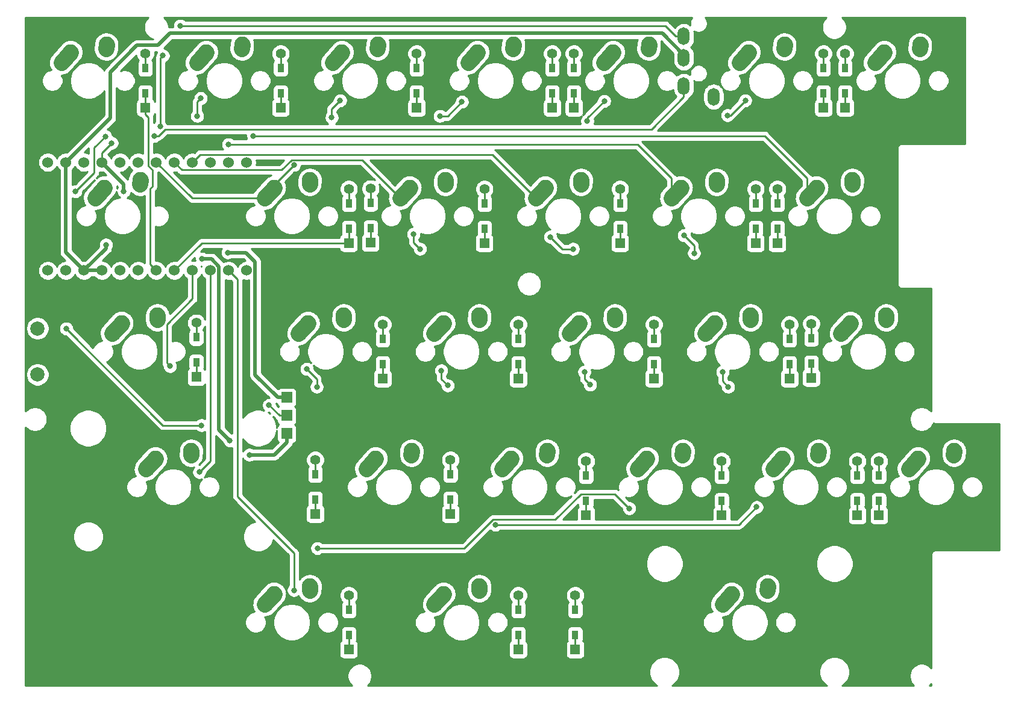
<source format=gbl>
G04 #@! TF.GenerationSoftware,KiCad,Pcbnew,(5.1.5-0-10_14)*
G04 #@! TF.CreationDate,2020-08-12T23:03:47+09:00*
G04 #@! TF.ProjectId,iroha60-left,69726f68-6136-4302-9d6c-6566742e6b69,rev?*
G04 #@! TF.SameCoordinates,Original*
G04 #@! TF.FileFunction,Copper,L2,Bot*
G04 #@! TF.FilePolarity,Positive*
%FSLAX46Y46*%
G04 Gerber Fmt 4.6, Leading zero omitted, Abs format (unit mm)*
G04 Created by KiCad (PCBNEW (5.1.5-0-10_14)) date 2020-08-12 23:03:47*
%MOMM*%
%LPD*%
G04 APERTURE LIST*
%ADD10C,1.397000*%
%ADD11R,1.397000X1.397000*%
%ADD12R,0.950000X1.300000*%
%ADD13O,1.700000X2.500000*%
%ADD14R,1.524000X1.524000*%
%ADD15C,2.250000*%
%ADD16C,2.250000*%
%ADD17C,2.000000*%
%ADD18C,1.524000*%
%ADD19C,0.800000*%
%ADD20C,0.250000*%
%ADD21C,0.500000*%
%ADD22C,0.254000*%
G04 APERTURE END LIST*
D10*
X37210000Y-24130000D03*
D11*
X37210000Y-31750000D03*
D12*
X37210000Y-29715000D03*
X37210000Y-26165000D03*
D10*
X56210000Y-24130000D03*
D11*
X56210000Y-31750000D03*
D12*
X56210000Y-29715000D03*
X56210000Y-26165000D03*
D10*
X75310000Y-24130000D03*
D11*
X75310000Y-31750000D03*
D12*
X75310000Y-29715000D03*
X75310000Y-26165000D03*
D10*
X94360000Y-24130000D03*
D11*
X94360000Y-31750000D03*
D12*
X94360000Y-29715000D03*
X94360000Y-26165000D03*
D10*
X97410000Y-24130000D03*
D11*
X97410000Y-31750000D03*
D12*
X97410000Y-29715000D03*
X97410000Y-26165000D03*
D10*
X132460000Y-24130000D03*
D11*
X132460000Y-31750000D03*
D12*
X132460000Y-29715000D03*
X132460000Y-26165000D03*
D10*
X135510000Y-24130000D03*
D11*
X135510000Y-31750000D03*
D12*
X135510000Y-29715000D03*
X135510000Y-26165000D03*
X65785000Y-45215000D03*
X65785000Y-48765000D03*
D11*
X65785000Y-50800000D03*
D10*
X65785000Y-43180000D03*
D12*
X68835000Y-45165000D03*
X68835000Y-48715000D03*
D11*
X68835000Y-50750000D03*
D10*
X68835000Y-43130000D03*
D12*
X84835000Y-45215000D03*
X84835000Y-48765000D03*
D11*
X84835000Y-50800000D03*
D10*
X84835000Y-43180000D03*
D12*
X103885000Y-45215000D03*
X103885000Y-48765000D03*
D11*
X103885000Y-50800000D03*
D10*
X103885000Y-43180000D03*
D12*
X122935000Y-45215000D03*
X122935000Y-48765000D03*
D11*
X122935000Y-50800000D03*
D10*
X122935000Y-43180000D03*
D12*
X125985000Y-45215000D03*
X125985000Y-48765000D03*
D11*
X125985000Y-50800000D03*
D10*
X125985000Y-43180000D03*
X44353750Y-62005000D03*
D11*
X44353750Y-69625000D03*
D12*
X44353750Y-67590000D03*
X44353750Y-64040000D03*
D10*
X70547500Y-62230000D03*
D11*
X70547500Y-69850000D03*
D12*
X70547500Y-67815000D03*
X70547500Y-64265000D03*
X89597500Y-64265000D03*
X89597500Y-67815000D03*
D11*
X89597500Y-69850000D03*
D10*
X89597500Y-62230000D03*
X108647500Y-62230000D03*
D11*
X108647500Y-69850000D03*
D12*
X108647500Y-67815000D03*
X108647500Y-64265000D03*
D10*
X127697500Y-62230000D03*
D11*
X127697500Y-69850000D03*
D12*
X127697500Y-67815000D03*
X127697500Y-64265000D03*
D10*
X130747500Y-62130000D03*
D11*
X130747500Y-69750000D03*
D12*
X130747500Y-67715000D03*
X130747500Y-64165000D03*
D10*
X61072500Y-81280000D03*
D11*
X61072500Y-88900000D03*
D12*
X61072500Y-86865000D03*
X61072500Y-83315000D03*
D10*
X80072500Y-81280000D03*
D11*
X80072500Y-88900000D03*
D12*
X80072500Y-86865000D03*
X80072500Y-83315000D03*
X99122500Y-83505000D03*
X99122500Y-87055000D03*
D11*
X99122500Y-89090000D03*
D10*
X99122500Y-81470000D03*
D12*
X118172500Y-83505000D03*
X118172500Y-87055000D03*
D11*
X118172500Y-89090000D03*
D10*
X118172500Y-81470000D03*
D12*
X137222500Y-83505000D03*
X137222500Y-87055000D03*
D11*
X137222500Y-89090000D03*
D10*
X137222500Y-81470000D03*
D12*
X140272500Y-83505000D03*
X140272500Y-87055000D03*
D11*
X140272500Y-89090000D03*
D10*
X140272500Y-81470000D03*
D12*
X65785000Y-102365000D03*
X65785000Y-105915000D03*
D11*
X65785000Y-107950000D03*
D10*
X65785000Y-100330000D03*
D12*
X89597500Y-102365000D03*
X89597500Y-105915000D03*
D11*
X89597500Y-107950000D03*
D10*
X89597500Y-100330000D03*
D12*
X97597500Y-102365000D03*
X97597500Y-105915000D03*
D11*
X97597500Y-107950000D03*
D10*
X97597500Y-100330000D03*
D13*
X117035000Y-30215000D03*
X112835000Y-28715000D03*
X112835000Y-24715000D03*
X112835000Y-21715000D03*
D14*
X57078750Y-72500000D03*
X57078750Y-75040000D03*
X57078750Y-77580000D03*
D15*
X26710000Y-23940000D03*
D16*
X25400000Y-25400000D02*
X26710002Y-23940000D01*
D15*
X31750000Y-22860000D03*
D16*
X31710000Y-23440000D02*
X31750000Y-22860000D01*
X50760000Y-23440000D02*
X50800000Y-22860000D01*
D15*
X50800000Y-22860000D03*
D16*
X44450000Y-25400000D02*
X45760002Y-23940000D01*
D15*
X45760000Y-23940000D03*
D16*
X69810000Y-23440000D02*
X69850000Y-22860000D01*
D15*
X69850000Y-22860000D03*
D16*
X63500000Y-25400000D02*
X64810002Y-23940000D01*
D15*
X64810000Y-23940000D03*
D16*
X88860000Y-23440000D02*
X88900000Y-22860000D01*
D15*
X88900000Y-22860000D03*
D16*
X82550000Y-25400000D02*
X83860002Y-23940000D01*
D15*
X83860000Y-23940000D03*
D16*
X107910000Y-23440000D02*
X107950000Y-22860000D01*
D15*
X107950000Y-22860000D03*
D16*
X101600000Y-25400000D02*
X102910002Y-23940000D01*
D15*
X102910000Y-23940000D03*
D16*
X126960000Y-23440000D02*
X127000000Y-22860000D01*
D15*
X127000000Y-22860000D03*
D16*
X120650000Y-25400000D02*
X121960002Y-23940000D01*
D15*
X121960000Y-23940000D03*
D16*
X146010000Y-23440000D02*
X146050000Y-22860000D01*
D15*
X146050000Y-22860000D03*
D16*
X139700000Y-25400000D02*
X141010002Y-23940000D01*
D15*
X141010000Y-23940000D03*
D16*
X36472500Y-42490000D02*
X36512500Y-41910000D01*
D15*
X36512500Y-41910000D03*
D16*
X30162500Y-44450000D02*
X31472502Y-42990000D01*
D15*
X31472500Y-42990000D03*
D16*
X60285000Y-42490000D02*
X60325000Y-41910000D01*
D15*
X60325000Y-41910000D03*
D16*
X53975000Y-44450000D02*
X55285002Y-42990000D01*
D15*
X55285000Y-42990000D03*
D16*
X79335000Y-42490000D02*
X79375000Y-41910000D01*
D15*
X79375000Y-41910000D03*
D16*
X73025000Y-44450000D02*
X74335002Y-42990000D01*
D15*
X74335000Y-42990000D03*
X93385000Y-42990000D03*
D16*
X92075000Y-44450000D02*
X93385002Y-42990000D01*
D15*
X98425000Y-41910000D03*
D16*
X98385000Y-42490000D02*
X98425000Y-41910000D01*
D15*
X112435000Y-42990000D03*
D16*
X111125000Y-44450000D02*
X112435002Y-42990000D01*
D15*
X117475000Y-41910000D03*
D16*
X117435000Y-42490000D02*
X117475000Y-41910000D01*
D15*
X131485000Y-42990000D03*
D16*
X130175000Y-44450000D02*
X131485002Y-42990000D01*
D15*
X136525000Y-41910000D03*
D16*
X136485000Y-42490000D02*
X136525000Y-41910000D01*
X38853750Y-61540000D02*
X38893750Y-60960000D01*
D15*
X38893750Y-60960000D03*
D16*
X32543750Y-63500000D02*
X33853752Y-62040000D01*
D15*
X33853750Y-62040000D03*
D16*
X65047500Y-61540000D02*
X65087500Y-60960000D01*
D15*
X65087500Y-60960000D03*
D16*
X58737500Y-63500000D02*
X60047502Y-62040000D01*
D15*
X60047500Y-62040000D03*
X79097500Y-62040000D03*
D16*
X77787500Y-63500000D02*
X79097502Y-62040000D01*
D15*
X84137500Y-60960000D03*
D16*
X84097500Y-61540000D02*
X84137500Y-60960000D01*
X103147500Y-61540000D02*
X103187500Y-60960000D01*
D15*
X103187500Y-60960000D03*
D16*
X96837500Y-63500000D02*
X98147502Y-62040000D01*
D15*
X98147500Y-62040000D03*
D16*
X122197500Y-61540000D02*
X122237500Y-60960000D01*
D15*
X122237500Y-60960000D03*
D16*
X115887500Y-63500000D02*
X117197502Y-62040000D01*
D15*
X117197500Y-62040000D03*
D16*
X141247500Y-61540000D02*
X141287500Y-60960000D01*
D15*
X141287500Y-60960000D03*
D16*
X134937500Y-63500000D02*
X136247502Y-62040000D01*
D15*
X136247500Y-62040000D03*
D16*
X43616250Y-80590000D02*
X43656250Y-80010000D01*
D15*
X43656250Y-80010000D03*
D16*
X37306250Y-82550000D02*
X38616252Y-81090000D01*
D15*
X38616250Y-81090000D03*
X69572500Y-81090000D03*
D16*
X68262500Y-82550000D02*
X69572502Y-81090000D01*
D15*
X74612500Y-80010000D03*
D16*
X74572500Y-80590000D02*
X74612500Y-80010000D01*
D15*
X88622500Y-81090000D03*
D16*
X87312500Y-82550000D02*
X88622502Y-81090000D01*
D15*
X93662500Y-80010000D03*
D16*
X93622500Y-80590000D02*
X93662500Y-80010000D01*
D15*
X107672500Y-81090000D03*
D16*
X106362500Y-82550000D02*
X107672502Y-81090000D01*
D15*
X112712500Y-80010000D03*
D16*
X112672500Y-80590000D02*
X112712500Y-80010000D01*
D15*
X126722500Y-81090000D03*
D16*
X125412500Y-82550000D02*
X126722502Y-81090000D01*
D15*
X131762500Y-80010000D03*
D16*
X131722500Y-80590000D02*
X131762500Y-80010000D01*
D15*
X145772500Y-81090000D03*
D16*
X144462500Y-82550000D02*
X145772502Y-81090000D01*
D15*
X150812500Y-80010000D03*
D16*
X150772500Y-80590000D02*
X150812500Y-80010000D01*
D15*
X55285000Y-100140000D03*
D16*
X53975000Y-101600000D02*
X55285002Y-100140000D01*
D15*
X60325000Y-99060000D03*
D16*
X60285000Y-99640000D02*
X60325000Y-99060000D01*
X124578750Y-99640000D02*
X124618750Y-99060000D01*
D15*
X124618750Y-99060000D03*
D16*
X118268750Y-101600000D02*
X119578752Y-100140000D01*
D15*
X119578750Y-100140000D03*
D17*
X22066250Y-62790000D03*
X22066250Y-69290000D03*
D18*
X23494500Y-39426400D03*
X26034500Y-39426400D03*
X28574500Y-39426400D03*
X31114500Y-39426400D03*
X33654500Y-39426400D03*
X36194500Y-39426400D03*
X38734500Y-39426400D03*
X41274500Y-39426400D03*
X43814500Y-39426400D03*
X46354500Y-39426400D03*
X48894500Y-39426400D03*
X51434500Y-39426400D03*
X51434500Y-54646400D03*
X48894500Y-54646400D03*
X46354500Y-54646400D03*
X43814500Y-54646400D03*
X41274500Y-54646400D03*
X38734500Y-54646400D03*
X36194500Y-54646400D03*
X33654500Y-54646400D03*
X31114500Y-54646400D03*
X28574500Y-54646400D03*
X26034500Y-54646400D03*
X23494500Y-54646400D03*
D16*
X84097500Y-99640000D02*
X84137500Y-99060000D01*
D15*
X84137500Y-99060000D03*
D16*
X77787500Y-101600000D02*
X79097502Y-100140000D01*
D15*
X79097500Y-100140000D03*
D19*
X40685000Y-68115000D03*
X44785000Y-83015000D03*
X58085000Y-99615000D03*
X45185000Y-53015000D03*
X31685000Y-51015000D03*
X49078750Y-78580000D03*
X51828750Y-80580000D03*
X38485000Y-35715000D03*
X32485000Y-36715000D03*
X48785000Y-52115000D03*
X34185000Y-43515000D03*
X26085000Y-62815000D03*
X45085000Y-76415000D03*
X54578750Y-73580000D03*
X42085000Y-20215000D03*
X39685000Y-24415000D03*
X39285000Y-34415000D03*
X31585000Y-35815000D03*
X27385000Y-43515000D03*
X44985000Y-30415000D03*
X44485000Y-32915000D03*
X64585000Y-30715000D03*
X63385000Y-33115000D03*
X58085000Y-39815000D03*
X59885000Y-68515000D03*
X61285000Y-71015000D03*
X81685000Y-30915000D03*
X78585000Y-32915000D03*
X74885000Y-49515000D03*
X75785000Y-51615000D03*
X78785000Y-68715000D03*
X79685000Y-70815000D03*
X101685000Y-30815000D03*
X99285000Y-33615000D03*
X94085000Y-49915000D03*
X97285000Y-51615000D03*
X98885000Y-68915000D03*
X99685000Y-70715000D03*
X105185000Y-88115000D03*
X61385000Y-93715000D03*
X121485000Y-30715000D03*
X118985000Y-32815000D03*
X112885000Y-49715000D03*
X114285000Y-52215000D03*
X118285000Y-68915000D03*
X119085000Y-71015000D03*
X123085000Y-87915000D03*
X86385000Y-90415000D03*
X48885000Y-36915000D03*
X52385000Y-35715000D03*
D20*
X37210000Y-26165000D02*
X37210000Y-24130000D01*
X135510000Y-29715000D02*
X135510000Y-31750000D01*
X132460000Y-29715000D02*
X132460000Y-31750000D01*
X97410000Y-29715000D02*
X97410000Y-31750000D01*
X94360000Y-29715000D02*
X94360000Y-31750000D01*
X75310000Y-29715000D02*
X75310000Y-31750000D01*
X56210000Y-29715000D02*
X56210000Y-31750000D01*
X37210000Y-29715000D02*
X37210000Y-31750000D01*
X37210000Y-32698500D02*
X37210000Y-31750000D01*
X37647499Y-33135999D02*
X37210000Y-32698500D01*
X38212739Y-40513401D02*
X37647499Y-39948161D01*
X38212739Y-42800117D02*
X38212739Y-40513401D01*
X37647499Y-39948161D02*
X37647499Y-33135999D01*
X37852499Y-43160357D02*
X38212739Y-42800117D01*
X37852499Y-53764399D02*
X37852499Y-43160357D01*
X38734500Y-54646400D02*
X37852499Y-53764399D01*
X56210000Y-26165000D02*
X56210000Y-24130000D01*
X75310000Y-26165000D02*
X75310000Y-24130000D01*
X94360000Y-26165000D02*
X94360000Y-24130000D01*
X97410000Y-26165000D02*
X97410000Y-24130000D01*
X132460000Y-26165000D02*
X132460000Y-24130000D01*
X135510000Y-26165000D02*
X135510000Y-24130000D01*
X65785000Y-48765000D02*
X65785000Y-50800000D01*
X68835000Y-48715000D02*
X68835000Y-50750000D01*
X84835000Y-48765000D02*
X84835000Y-50800000D01*
X103885000Y-48765000D02*
X103885000Y-50800000D01*
X122935000Y-48765000D02*
X122935000Y-50800000D01*
X125985000Y-48765000D02*
X125985000Y-50800000D01*
X45120900Y-50800000D02*
X41274500Y-54646400D01*
X65785000Y-50800000D02*
X45120900Y-50800000D01*
X65785000Y-45215000D02*
X65785000Y-43180000D01*
X68835000Y-45165000D02*
X68835000Y-43130000D01*
X84835000Y-45215000D02*
X84835000Y-43180000D01*
X103885000Y-45215000D02*
X103885000Y-43180000D01*
X122935000Y-45215000D02*
X122935000Y-43180000D01*
X125985000Y-45215000D02*
X125985000Y-43180000D01*
X44353750Y-64040000D02*
X44353750Y-62005000D01*
X130747500Y-67715000D02*
X130747500Y-69750000D01*
X127697500Y-67815000D02*
X127697500Y-69850000D01*
X108647500Y-67815000D02*
X108647500Y-69850000D01*
X89597500Y-67815000D02*
X89597500Y-69850000D01*
X70547500Y-67815000D02*
X70547500Y-69850000D01*
X44353750Y-67590000D02*
X44353750Y-69625000D01*
X43814500Y-55724030D02*
X43814500Y-54646400D01*
X43814500Y-58629606D02*
X43814500Y-55724030D01*
X40233749Y-62210357D02*
X43814500Y-58629606D01*
X40233749Y-67663749D02*
X40233749Y-62210357D01*
X40685000Y-68115000D02*
X40233749Y-67663749D01*
X70547500Y-64265000D02*
X70547500Y-62230000D01*
X89597500Y-64265000D02*
X89597500Y-62230000D01*
X108647500Y-64265000D02*
X108647500Y-62230000D01*
X127697500Y-64265000D02*
X127697500Y-62230000D01*
X130747500Y-64165000D02*
X130747500Y-62130000D01*
X61072500Y-83315000D02*
X61072500Y-81280000D01*
X80072500Y-86865000D02*
X80072500Y-88900000D01*
X99122500Y-87055000D02*
X99122500Y-89090000D01*
X118172500Y-87055000D02*
X118172500Y-89090000D01*
X137222500Y-87055000D02*
X137222500Y-89090000D01*
X140272500Y-87055000D02*
X140272500Y-89090000D01*
X46354500Y-81445500D02*
X44785000Y-83015000D01*
X46354500Y-54646400D02*
X46354500Y-81445500D01*
X61072500Y-86865000D02*
X61072500Y-88900000D01*
X80072500Y-83315000D02*
X80072500Y-81280000D01*
X99122500Y-83505000D02*
X99122500Y-81470000D01*
X118172500Y-83505000D02*
X118172500Y-81470000D01*
X137222500Y-83505000D02*
X137222500Y-81470000D01*
X140272500Y-83505000D02*
X140272500Y-81470000D01*
X58085000Y-94369228D02*
X58085000Y-99615000D01*
X50139751Y-86423979D02*
X58085000Y-94369228D01*
X50139751Y-55891651D02*
X50139751Y-86423979D01*
X48894500Y-54646400D02*
X50139751Y-55891651D01*
X97597500Y-105915000D02*
X97597500Y-107950000D01*
X65785000Y-105915000D02*
X65785000Y-107950000D01*
X89597500Y-105915000D02*
X89597500Y-107950000D01*
X65785000Y-100330000D02*
X65785000Y-102365000D01*
X89597500Y-102365000D02*
X89597500Y-100330000D01*
X97597500Y-100330000D02*
X97597500Y-102365000D01*
D21*
X26034500Y-52106400D02*
X28574500Y-54646400D01*
X26034500Y-39426400D02*
X26034500Y-52106400D01*
X28574500Y-54646400D02*
X31114500Y-54646400D01*
X31685000Y-51535900D02*
X28574500Y-54646400D01*
X31685000Y-51015000D02*
X31685000Y-51535900D01*
X46516862Y-53015000D02*
X45185000Y-53015000D01*
X47566501Y-54064639D02*
X46516862Y-53015000D01*
X32285000Y-33175900D02*
X26796499Y-38664401D01*
X32285000Y-26715000D02*
X32285000Y-33175900D01*
X38955721Y-22981499D02*
X36018501Y-22981499D01*
X40652221Y-21284999D02*
X38955721Y-22981499D01*
X109804999Y-21284999D02*
X40652221Y-21284999D01*
X36018501Y-22981499D02*
X32285000Y-26715000D01*
X112835000Y-24315000D02*
X109804999Y-21284999D01*
X26796499Y-38664401D02*
X26034500Y-39426400D01*
X112835000Y-24715000D02*
X112835000Y-24315000D01*
X47566501Y-77067751D02*
X49078750Y-78580000D01*
X47566501Y-54064639D02*
X47566501Y-77067751D01*
X57078750Y-78842000D02*
X57078750Y-77580000D01*
X55340750Y-80580000D02*
X57078750Y-78842000D01*
X51828750Y-80580000D02*
X55340750Y-80580000D01*
D20*
X39058002Y-35715000D02*
X38485000Y-35715000D01*
X40010001Y-34763001D02*
X39058002Y-35715000D01*
X112835000Y-28715000D02*
X112835000Y-30215000D01*
X112835000Y-30215000D02*
X108286999Y-34763001D01*
X108286999Y-34763001D02*
X40010001Y-34763001D01*
X31114500Y-38085500D02*
X31114500Y-39426400D01*
X32485000Y-36715000D02*
X31114500Y-38085500D01*
D21*
X34185000Y-42496900D02*
X31114500Y-39426400D01*
X34185000Y-43515000D02*
X34185000Y-42496900D01*
X55816750Y-72500000D02*
X57078750Y-72500000D01*
X52646501Y-69329751D02*
X55816750Y-72500000D01*
X52646501Y-53397751D02*
X52646501Y-69329751D01*
X51363750Y-52115000D02*
X52646501Y-53397751D01*
X48785000Y-52115000D02*
X51363750Y-52115000D01*
D20*
X39685000Y-76415000D02*
X45085000Y-76415000D01*
X26085000Y-62815000D02*
X39685000Y-76415000D01*
X56038750Y-75040000D02*
X57078750Y-75040000D01*
X54578750Y-73580000D02*
X56038750Y-75040000D01*
X110235000Y-20215000D02*
X42085000Y-20215000D01*
X111735000Y-21715000D02*
X110235000Y-20215000D01*
X112835000Y-21715000D02*
X111735000Y-21715000D01*
X39285000Y-24815000D02*
X39285000Y-34415000D01*
X39685000Y-24415000D02*
X39285000Y-24815000D01*
X30027499Y-40872501D02*
X27385000Y-43515000D01*
X30027499Y-37372501D02*
X30027499Y-40872501D01*
X31585000Y-35815000D02*
X30027499Y-37372501D01*
X44485000Y-30915000D02*
X44485000Y-32915000D01*
X44985000Y-30415000D02*
X44485000Y-30915000D01*
X63385000Y-31915000D02*
X63385000Y-33115000D01*
X64585000Y-30715000D02*
X63385000Y-31915000D01*
X53975000Y-43925000D02*
X53975000Y-44450000D01*
X58085000Y-39815000D02*
X53975000Y-43925000D01*
X61285000Y-69915000D02*
X61285000Y-71015000D01*
X59885000Y-68515000D02*
X61285000Y-69915000D01*
X43758100Y-44450000D02*
X38734500Y-39426400D01*
X53975000Y-44450000D02*
X43758100Y-44450000D01*
X79685000Y-32915000D02*
X78585000Y-32915000D01*
X81685000Y-30915000D02*
X79685000Y-32915000D01*
X74885000Y-50715000D02*
X75785000Y-51615000D01*
X74885000Y-49515000D02*
X74885000Y-50715000D01*
X78785000Y-69915000D02*
X79685000Y-70815000D01*
X78785000Y-68715000D02*
X78785000Y-69915000D01*
X57736999Y-39089999D02*
X67664999Y-39089999D01*
X56313597Y-40513401D02*
X57736999Y-39089999D01*
X42361501Y-40513401D02*
X56313597Y-40513401D01*
X67664999Y-39089999D02*
X73025000Y-44450000D01*
X41274500Y-39426400D02*
X42361501Y-40513401D01*
X99285000Y-33215000D02*
X99285000Y-33615000D01*
X101685000Y-30815000D02*
X99285000Y-33215000D01*
X95785000Y-51615000D02*
X97285000Y-51615000D01*
X94085000Y-49915000D02*
X95785000Y-51615000D01*
X98885000Y-69915000D02*
X99685000Y-70715000D01*
X98885000Y-68915000D02*
X98885000Y-69915000D01*
X82011998Y-93715000D02*
X61385000Y-93715000D01*
X105185000Y-88115000D02*
X103149999Y-86079999D01*
X103149999Y-86079999D02*
X98387499Y-86079999D01*
X86036999Y-89689999D02*
X82011998Y-93715000D01*
X94777499Y-89689999D02*
X86036999Y-89689999D01*
X98387499Y-86079999D02*
X94777499Y-89689999D01*
X85964399Y-38339399D02*
X92075000Y-44450000D01*
X44901501Y-38339399D02*
X85964399Y-38339399D01*
X43814500Y-39426400D02*
X44901501Y-38339399D01*
X119385000Y-32815000D02*
X118985000Y-32815000D01*
X121485000Y-30715000D02*
X119385000Y-32815000D01*
X114285000Y-51115000D02*
X114285000Y-52215000D01*
X112885000Y-49715000D02*
X114285000Y-51115000D01*
X118285000Y-70215000D02*
X119085000Y-71015000D01*
X118285000Y-68915000D02*
X118285000Y-70215000D01*
X120585000Y-90415000D02*
X86385000Y-90415000D01*
X123085000Y-87915000D02*
X120585000Y-90415000D01*
X111125000Y-41680000D02*
X111125000Y-44450000D01*
X106360000Y-36915000D02*
X111125000Y-41680000D01*
X48885000Y-36915000D02*
X106360000Y-36915000D01*
X130175000Y-41680000D02*
X130175000Y-44450000D01*
X124210000Y-35715000D02*
X130175000Y-41680000D01*
X52385000Y-35715000D02*
X124210000Y-35715000D01*
D22*
G36*
X147612501Y-113005000D02*
G01*
X147386161Y-113005000D01*
X147612501Y-112778660D01*
X147612501Y-113005000D01*
G37*
X147612501Y-113005000D02*
X147386161Y-113005000D01*
X147612501Y-112778660D01*
X147612501Y-113005000D01*
G36*
X37387337Y-19309002D02*
G01*
X37197463Y-19593169D01*
X37066675Y-19908919D01*
X37000000Y-20244117D01*
X37000000Y-20585883D01*
X37066675Y-20921081D01*
X37197463Y-21236831D01*
X37387337Y-21520998D01*
X37629002Y-21762663D01*
X37913169Y-21952537D01*
X38228919Y-22083325D01*
X38295149Y-22096499D01*
X36061970Y-22096499D01*
X36018501Y-22092218D01*
X35975032Y-22096499D01*
X35975024Y-22096499D01*
X35845011Y-22109304D01*
X35678188Y-22159910D01*
X35623111Y-22189349D01*
X35524442Y-22242088D01*
X35423454Y-22324967D01*
X35423452Y-22324969D01*
X35389684Y-22352682D01*
X35361971Y-22386450D01*
X31689956Y-26058466D01*
X31656183Y-26086183D01*
X31545589Y-26220942D01*
X31463411Y-26374688D01*
X31420457Y-26516287D01*
X31252000Y-26264174D01*
X30885826Y-25898000D01*
X30455251Y-25610299D01*
X29976822Y-25412127D01*
X29468924Y-25311100D01*
X28951076Y-25311100D01*
X28443178Y-25412127D01*
X27964749Y-25610299D01*
X27534174Y-25898000D01*
X27168000Y-26264174D01*
X26880299Y-26694749D01*
X26682127Y-27173178D01*
X26581100Y-27681076D01*
X26581100Y-28198924D01*
X26682127Y-28706822D01*
X26880299Y-29185251D01*
X27168000Y-29615826D01*
X27534174Y-29982000D01*
X27964749Y-30269701D01*
X28443178Y-30467873D01*
X28951076Y-30568900D01*
X29468924Y-30568900D01*
X29976822Y-30467873D01*
X30455251Y-30269701D01*
X30885826Y-29982000D01*
X31252000Y-29615826D01*
X31400000Y-29394328D01*
X31400001Y-32809320D01*
X26201458Y-38007864D01*
X26201452Y-38007869D01*
X26178622Y-38030699D01*
X26172092Y-38029400D01*
X25896908Y-38029400D01*
X25627010Y-38083086D01*
X25372773Y-38188395D01*
X25143965Y-38341280D01*
X24949380Y-38535865D01*
X24796495Y-38764673D01*
X24764500Y-38841915D01*
X24732505Y-38764673D01*
X24579620Y-38535865D01*
X24385035Y-38341280D01*
X24156227Y-38188395D01*
X23901990Y-38083086D01*
X23632092Y-38029400D01*
X23356908Y-38029400D01*
X23087010Y-38083086D01*
X22832773Y-38188395D01*
X22603965Y-38341280D01*
X22409380Y-38535865D01*
X22256495Y-38764673D01*
X22151186Y-39018910D01*
X22097500Y-39288808D01*
X22097500Y-39563992D01*
X22151186Y-39833890D01*
X22256495Y-40088127D01*
X22409380Y-40316935D01*
X22603965Y-40511520D01*
X22832773Y-40664405D01*
X23087010Y-40769714D01*
X23356908Y-40823400D01*
X23632092Y-40823400D01*
X23901990Y-40769714D01*
X24156227Y-40664405D01*
X24385035Y-40511520D01*
X24579620Y-40316935D01*
X24732505Y-40088127D01*
X24764500Y-40010885D01*
X24796495Y-40088127D01*
X24949380Y-40316935D01*
X25143965Y-40511520D01*
X25149500Y-40515218D01*
X25149501Y-52062921D01*
X25145219Y-52106400D01*
X25162305Y-52279890D01*
X25212912Y-52446713D01*
X25295090Y-52600459D01*
X25377968Y-52701446D01*
X25377971Y-52701449D01*
X25405684Y-52735217D01*
X25439451Y-52762929D01*
X25925922Y-53249400D01*
X25896908Y-53249400D01*
X25627010Y-53303086D01*
X25372773Y-53408395D01*
X25143965Y-53561280D01*
X24949380Y-53755865D01*
X24796495Y-53984673D01*
X24764500Y-54061915D01*
X24732505Y-53984673D01*
X24579620Y-53755865D01*
X24385035Y-53561280D01*
X24156227Y-53408395D01*
X23901990Y-53303086D01*
X23632092Y-53249400D01*
X23356908Y-53249400D01*
X23087010Y-53303086D01*
X22832773Y-53408395D01*
X22603965Y-53561280D01*
X22409380Y-53755865D01*
X22256495Y-53984673D01*
X22151186Y-54238910D01*
X22097500Y-54508808D01*
X22097500Y-54783992D01*
X22151186Y-55053890D01*
X22256495Y-55308127D01*
X22409380Y-55536935D01*
X22603965Y-55731520D01*
X22832773Y-55884405D01*
X23087010Y-55989714D01*
X23356908Y-56043400D01*
X23632092Y-56043400D01*
X23901990Y-55989714D01*
X24156227Y-55884405D01*
X24385035Y-55731520D01*
X24579620Y-55536935D01*
X24732505Y-55308127D01*
X24764500Y-55230885D01*
X24796495Y-55308127D01*
X24949380Y-55536935D01*
X25143965Y-55731520D01*
X25372773Y-55884405D01*
X25627010Y-55989714D01*
X25896908Y-56043400D01*
X26172092Y-56043400D01*
X26441990Y-55989714D01*
X26696227Y-55884405D01*
X26925035Y-55731520D01*
X27119620Y-55536935D01*
X27272505Y-55308127D01*
X27304500Y-55230885D01*
X27336495Y-55308127D01*
X27489380Y-55536935D01*
X27683965Y-55731520D01*
X27912773Y-55884405D01*
X28167010Y-55989714D01*
X28436908Y-56043400D01*
X28712092Y-56043400D01*
X28981990Y-55989714D01*
X29236227Y-55884405D01*
X29465035Y-55731520D01*
X29659620Y-55536935D01*
X29663318Y-55531400D01*
X30025682Y-55531400D01*
X30029380Y-55536935D01*
X30223965Y-55731520D01*
X30452773Y-55884405D01*
X30707010Y-55989714D01*
X30976908Y-56043400D01*
X31252092Y-56043400D01*
X31521990Y-55989714D01*
X31776227Y-55884405D01*
X32005035Y-55731520D01*
X32199620Y-55536935D01*
X32352505Y-55308127D01*
X32384500Y-55230885D01*
X32416495Y-55308127D01*
X32569380Y-55536935D01*
X32763965Y-55731520D01*
X32992773Y-55884405D01*
X33247010Y-55989714D01*
X33516908Y-56043400D01*
X33792092Y-56043400D01*
X34061990Y-55989714D01*
X34316227Y-55884405D01*
X34545035Y-55731520D01*
X34739620Y-55536935D01*
X34892505Y-55308127D01*
X34924500Y-55230885D01*
X34956495Y-55308127D01*
X35109380Y-55536935D01*
X35303965Y-55731520D01*
X35532773Y-55884405D01*
X35787010Y-55989714D01*
X36056908Y-56043400D01*
X36332092Y-56043400D01*
X36601990Y-55989714D01*
X36856227Y-55884405D01*
X37085035Y-55731520D01*
X37279620Y-55536935D01*
X37432505Y-55308127D01*
X37464500Y-55230885D01*
X37496495Y-55308127D01*
X37649380Y-55536935D01*
X37843965Y-55731520D01*
X38072773Y-55884405D01*
X38327010Y-55989714D01*
X38596908Y-56043400D01*
X38872092Y-56043400D01*
X39141990Y-55989714D01*
X39396227Y-55884405D01*
X39625035Y-55731520D01*
X39819620Y-55536935D01*
X39972505Y-55308127D01*
X40004500Y-55230885D01*
X40036495Y-55308127D01*
X40189380Y-55536935D01*
X40383965Y-55731520D01*
X40612773Y-55884405D01*
X40867010Y-55989714D01*
X41136908Y-56043400D01*
X41412092Y-56043400D01*
X41681990Y-55989714D01*
X41936227Y-55884405D01*
X42165035Y-55731520D01*
X42359620Y-55536935D01*
X42512505Y-55308127D01*
X42544500Y-55230885D01*
X42576495Y-55308127D01*
X42729380Y-55536935D01*
X42923965Y-55731520D01*
X43054501Y-55818742D01*
X43054500Y-58314804D01*
X40645344Y-60723961D01*
X40614909Y-60591387D01*
X40586114Y-60446627D01*
X40576157Y-60422588D01*
X40570337Y-60397238D01*
X40509927Y-60262694D01*
X40453442Y-60126327D01*
X40438980Y-60104683D01*
X40428331Y-60080966D01*
X40342846Y-59960809D01*
X40260831Y-59838065D01*
X40242428Y-59819662D01*
X40227354Y-59798474D01*
X40120061Y-59697295D01*
X40015685Y-59592919D01*
X39994044Y-59578459D01*
X39975126Y-59560619D01*
X39850157Y-59482316D01*
X39727423Y-59400308D01*
X39703378Y-59390348D01*
X39681342Y-59376541D01*
X39543490Y-59324121D01*
X39407123Y-59267636D01*
X39381596Y-59262558D01*
X39357291Y-59253316D01*
X39211858Y-59228795D01*
X39067095Y-59200000D01*
X39041073Y-59200000D01*
X39015427Y-59195676D01*
X38867987Y-59200000D01*
X38720405Y-59200000D01*
X38694883Y-59205077D01*
X38668888Y-59205839D01*
X38525125Y-59238844D01*
X38380377Y-59267636D01*
X38356337Y-59277594D01*
X38330989Y-59283413D01*
X38196439Y-59343825D01*
X38060077Y-59400308D01*
X38038437Y-59414767D01*
X38014716Y-59425418D01*
X37894546Y-59510913D01*
X37771815Y-59592919D01*
X37753412Y-59611322D01*
X37732224Y-59626396D01*
X37631038Y-59733696D01*
X37526669Y-59838065D01*
X37512211Y-59859703D01*
X37494369Y-59878623D01*
X37416060Y-60003602D01*
X37334058Y-60126327D01*
X37324098Y-60150372D01*
X37310291Y-60172408D01*
X37257869Y-60310264D01*
X37201386Y-60446627D01*
X37196309Y-60472152D01*
X37187066Y-60496458D01*
X37162544Y-60641898D01*
X37133750Y-60786655D01*
X37133750Y-60899386D01*
X37091973Y-61505157D01*
X37099590Y-61764862D01*
X37177163Y-62102761D01*
X37319169Y-62419034D01*
X37520146Y-62701526D01*
X37772374Y-62939381D01*
X38066158Y-63123459D01*
X38390209Y-63246684D01*
X38732073Y-63304324D01*
X39078612Y-63294160D01*
X39416511Y-63216587D01*
X39473750Y-63190887D01*
X39473749Y-67626426D01*
X39470073Y-67663749D01*
X39473749Y-67701071D01*
X39473749Y-67701081D01*
X39484746Y-67812734D01*
X39517216Y-67919774D01*
X39528203Y-67955995D01*
X39598775Y-68088025D01*
X39638620Y-68136575D01*
X39650000Y-68150442D01*
X39650000Y-68216939D01*
X39689774Y-68416898D01*
X39767795Y-68605256D01*
X39881063Y-68774774D01*
X40025226Y-68918937D01*
X40194744Y-69032205D01*
X40383102Y-69110226D01*
X40583061Y-69150000D01*
X40786939Y-69150000D01*
X40986898Y-69110226D01*
X41175256Y-69032205D01*
X41344774Y-68918937D01*
X41488937Y-68774774D01*
X41602205Y-68605256D01*
X41680226Y-68416898D01*
X41720000Y-68216939D01*
X41720000Y-68013061D01*
X41680226Y-67813102D01*
X41602205Y-67624744D01*
X41552263Y-67550000D01*
X41582472Y-67550000D01*
X41874201Y-67491971D01*
X42149003Y-67378144D01*
X42396319Y-67212893D01*
X42606643Y-67002569D01*
X42771894Y-66755253D01*
X42885721Y-66480451D01*
X42943750Y-66188722D01*
X42943750Y-65891278D01*
X42885721Y-65599549D01*
X42771894Y-65324747D01*
X42606643Y-65077431D01*
X42396319Y-64867107D01*
X42149003Y-64701856D01*
X41874201Y-64588029D01*
X41582472Y-64530000D01*
X41285028Y-64530000D01*
X40993749Y-64587939D01*
X40993749Y-62525158D01*
X44325504Y-59193404D01*
X44354501Y-59169607D01*
X44449474Y-59053882D01*
X44520046Y-58921853D01*
X44563503Y-58778592D01*
X44574500Y-58666939D01*
X44574500Y-58666938D01*
X44578177Y-58629606D01*
X44574500Y-58592273D01*
X44574500Y-55818741D01*
X44705035Y-55731520D01*
X44899620Y-55536935D01*
X45052505Y-55308127D01*
X45084500Y-55230885D01*
X45116495Y-55308127D01*
X45269380Y-55536935D01*
X45463965Y-55731520D01*
X45594500Y-55818741D01*
X45594500Y-61515833D01*
X45535482Y-61373351D01*
X45389547Y-61154943D01*
X45203807Y-60969203D01*
X44985399Y-60823268D01*
X44742718Y-60722746D01*
X44485088Y-60671500D01*
X44222412Y-60671500D01*
X43964782Y-60722746D01*
X43722101Y-60823268D01*
X43503693Y-60969203D01*
X43317953Y-61154943D01*
X43172018Y-61373351D01*
X43071496Y-61616032D01*
X43020250Y-61873662D01*
X43020250Y-62136338D01*
X43071496Y-62393968D01*
X43172018Y-62636649D01*
X43317953Y-62855057D01*
X43415911Y-62953015D01*
X43348213Y-63035506D01*
X43289248Y-63145820D01*
X43252938Y-63265518D01*
X43240678Y-63390000D01*
X43240678Y-64690000D01*
X43252938Y-64814482D01*
X43289248Y-64934180D01*
X43348213Y-65044494D01*
X43427565Y-65141185D01*
X43524256Y-65220537D01*
X43634570Y-65279502D01*
X43754268Y-65315812D01*
X43878750Y-65328072D01*
X44828750Y-65328072D01*
X44953232Y-65315812D01*
X45072930Y-65279502D01*
X45183244Y-65220537D01*
X45279935Y-65141185D01*
X45359287Y-65044494D01*
X45418252Y-64934180D01*
X45454562Y-64814482D01*
X45466822Y-64690000D01*
X45466822Y-63390000D01*
X45454562Y-63265518D01*
X45418252Y-63145820D01*
X45359287Y-63035506D01*
X45291589Y-62953015D01*
X45389547Y-62855057D01*
X45535482Y-62636649D01*
X45594500Y-62494167D01*
X45594501Y-68593920D01*
X45582787Y-68572006D01*
X45503435Y-68475315D01*
X45437384Y-68421109D01*
X45454562Y-68364482D01*
X45466822Y-68240000D01*
X45466822Y-66940000D01*
X45454562Y-66815518D01*
X45418252Y-66695820D01*
X45359287Y-66585506D01*
X45279935Y-66488815D01*
X45183244Y-66409463D01*
X45072930Y-66350498D01*
X44953232Y-66314188D01*
X44828750Y-66301928D01*
X43878750Y-66301928D01*
X43754268Y-66314188D01*
X43634570Y-66350498D01*
X43524256Y-66409463D01*
X43427565Y-66488815D01*
X43348213Y-66585506D01*
X43289248Y-66695820D01*
X43252938Y-66815518D01*
X43240678Y-66940000D01*
X43240678Y-68240000D01*
X43252938Y-68364482D01*
X43270116Y-68421109D01*
X43204065Y-68475315D01*
X43124713Y-68572006D01*
X43065748Y-68682320D01*
X43029438Y-68802018D01*
X43017178Y-68926500D01*
X43017178Y-70323500D01*
X43029438Y-70447982D01*
X43065748Y-70567680D01*
X43124713Y-70677994D01*
X43204065Y-70774685D01*
X43300756Y-70854037D01*
X43411070Y-70913002D01*
X43530768Y-70949312D01*
X43655250Y-70961572D01*
X45052250Y-70961572D01*
X45176732Y-70949312D01*
X45296430Y-70913002D01*
X45406744Y-70854037D01*
X45503435Y-70774685D01*
X45582787Y-70677994D01*
X45594501Y-70656080D01*
X45594501Y-75510654D01*
X45575256Y-75497795D01*
X45386898Y-75419774D01*
X45186939Y-75380000D01*
X44983061Y-75380000D01*
X44783102Y-75419774D01*
X44594744Y-75497795D01*
X44425226Y-75611063D01*
X44381289Y-75655000D01*
X39999803Y-75655000D01*
X31800872Y-67456070D01*
X31989003Y-67378144D01*
X32236319Y-67212893D01*
X32446643Y-67002569D01*
X32611894Y-66755253D01*
X32725721Y-66480451D01*
X32783750Y-66188722D01*
X32783750Y-65891278D01*
X32761830Y-65781076D01*
X33724850Y-65781076D01*
X33724850Y-66298924D01*
X33825877Y-66806822D01*
X34024049Y-67285251D01*
X34311750Y-67715826D01*
X34677924Y-68082000D01*
X35108499Y-68369701D01*
X35586928Y-68567873D01*
X36094826Y-68668900D01*
X36612674Y-68668900D01*
X37120572Y-68567873D01*
X37599001Y-68369701D01*
X38029576Y-68082000D01*
X38395750Y-67715826D01*
X38683451Y-67285251D01*
X38881623Y-66806822D01*
X38982650Y-66298924D01*
X38982650Y-65781076D01*
X38881623Y-65273178D01*
X38683451Y-64794749D01*
X38395750Y-64364174D01*
X38029576Y-63998000D01*
X37599001Y-63710299D01*
X37120572Y-63512127D01*
X36612674Y-63411100D01*
X36094826Y-63411100D01*
X35586928Y-63512127D01*
X35108499Y-63710299D01*
X34677924Y-63998000D01*
X34311750Y-64364174D01*
X34024049Y-64794749D01*
X33825877Y-65273178D01*
X33724850Y-65781076D01*
X32761830Y-65781076D01*
X32725721Y-65599549D01*
X32611894Y-65324747D01*
X32570564Y-65262892D01*
X32639376Y-65265927D01*
X32982054Y-65213339D01*
X33307889Y-65094909D01*
X33604357Y-64915187D01*
X33795993Y-64739742D01*
X35131950Y-63250816D01*
X35220831Y-63161935D01*
X35295577Y-63050070D01*
X35375194Y-62941587D01*
X35391729Y-62906169D01*
X35413442Y-62873673D01*
X35464925Y-62749382D01*
X35521851Y-62627445D01*
X35531160Y-62589476D01*
X35546114Y-62553373D01*
X35572360Y-62421426D01*
X35604403Y-62290727D01*
X35606125Y-62251677D01*
X35613750Y-62213345D01*
X35613750Y-62078802D01*
X35619679Y-61944374D01*
X35613750Y-61905739D01*
X35613750Y-61866655D01*
X35587501Y-61734691D01*
X35567091Y-61601696D01*
X35553739Y-61564961D01*
X35546114Y-61526627D01*
X35494624Y-61402320D01*
X35448661Y-61275861D01*
X35428400Y-61242438D01*
X35413442Y-61206327D01*
X35338685Y-61094446D01*
X35268939Y-60979393D01*
X35242548Y-60950566D01*
X35220831Y-60918065D01*
X35125684Y-60822918D01*
X35034833Y-60723683D01*
X35003325Y-60700559D01*
X34975685Y-60672919D01*
X34863800Y-60598159D01*
X34755338Y-60518558D01*
X34719926Y-60502026D01*
X34687423Y-60480308D01*
X34563103Y-60428813D01*
X34441196Y-60371901D01*
X34403236Y-60362595D01*
X34367123Y-60347636D01*
X34235138Y-60321382D01*
X34104478Y-60289349D01*
X34065439Y-60287627D01*
X34027095Y-60280000D01*
X33892508Y-60280000D01*
X33758125Y-60274073D01*
X33719503Y-60280000D01*
X33680405Y-60280000D01*
X33548394Y-60306259D01*
X33415447Y-60326661D01*
X33378726Y-60340008D01*
X33340377Y-60347636D01*
X33216019Y-60399147D01*
X33089613Y-60445091D01*
X33056204Y-60465344D01*
X33020077Y-60480308D01*
X32908150Y-60555095D01*
X32793144Y-60624813D01*
X32764328Y-60651195D01*
X32731815Y-60672919D01*
X32636637Y-60768097D01*
X32601508Y-60800258D01*
X32575587Y-60829147D01*
X32486669Y-60918065D01*
X32460023Y-60957943D01*
X31176034Y-62388953D01*
X31022308Y-62598414D01*
X30875651Y-62912556D01*
X30793099Y-63249274D01*
X30777823Y-63595626D01*
X30830411Y-63938304D01*
X30948841Y-64264139D01*
X31111625Y-64532666D01*
X30833299Y-64588029D01*
X30558497Y-64701856D01*
X30311181Y-64867107D01*
X30100857Y-65077431D01*
X29935606Y-65324747D01*
X29857679Y-65512878D01*
X27120000Y-62775199D01*
X27120000Y-62713061D01*
X27080226Y-62513102D01*
X27002205Y-62324744D01*
X26888937Y-62155226D01*
X26744774Y-62011063D01*
X26575256Y-61897795D01*
X26386898Y-61819774D01*
X26186939Y-61780000D01*
X25983061Y-61780000D01*
X25783102Y-61819774D01*
X25594744Y-61897795D01*
X25425226Y-62011063D01*
X25281063Y-62155226D01*
X25167795Y-62324744D01*
X25089774Y-62513102D01*
X25050000Y-62713061D01*
X25050000Y-62916939D01*
X25089774Y-63116898D01*
X25167795Y-63305256D01*
X25281063Y-63474774D01*
X25425226Y-63618937D01*
X25594744Y-63732205D01*
X25783102Y-63810226D01*
X25983061Y-63850000D01*
X26045199Y-63850000D01*
X39121205Y-76926008D01*
X39144999Y-76955001D01*
X39173992Y-76978795D01*
X39173996Y-76978799D01*
X39244685Y-77036811D01*
X39260724Y-77049974D01*
X39392753Y-77120546D01*
X39536014Y-77164003D01*
X39647667Y-77175000D01*
X39647676Y-77175000D01*
X39684999Y-77178676D01*
X39722322Y-77175000D01*
X44381289Y-77175000D01*
X44425226Y-77218937D01*
X44594744Y-77332205D01*
X44783102Y-77410226D01*
X44983061Y-77450000D01*
X45186939Y-77450000D01*
X45386898Y-77410226D01*
X45575256Y-77332205D01*
X45594501Y-77319346D01*
X45594501Y-81130697D01*
X44745199Y-81980000D01*
X44698506Y-81980000D01*
X44777776Y-81923604D01*
X45015631Y-81671376D01*
X45199709Y-81377592D01*
X45322934Y-81053541D01*
X45366131Y-80797339D01*
X45404349Y-80243175D01*
X45416250Y-80183345D01*
X45416250Y-80070611D01*
X45418027Y-80044844D01*
X45416250Y-79984256D01*
X45416250Y-79836655D01*
X45411172Y-79811128D01*
X45410410Y-79785137D01*
X45377409Y-79641387D01*
X45348614Y-79496627D01*
X45338657Y-79472588D01*
X45332837Y-79447238D01*
X45272427Y-79312694D01*
X45215942Y-79176327D01*
X45201480Y-79154683D01*
X45190831Y-79130966D01*
X45105346Y-79010809D01*
X45023331Y-78888065D01*
X45004928Y-78869662D01*
X44989854Y-78848474D01*
X44882561Y-78747295D01*
X44778185Y-78642919D01*
X44756544Y-78628459D01*
X44737626Y-78610619D01*
X44612657Y-78532316D01*
X44489923Y-78450308D01*
X44465878Y-78440348D01*
X44443842Y-78426541D01*
X44305990Y-78374121D01*
X44169623Y-78317636D01*
X44144096Y-78312558D01*
X44119791Y-78303316D01*
X43974358Y-78278795D01*
X43829595Y-78250000D01*
X43803573Y-78250000D01*
X43777927Y-78245676D01*
X43630487Y-78250000D01*
X43482905Y-78250000D01*
X43457383Y-78255077D01*
X43431388Y-78255839D01*
X43287625Y-78288844D01*
X43142877Y-78317636D01*
X43118837Y-78327594D01*
X43093489Y-78333413D01*
X42958939Y-78393825D01*
X42822577Y-78450308D01*
X42800937Y-78464767D01*
X42777216Y-78475418D01*
X42657046Y-78560913D01*
X42534315Y-78642919D01*
X42515912Y-78661322D01*
X42494724Y-78676396D01*
X42393538Y-78783696D01*
X42289169Y-78888065D01*
X42274711Y-78909703D01*
X42256869Y-78928623D01*
X42178560Y-79053602D01*
X42096558Y-79176327D01*
X42086598Y-79200372D01*
X42072791Y-79222408D01*
X42020369Y-79360264D01*
X41963886Y-79496627D01*
X41958809Y-79522152D01*
X41949566Y-79546458D01*
X41925044Y-79691898D01*
X41896250Y-79836655D01*
X41896250Y-79949386D01*
X41854473Y-80555157D01*
X41862090Y-80814862D01*
X41939663Y-81152761D01*
X42081669Y-81469034D01*
X42282646Y-81751526D01*
X42534874Y-81989381D01*
X42828658Y-82173459D01*
X43152709Y-82296684D01*
X43494573Y-82354324D01*
X43841112Y-82344160D01*
X44037130Y-82299159D01*
X43981063Y-82355226D01*
X43867795Y-82524744D01*
X43789774Y-82713102D01*
X43750000Y-82913061D01*
X43750000Y-83116939D01*
X43789774Y-83316898D01*
X43867795Y-83505256D01*
X43981063Y-83674774D01*
X44125226Y-83818937D01*
X44294744Y-83932205D01*
X44483102Y-84010226D01*
X44683061Y-84050000D01*
X44886939Y-84050000D01*
X45086898Y-84010226D01*
X45178509Y-83972279D01*
X45023357Y-84127431D01*
X44858106Y-84374747D01*
X44744279Y-84649549D01*
X44686250Y-84941278D01*
X44686250Y-85238722D01*
X44744279Y-85530451D01*
X44858106Y-85805253D01*
X45023357Y-86052569D01*
X45233681Y-86262893D01*
X45480997Y-86428144D01*
X45755799Y-86541971D01*
X46047528Y-86600000D01*
X46344972Y-86600000D01*
X46636701Y-86541971D01*
X46911503Y-86428144D01*
X47158819Y-86262893D01*
X47369143Y-86052569D01*
X47534394Y-85805253D01*
X47648221Y-85530451D01*
X47706250Y-85238722D01*
X47706250Y-84941278D01*
X47648221Y-84649549D01*
X47534394Y-84374747D01*
X47369143Y-84127431D01*
X47158819Y-83917107D01*
X46911503Y-83751856D01*
X46636701Y-83638029D01*
X46344972Y-83580000D01*
X46047528Y-83580000D01*
X45755799Y-83638029D01*
X45533675Y-83730036D01*
X45588937Y-83674774D01*
X45702205Y-83505256D01*
X45780226Y-83316898D01*
X45820000Y-83116939D01*
X45820000Y-83054801D01*
X46865503Y-82009299D01*
X46894501Y-81985501D01*
X46989474Y-81869776D01*
X47060046Y-81737747D01*
X47103503Y-81594486D01*
X47114500Y-81482833D01*
X47114500Y-81482824D01*
X47118176Y-81445501D01*
X47114500Y-81408178D01*
X47114500Y-77867328D01*
X48072215Y-78825044D01*
X48083524Y-78881898D01*
X48161545Y-79070256D01*
X48274813Y-79239774D01*
X48418976Y-79383937D01*
X48588494Y-79497205D01*
X48776852Y-79575226D01*
X48976811Y-79615000D01*
X49180689Y-79615000D01*
X49379752Y-79575404D01*
X49379752Y-86386646D01*
X49376075Y-86423979D01*
X49379752Y-86461312D01*
X49390749Y-86572965D01*
X49398950Y-86600000D01*
X49434205Y-86716225D01*
X49504777Y-86848255D01*
X49552180Y-86906015D01*
X49599751Y-86963980D01*
X49628749Y-86987778D01*
X52604195Y-89963225D01*
X52424493Y-89998970D01*
X52031580Y-90161719D01*
X51677968Y-90397996D01*
X51377246Y-90698718D01*
X51140969Y-91052330D01*
X50978220Y-91445243D01*
X50895250Y-91862357D01*
X50895250Y-92287643D01*
X50978220Y-92704757D01*
X51140969Y-93097670D01*
X51377246Y-93451282D01*
X51677968Y-93752004D01*
X52031580Y-93988281D01*
X52424493Y-94151030D01*
X52841607Y-94234000D01*
X53266893Y-94234000D01*
X53684007Y-94151030D01*
X54076920Y-93988281D01*
X54430532Y-93752004D01*
X54731254Y-93451282D01*
X54967531Y-93097670D01*
X55130280Y-92704757D01*
X55166025Y-92525055D01*
X57325000Y-94684030D01*
X57325001Y-98911288D01*
X57281063Y-98955226D01*
X57167795Y-99124744D01*
X57089774Y-99313102D01*
X57050000Y-99513061D01*
X57050000Y-99716939D01*
X57089774Y-99916898D01*
X57167795Y-100105256D01*
X57281063Y-100274774D01*
X57425226Y-100418937D01*
X57594744Y-100532205D01*
X57783102Y-100610226D01*
X57983061Y-100650000D01*
X58186939Y-100650000D01*
X58386898Y-100610226D01*
X58575256Y-100532205D01*
X58714545Y-100439136D01*
X58750419Y-100519034D01*
X58951396Y-100801526D01*
X59203624Y-101039381D01*
X59497408Y-101223459D01*
X59821459Y-101346684D01*
X60163323Y-101404324D01*
X60509862Y-101394160D01*
X60847761Y-101316587D01*
X61164034Y-101174581D01*
X61446526Y-100973604D01*
X61684381Y-100721376D01*
X61868459Y-100427592D01*
X61955512Y-100198662D01*
X64451500Y-100198662D01*
X64451500Y-100461338D01*
X64502746Y-100718968D01*
X64603268Y-100961649D01*
X64749203Y-101180057D01*
X64847161Y-101278015D01*
X64779463Y-101360506D01*
X64720498Y-101470820D01*
X64684188Y-101590518D01*
X64671928Y-101715000D01*
X64671928Y-103015000D01*
X64684188Y-103139482D01*
X64720498Y-103259180D01*
X64779463Y-103369494D01*
X64858815Y-103466185D01*
X64955506Y-103545537D01*
X65065820Y-103604502D01*
X65185518Y-103640812D01*
X65310000Y-103653072D01*
X66260000Y-103653072D01*
X66384482Y-103640812D01*
X66504180Y-103604502D01*
X66614494Y-103545537D01*
X66711185Y-103466185D01*
X66790537Y-103369494D01*
X66849502Y-103259180D01*
X66885812Y-103139482D01*
X66898072Y-103015000D01*
X66898072Y-101715000D01*
X66885812Y-101590518D01*
X66849502Y-101470820D01*
X66790537Y-101360506D01*
X66722839Y-101278015D01*
X66820797Y-101180057D01*
X66966732Y-100961649D01*
X67067254Y-100718968D01*
X67118500Y-100461338D01*
X67118500Y-100198662D01*
X67067254Y-99941032D01*
X66966732Y-99698351D01*
X66820797Y-99479943D01*
X66635057Y-99294203D01*
X66416649Y-99148268D01*
X66173968Y-99047746D01*
X65916338Y-98996500D01*
X65653662Y-98996500D01*
X65396032Y-99047746D01*
X65153351Y-99148268D01*
X64934943Y-99294203D01*
X64749203Y-99479943D01*
X64603268Y-99698351D01*
X64502746Y-99941032D01*
X64451500Y-100198662D01*
X61955512Y-100198662D01*
X61991684Y-100103541D01*
X62034881Y-99847339D01*
X62073099Y-99293175D01*
X62085000Y-99233345D01*
X62085000Y-99120611D01*
X62086777Y-99094844D01*
X62085000Y-99034256D01*
X62085000Y-98886655D01*
X62079922Y-98861128D01*
X62079160Y-98835137D01*
X62046159Y-98691387D01*
X62017364Y-98546627D01*
X62007407Y-98522588D01*
X62001587Y-98497238D01*
X61941177Y-98362694D01*
X61884692Y-98226327D01*
X61870230Y-98204683D01*
X61859581Y-98180966D01*
X61774096Y-98060809D01*
X61692081Y-97938065D01*
X61673678Y-97919662D01*
X61658604Y-97898474D01*
X61551311Y-97797295D01*
X61446935Y-97692919D01*
X61425294Y-97678459D01*
X61406376Y-97660619D01*
X61281407Y-97582316D01*
X61158673Y-97500308D01*
X61134628Y-97490348D01*
X61112592Y-97476541D01*
X60974740Y-97424121D01*
X60838373Y-97367636D01*
X60812846Y-97362558D01*
X60788541Y-97353316D01*
X60643108Y-97328795D01*
X60498345Y-97300000D01*
X60472323Y-97300000D01*
X60446677Y-97295676D01*
X60299237Y-97300000D01*
X60151655Y-97300000D01*
X60126133Y-97305077D01*
X60100138Y-97305839D01*
X59956375Y-97338844D01*
X59811627Y-97367636D01*
X59787587Y-97377594D01*
X59762239Y-97383413D01*
X59627689Y-97443825D01*
X59491327Y-97500308D01*
X59469687Y-97514767D01*
X59445966Y-97525418D01*
X59325796Y-97610913D01*
X59203065Y-97692919D01*
X59184662Y-97711322D01*
X59163474Y-97726396D01*
X59062288Y-97833696D01*
X58957919Y-97938065D01*
X58943461Y-97959703D01*
X58925619Y-97978623D01*
X58847310Y-98103602D01*
X58845000Y-98107060D01*
X58845000Y-95626076D01*
X107511850Y-95626076D01*
X107511850Y-96143924D01*
X107612877Y-96651822D01*
X107811049Y-97130251D01*
X108098750Y-97560826D01*
X108464924Y-97927000D01*
X108895499Y-98214701D01*
X109373928Y-98412873D01*
X109881826Y-98513900D01*
X110399674Y-98513900D01*
X110907572Y-98412873D01*
X111386001Y-98214701D01*
X111816576Y-97927000D01*
X112182750Y-97560826D01*
X112470451Y-97130251D01*
X112668623Y-96651822D01*
X112769650Y-96143924D01*
X112769650Y-95626076D01*
X131387850Y-95626076D01*
X131387850Y-96143924D01*
X131488877Y-96651822D01*
X131687049Y-97130251D01*
X131974750Y-97560826D01*
X132340924Y-97927000D01*
X132771499Y-98214701D01*
X133249928Y-98412873D01*
X133757826Y-98513900D01*
X134275674Y-98513900D01*
X134783572Y-98412873D01*
X135262001Y-98214701D01*
X135692576Y-97927000D01*
X136058750Y-97560826D01*
X136346451Y-97130251D01*
X136544623Y-96651822D01*
X136645650Y-96143924D01*
X136645650Y-95626076D01*
X136544623Y-95118178D01*
X136346451Y-94639749D01*
X136058750Y-94209174D01*
X135692576Y-93843000D01*
X135262001Y-93555299D01*
X134783572Y-93357127D01*
X134275674Y-93256100D01*
X133757826Y-93256100D01*
X133249928Y-93357127D01*
X132771499Y-93555299D01*
X132340924Y-93843000D01*
X131974750Y-94209174D01*
X131687049Y-94639749D01*
X131488877Y-95118178D01*
X131387850Y-95626076D01*
X112769650Y-95626076D01*
X112668623Y-95118178D01*
X112470451Y-94639749D01*
X112182750Y-94209174D01*
X111816576Y-93843000D01*
X111386001Y-93555299D01*
X110907572Y-93357127D01*
X110399674Y-93256100D01*
X109881826Y-93256100D01*
X109373928Y-93357127D01*
X108895499Y-93555299D01*
X108464924Y-93843000D01*
X108098750Y-94209174D01*
X107811049Y-94639749D01*
X107612877Y-95118178D01*
X107511850Y-95626076D01*
X58845000Y-95626076D01*
X58845000Y-94406551D01*
X58848676Y-94369228D01*
X58845000Y-94331905D01*
X58845000Y-94331895D01*
X58834003Y-94220242D01*
X58790546Y-94076981D01*
X58783380Y-94063575D01*
X58719974Y-93944951D01*
X58648799Y-93858225D01*
X58625001Y-93829227D01*
X58596004Y-93805430D01*
X58403635Y-93613061D01*
X60350000Y-93613061D01*
X60350000Y-93816939D01*
X60389774Y-94016898D01*
X60467795Y-94205256D01*
X60581063Y-94374774D01*
X60725226Y-94518937D01*
X60894744Y-94632205D01*
X61083102Y-94710226D01*
X61283061Y-94750000D01*
X61486939Y-94750000D01*
X61686898Y-94710226D01*
X61875256Y-94632205D01*
X62044774Y-94518937D01*
X62088711Y-94475000D01*
X81974676Y-94475000D01*
X82011998Y-94478676D01*
X82049320Y-94475000D01*
X82049331Y-94475000D01*
X82160984Y-94464003D01*
X82304245Y-94420546D01*
X82436274Y-94349974D01*
X82551999Y-94255001D01*
X82575802Y-94225997D01*
X85654044Y-91147755D01*
X85725226Y-91218937D01*
X85894744Y-91332205D01*
X86083102Y-91410226D01*
X86283061Y-91450000D01*
X86486939Y-91450000D01*
X86686898Y-91410226D01*
X86875256Y-91332205D01*
X87044774Y-91218937D01*
X87088711Y-91175000D01*
X120547678Y-91175000D01*
X120585000Y-91178676D01*
X120622322Y-91175000D01*
X120622333Y-91175000D01*
X120733986Y-91164003D01*
X120877247Y-91120546D01*
X121009276Y-91049974D01*
X121125001Y-90955001D01*
X121148804Y-90925997D01*
X123124802Y-88950000D01*
X123186939Y-88950000D01*
X123386898Y-88910226D01*
X123575256Y-88832205D01*
X123744774Y-88718937D01*
X123888937Y-88574774D01*
X124002205Y-88405256D01*
X124007902Y-88391500D01*
X135885928Y-88391500D01*
X135885928Y-89788500D01*
X135898188Y-89912982D01*
X135934498Y-90032680D01*
X135993463Y-90142994D01*
X136072815Y-90239685D01*
X136169506Y-90319037D01*
X136279820Y-90378002D01*
X136399518Y-90414312D01*
X136524000Y-90426572D01*
X137921000Y-90426572D01*
X138045482Y-90414312D01*
X138165180Y-90378002D01*
X138275494Y-90319037D01*
X138372185Y-90239685D01*
X138451537Y-90142994D01*
X138510502Y-90032680D01*
X138546812Y-89912982D01*
X138559072Y-89788500D01*
X138559072Y-88391500D01*
X138935928Y-88391500D01*
X138935928Y-89788500D01*
X138948188Y-89912982D01*
X138984498Y-90032680D01*
X139043463Y-90142994D01*
X139122815Y-90239685D01*
X139219506Y-90319037D01*
X139329820Y-90378002D01*
X139449518Y-90414312D01*
X139574000Y-90426572D01*
X140971000Y-90426572D01*
X141095482Y-90414312D01*
X141215180Y-90378002D01*
X141325494Y-90319037D01*
X141422185Y-90239685D01*
X141501537Y-90142994D01*
X141560502Y-90032680D01*
X141596812Y-89912982D01*
X141609072Y-89788500D01*
X141609072Y-88391500D01*
X141596812Y-88267018D01*
X141560502Y-88147320D01*
X141501537Y-88037006D01*
X141422185Y-87940315D01*
X141356134Y-87886109D01*
X141373312Y-87829482D01*
X141385572Y-87705000D01*
X141385572Y-86405000D01*
X141373312Y-86280518D01*
X141337002Y-86160820D01*
X141278037Y-86050506D01*
X141198685Y-85953815D01*
X141101994Y-85874463D01*
X140991680Y-85815498D01*
X140871982Y-85779188D01*
X140747500Y-85766928D01*
X139797500Y-85766928D01*
X139673018Y-85779188D01*
X139553320Y-85815498D01*
X139443006Y-85874463D01*
X139346315Y-85953815D01*
X139266963Y-86050506D01*
X139207998Y-86160820D01*
X139171688Y-86280518D01*
X139159428Y-86405000D01*
X139159428Y-87705000D01*
X139171688Y-87829482D01*
X139188866Y-87886109D01*
X139122815Y-87940315D01*
X139043463Y-88037006D01*
X138984498Y-88147320D01*
X138948188Y-88267018D01*
X138935928Y-88391500D01*
X138559072Y-88391500D01*
X138546812Y-88267018D01*
X138510502Y-88147320D01*
X138451537Y-88037006D01*
X138372185Y-87940315D01*
X138306134Y-87886109D01*
X138323312Y-87829482D01*
X138335572Y-87705000D01*
X138335572Y-86405000D01*
X138323312Y-86280518D01*
X138287002Y-86160820D01*
X138228037Y-86050506D01*
X138148685Y-85953815D01*
X138051994Y-85874463D01*
X137941680Y-85815498D01*
X137821982Y-85779188D01*
X137697500Y-85766928D01*
X136747500Y-85766928D01*
X136623018Y-85779188D01*
X136503320Y-85815498D01*
X136393006Y-85874463D01*
X136296315Y-85953815D01*
X136216963Y-86050506D01*
X136157998Y-86160820D01*
X136121688Y-86280518D01*
X136109428Y-86405000D01*
X136109428Y-87705000D01*
X136121688Y-87829482D01*
X136138866Y-87886109D01*
X136072815Y-87940315D01*
X135993463Y-88037006D01*
X135934498Y-88147320D01*
X135898188Y-88267018D01*
X135885928Y-88391500D01*
X124007902Y-88391500D01*
X124080226Y-88216898D01*
X124120000Y-88016939D01*
X124120000Y-87813061D01*
X124080226Y-87613102D01*
X124002205Y-87424744D01*
X123888937Y-87255226D01*
X123744774Y-87111063D01*
X123575256Y-86997795D01*
X123386898Y-86919774D01*
X123186939Y-86880000D01*
X122983061Y-86880000D01*
X122783102Y-86919774D01*
X122594744Y-86997795D01*
X122425226Y-87111063D01*
X122281063Y-87255226D01*
X122167795Y-87424744D01*
X122089774Y-87613102D01*
X122050000Y-87813061D01*
X122050000Y-87875198D01*
X120270199Y-89655000D01*
X119509072Y-89655000D01*
X119509072Y-88391500D01*
X119496812Y-88267018D01*
X119460502Y-88147320D01*
X119401537Y-88037006D01*
X119322185Y-87940315D01*
X119256134Y-87886109D01*
X119273312Y-87829482D01*
X119285572Y-87705000D01*
X119285572Y-86405000D01*
X119273312Y-86280518D01*
X119237002Y-86160820D01*
X119178037Y-86050506D01*
X119098685Y-85953815D01*
X119001994Y-85874463D01*
X118891680Y-85815498D01*
X118771982Y-85779188D01*
X118647500Y-85766928D01*
X117697500Y-85766928D01*
X117573018Y-85779188D01*
X117453320Y-85815498D01*
X117343006Y-85874463D01*
X117246315Y-85953815D01*
X117166963Y-86050506D01*
X117107998Y-86160820D01*
X117071688Y-86280518D01*
X117059428Y-86405000D01*
X117059428Y-87705000D01*
X117071688Y-87829482D01*
X117088866Y-87886109D01*
X117022815Y-87940315D01*
X116943463Y-88037006D01*
X116884498Y-88147320D01*
X116848188Y-88267018D01*
X116835928Y-88391500D01*
X116835928Y-89655000D01*
X100459072Y-89655000D01*
X100459072Y-88391500D01*
X100446812Y-88267018D01*
X100410502Y-88147320D01*
X100351537Y-88037006D01*
X100272185Y-87940315D01*
X100206134Y-87886109D01*
X100223312Y-87829482D01*
X100235572Y-87705000D01*
X100235572Y-86839999D01*
X102835198Y-86839999D01*
X104150000Y-88154802D01*
X104150000Y-88216939D01*
X104189774Y-88416898D01*
X104267795Y-88605256D01*
X104381063Y-88774774D01*
X104525226Y-88918937D01*
X104694744Y-89032205D01*
X104883102Y-89110226D01*
X105083061Y-89150000D01*
X105286939Y-89150000D01*
X105486898Y-89110226D01*
X105675256Y-89032205D01*
X105844774Y-88918937D01*
X105988937Y-88774774D01*
X106102205Y-88605256D01*
X106180226Y-88416898D01*
X106220000Y-88216939D01*
X106220000Y-88013061D01*
X106180226Y-87813102D01*
X106102205Y-87624744D01*
X105988937Y-87455226D01*
X105844774Y-87311063D01*
X105675256Y-87197795D01*
X105486898Y-87119774D01*
X105286939Y-87080000D01*
X105224802Y-87080000D01*
X104695395Y-86550593D01*
X104943778Y-86600000D01*
X105241222Y-86600000D01*
X105532951Y-86541971D01*
X105807753Y-86428144D01*
X106055069Y-86262893D01*
X106265393Y-86052569D01*
X106430644Y-85805253D01*
X106544471Y-85530451D01*
X106602500Y-85238722D01*
X106602500Y-84941278D01*
X106580580Y-84831076D01*
X107543600Y-84831076D01*
X107543600Y-85348924D01*
X107644627Y-85856822D01*
X107842799Y-86335251D01*
X108130500Y-86765826D01*
X108496674Y-87132000D01*
X108927249Y-87419701D01*
X109405678Y-87617873D01*
X109913576Y-87718900D01*
X110431424Y-87718900D01*
X110939322Y-87617873D01*
X111417751Y-87419701D01*
X111848326Y-87132000D01*
X112214500Y-86765826D01*
X112502201Y-86335251D01*
X112700373Y-85856822D01*
X112801400Y-85348924D01*
X112801400Y-84941278D01*
X113742500Y-84941278D01*
X113742500Y-85238722D01*
X113800529Y-85530451D01*
X113914356Y-85805253D01*
X114079607Y-86052569D01*
X114289931Y-86262893D01*
X114537247Y-86428144D01*
X114812049Y-86541971D01*
X115103778Y-86600000D01*
X115401222Y-86600000D01*
X115692951Y-86541971D01*
X115967753Y-86428144D01*
X116215069Y-86262893D01*
X116425393Y-86052569D01*
X116590644Y-85805253D01*
X116704471Y-85530451D01*
X116762500Y-85238722D01*
X116762500Y-84941278D01*
X122632500Y-84941278D01*
X122632500Y-85238722D01*
X122690529Y-85530451D01*
X122804356Y-85805253D01*
X122969607Y-86052569D01*
X123179931Y-86262893D01*
X123427247Y-86428144D01*
X123702049Y-86541971D01*
X123993778Y-86600000D01*
X124291222Y-86600000D01*
X124582951Y-86541971D01*
X124857753Y-86428144D01*
X125105069Y-86262893D01*
X125315393Y-86052569D01*
X125480644Y-85805253D01*
X125594471Y-85530451D01*
X125652500Y-85238722D01*
X125652500Y-84941278D01*
X125630580Y-84831076D01*
X126593600Y-84831076D01*
X126593600Y-85348924D01*
X126694627Y-85856822D01*
X126892799Y-86335251D01*
X127180500Y-86765826D01*
X127546674Y-87132000D01*
X127977249Y-87419701D01*
X128455678Y-87617873D01*
X128963576Y-87718900D01*
X129481424Y-87718900D01*
X129989322Y-87617873D01*
X130467751Y-87419701D01*
X130898326Y-87132000D01*
X131264500Y-86765826D01*
X131552201Y-86335251D01*
X131750373Y-85856822D01*
X131851400Y-85348924D01*
X131851400Y-84941278D01*
X132792500Y-84941278D01*
X132792500Y-85238722D01*
X132850529Y-85530451D01*
X132964356Y-85805253D01*
X133129607Y-86052569D01*
X133339931Y-86262893D01*
X133587247Y-86428144D01*
X133862049Y-86541971D01*
X134153778Y-86600000D01*
X134451222Y-86600000D01*
X134742951Y-86541971D01*
X135017753Y-86428144D01*
X135265069Y-86262893D01*
X135475393Y-86052569D01*
X135640644Y-85805253D01*
X135754471Y-85530451D01*
X135812500Y-85238722D01*
X135812500Y-84941278D01*
X141682500Y-84941278D01*
X141682500Y-85238722D01*
X141740529Y-85530451D01*
X141854356Y-85805253D01*
X142019607Y-86052569D01*
X142229931Y-86262893D01*
X142477247Y-86428144D01*
X142752049Y-86541971D01*
X143043778Y-86600000D01*
X143341222Y-86600000D01*
X143632951Y-86541971D01*
X143907753Y-86428144D01*
X144155069Y-86262893D01*
X144365393Y-86052569D01*
X144530644Y-85805253D01*
X144644471Y-85530451D01*
X144702500Y-85238722D01*
X144702500Y-84941278D01*
X144680580Y-84831076D01*
X145643600Y-84831076D01*
X145643600Y-85348924D01*
X145744627Y-85856822D01*
X145942799Y-86335251D01*
X146230500Y-86765826D01*
X146596674Y-87132000D01*
X147027249Y-87419701D01*
X147505678Y-87617873D01*
X148013576Y-87718900D01*
X148531424Y-87718900D01*
X149039322Y-87617873D01*
X149517751Y-87419701D01*
X149948326Y-87132000D01*
X150314500Y-86765826D01*
X150602201Y-86335251D01*
X150800373Y-85856822D01*
X150901400Y-85348924D01*
X150901400Y-84941278D01*
X151842500Y-84941278D01*
X151842500Y-85238722D01*
X151900529Y-85530451D01*
X152014356Y-85805253D01*
X152179607Y-86052569D01*
X152389931Y-86262893D01*
X152637247Y-86428144D01*
X152912049Y-86541971D01*
X153203778Y-86600000D01*
X153501222Y-86600000D01*
X153792951Y-86541971D01*
X154067753Y-86428144D01*
X154315069Y-86262893D01*
X154525393Y-86052569D01*
X154690644Y-85805253D01*
X154804471Y-85530451D01*
X154862500Y-85238722D01*
X154862500Y-84941278D01*
X154804471Y-84649549D01*
X154690644Y-84374747D01*
X154525393Y-84127431D01*
X154315069Y-83917107D01*
X154067753Y-83751856D01*
X153792951Y-83638029D01*
X153501222Y-83580000D01*
X153203778Y-83580000D01*
X152912049Y-83638029D01*
X152637247Y-83751856D01*
X152389931Y-83917107D01*
X152179607Y-84127431D01*
X152014356Y-84374747D01*
X151900529Y-84649549D01*
X151842500Y-84941278D01*
X150901400Y-84941278D01*
X150901400Y-84831076D01*
X150800373Y-84323178D01*
X150602201Y-83844749D01*
X150314500Y-83414174D01*
X149948326Y-83048000D01*
X149517751Y-82760299D01*
X149039322Y-82562127D01*
X148531424Y-82461100D01*
X148013576Y-82461100D01*
X147505678Y-82562127D01*
X147027249Y-82760299D01*
X146596674Y-83048000D01*
X146230500Y-83414174D01*
X145942799Y-83844749D01*
X145744627Y-84323178D01*
X145643600Y-84831076D01*
X144680580Y-84831076D01*
X144644471Y-84649549D01*
X144530644Y-84374747D01*
X144489314Y-84312892D01*
X144558126Y-84315927D01*
X144900804Y-84263339D01*
X145226639Y-84144909D01*
X145523107Y-83965187D01*
X145714743Y-83789742D01*
X147050700Y-82300816D01*
X147139581Y-82211935D01*
X147214327Y-82100070D01*
X147293944Y-81991587D01*
X147310479Y-81956169D01*
X147332192Y-81923673D01*
X147383675Y-81799382D01*
X147440601Y-81677445D01*
X147449910Y-81639476D01*
X147464864Y-81603373D01*
X147491110Y-81471426D01*
X147523153Y-81340727D01*
X147524875Y-81301677D01*
X147532500Y-81263345D01*
X147532500Y-81128802D01*
X147538429Y-80994374D01*
X147532500Y-80955739D01*
X147532500Y-80916655D01*
X147506251Y-80784691D01*
X147485841Y-80651696D01*
X147472489Y-80614961D01*
X147464864Y-80576627D01*
X147455971Y-80555157D01*
X149010723Y-80555157D01*
X149018340Y-80814862D01*
X149095913Y-81152761D01*
X149237919Y-81469034D01*
X149438896Y-81751526D01*
X149691124Y-81989381D01*
X149984908Y-82173459D01*
X150308959Y-82296684D01*
X150650823Y-82354324D01*
X150997362Y-82344160D01*
X151335261Y-82266587D01*
X151651534Y-82124581D01*
X151934026Y-81923604D01*
X152171881Y-81671376D01*
X152355959Y-81377592D01*
X152479184Y-81053541D01*
X152522381Y-80797339D01*
X152560599Y-80243175D01*
X152572500Y-80183345D01*
X152572500Y-80070611D01*
X152574277Y-80044844D01*
X152572500Y-79984256D01*
X152572500Y-79836655D01*
X152567422Y-79811128D01*
X152566660Y-79785137D01*
X152533659Y-79641387D01*
X152504864Y-79496627D01*
X152494907Y-79472588D01*
X152489087Y-79447238D01*
X152428677Y-79312694D01*
X152372192Y-79176327D01*
X152357730Y-79154683D01*
X152347081Y-79130966D01*
X152261596Y-79010809D01*
X152179581Y-78888065D01*
X152161178Y-78869662D01*
X152146104Y-78848474D01*
X152038811Y-78747295D01*
X151934435Y-78642919D01*
X151912794Y-78628459D01*
X151893876Y-78610619D01*
X151768907Y-78532316D01*
X151646173Y-78450308D01*
X151622128Y-78440348D01*
X151600092Y-78426541D01*
X151462240Y-78374121D01*
X151325873Y-78317636D01*
X151300346Y-78312558D01*
X151276041Y-78303316D01*
X151130608Y-78278795D01*
X150985845Y-78250000D01*
X150959823Y-78250000D01*
X150934177Y-78245676D01*
X150786737Y-78250000D01*
X150639155Y-78250000D01*
X150613633Y-78255077D01*
X150587638Y-78255839D01*
X150443875Y-78288844D01*
X150299127Y-78317636D01*
X150275087Y-78327594D01*
X150249739Y-78333413D01*
X150115189Y-78393825D01*
X149978827Y-78450308D01*
X149957187Y-78464767D01*
X149933466Y-78475418D01*
X149813296Y-78560913D01*
X149690565Y-78642919D01*
X149672162Y-78661322D01*
X149650974Y-78676396D01*
X149549788Y-78783696D01*
X149445419Y-78888065D01*
X149430961Y-78909703D01*
X149413119Y-78928623D01*
X149334810Y-79053602D01*
X149252808Y-79176327D01*
X149242848Y-79200372D01*
X149229041Y-79222408D01*
X149176619Y-79360264D01*
X149120136Y-79496627D01*
X149115059Y-79522152D01*
X149105816Y-79546458D01*
X149081294Y-79691898D01*
X149052500Y-79836655D01*
X149052500Y-79949386D01*
X149010723Y-80555157D01*
X147455971Y-80555157D01*
X147413374Y-80452320D01*
X147367411Y-80325861D01*
X147347150Y-80292438D01*
X147332192Y-80256327D01*
X147257435Y-80144446D01*
X147187689Y-80029393D01*
X147161298Y-80000566D01*
X147139581Y-79968065D01*
X147044434Y-79872918D01*
X146953583Y-79773683D01*
X146922075Y-79750559D01*
X146894435Y-79722919D01*
X146782550Y-79648159D01*
X146674088Y-79568558D01*
X146638676Y-79552026D01*
X146606173Y-79530308D01*
X146481853Y-79478813D01*
X146359946Y-79421901D01*
X146321986Y-79412595D01*
X146285873Y-79397636D01*
X146153888Y-79371382D01*
X146023228Y-79339349D01*
X145984189Y-79337627D01*
X145945845Y-79330000D01*
X145811258Y-79330000D01*
X145676875Y-79324073D01*
X145638253Y-79330000D01*
X145599155Y-79330000D01*
X145467144Y-79356259D01*
X145334197Y-79376661D01*
X145297476Y-79390008D01*
X145259127Y-79397636D01*
X145134769Y-79449147D01*
X145008363Y-79495091D01*
X144974954Y-79515344D01*
X144938827Y-79530308D01*
X144826900Y-79605095D01*
X144711894Y-79674813D01*
X144683078Y-79701195D01*
X144650565Y-79722919D01*
X144555387Y-79818097D01*
X144520258Y-79850258D01*
X144494337Y-79879147D01*
X144405419Y-79968065D01*
X144378773Y-80007943D01*
X143094784Y-81438953D01*
X142941058Y-81648414D01*
X142794401Y-81962556D01*
X142711849Y-82299274D01*
X142696573Y-82645626D01*
X142749161Y-82988304D01*
X142867591Y-83314139D01*
X143030375Y-83582666D01*
X142752049Y-83638029D01*
X142477247Y-83751856D01*
X142229931Y-83917107D01*
X142019607Y-84127431D01*
X141854356Y-84374747D01*
X141740529Y-84649549D01*
X141682500Y-84941278D01*
X135812500Y-84941278D01*
X135754471Y-84649549D01*
X135640644Y-84374747D01*
X135475393Y-84127431D01*
X135265069Y-83917107D01*
X135017753Y-83751856D01*
X134742951Y-83638029D01*
X134451222Y-83580000D01*
X134153778Y-83580000D01*
X133862049Y-83638029D01*
X133587247Y-83751856D01*
X133339931Y-83917107D01*
X133129607Y-84127431D01*
X132964356Y-84374747D01*
X132850529Y-84649549D01*
X132792500Y-84941278D01*
X131851400Y-84941278D01*
X131851400Y-84831076D01*
X131750373Y-84323178D01*
X131552201Y-83844749D01*
X131264500Y-83414174D01*
X130898326Y-83048000D01*
X130467751Y-82760299D01*
X129989322Y-82562127D01*
X129481424Y-82461100D01*
X128963576Y-82461100D01*
X128455678Y-82562127D01*
X127977249Y-82760299D01*
X127546674Y-83048000D01*
X127180500Y-83414174D01*
X126892799Y-83844749D01*
X126694627Y-84323178D01*
X126593600Y-84831076D01*
X125630580Y-84831076D01*
X125594471Y-84649549D01*
X125480644Y-84374747D01*
X125439314Y-84312892D01*
X125508126Y-84315927D01*
X125850804Y-84263339D01*
X126176639Y-84144909D01*
X126473107Y-83965187D01*
X126664743Y-83789742D01*
X128000700Y-82300816D01*
X128089581Y-82211935D01*
X128164327Y-82100070D01*
X128243944Y-81991587D01*
X128260479Y-81956169D01*
X128282192Y-81923673D01*
X128333675Y-81799382D01*
X128390601Y-81677445D01*
X128399910Y-81639476D01*
X128414864Y-81603373D01*
X128441110Y-81471426D01*
X128473153Y-81340727D01*
X128474875Y-81301677D01*
X128482500Y-81263345D01*
X128482500Y-81128802D01*
X128488429Y-80994374D01*
X128482500Y-80955739D01*
X128482500Y-80916655D01*
X128456251Y-80784691D01*
X128435841Y-80651696D01*
X128422489Y-80614961D01*
X128414864Y-80576627D01*
X128405971Y-80555157D01*
X129960723Y-80555157D01*
X129968340Y-80814862D01*
X130045913Y-81152761D01*
X130187919Y-81469034D01*
X130388896Y-81751526D01*
X130641124Y-81989381D01*
X130934908Y-82173459D01*
X131258959Y-82296684D01*
X131600823Y-82354324D01*
X131947362Y-82344160D01*
X132285261Y-82266587D01*
X132601534Y-82124581D01*
X132884026Y-81923604D01*
X133121881Y-81671376D01*
X133305959Y-81377592D01*
X133320762Y-81338662D01*
X135889000Y-81338662D01*
X135889000Y-81601338D01*
X135940246Y-81858968D01*
X136040768Y-82101649D01*
X136186703Y-82320057D01*
X136284661Y-82418015D01*
X136216963Y-82500506D01*
X136157998Y-82610820D01*
X136121688Y-82730518D01*
X136109428Y-82855000D01*
X136109428Y-84155000D01*
X136121688Y-84279482D01*
X136157998Y-84399180D01*
X136216963Y-84509494D01*
X136296315Y-84606185D01*
X136393006Y-84685537D01*
X136503320Y-84744502D01*
X136623018Y-84780812D01*
X136747500Y-84793072D01*
X137697500Y-84793072D01*
X137821982Y-84780812D01*
X137941680Y-84744502D01*
X138051994Y-84685537D01*
X138148685Y-84606185D01*
X138228037Y-84509494D01*
X138287002Y-84399180D01*
X138323312Y-84279482D01*
X138335572Y-84155000D01*
X138335572Y-82855000D01*
X138323312Y-82730518D01*
X138287002Y-82610820D01*
X138228037Y-82500506D01*
X138160339Y-82418015D01*
X138258297Y-82320057D01*
X138404232Y-82101649D01*
X138504754Y-81858968D01*
X138556000Y-81601338D01*
X138556000Y-81338662D01*
X138939000Y-81338662D01*
X138939000Y-81601338D01*
X138990246Y-81858968D01*
X139090768Y-82101649D01*
X139236703Y-82320057D01*
X139334661Y-82418015D01*
X139266963Y-82500506D01*
X139207998Y-82610820D01*
X139171688Y-82730518D01*
X139159428Y-82855000D01*
X139159428Y-84155000D01*
X139171688Y-84279482D01*
X139207998Y-84399180D01*
X139266963Y-84509494D01*
X139346315Y-84606185D01*
X139443006Y-84685537D01*
X139553320Y-84744502D01*
X139673018Y-84780812D01*
X139797500Y-84793072D01*
X140747500Y-84793072D01*
X140871982Y-84780812D01*
X140991680Y-84744502D01*
X141101994Y-84685537D01*
X141198685Y-84606185D01*
X141278037Y-84509494D01*
X141337002Y-84399180D01*
X141373312Y-84279482D01*
X141385572Y-84155000D01*
X141385572Y-82855000D01*
X141373312Y-82730518D01*
X141337002Y-82610820D01*
X141278037Y-82500506D01*
X141210339Y-82418015D01*
X141308297Y-82320057D01*
X141454232Y-82101649D01*
X141554754Y-81858968D01*
X141606000Y-81601338D01*
X141606000Y-81338662D01*
X141554754Y-81081032D01*
X141454232Y-80838351D01*
X141308297Y-80619943D01*
X141122557Y-80434203D01*
X140904149Y-80288268D01*
X140661468Y-80187746D01*
X140403838Y-80136500D01*
X140141162Y-80136500D01*
X139883532Y-80187746D01*
X139640851Y-80288268D01*
X139422443Y-80434203D01*
X139236703Y-80619943D01*
X139090768Y-80838351D01*
X138990246Y-81081032D01*
X138939000Y-81338662D01*
X138556000Y-81338662D01*
X138504754Y-81081032D01*
X138404232Y-80838351D01*
X138258297Y-80619943D01*
X138072557Y-80434203D01*
X137854149Y-80288268D01*
X137611468Y-80187746D01*
X137353838Y-80136500D01*
X137091162Y-80136500D01*
X136833532Y-80187746D01*
X136590851Y-80288268D01*
X136372443Y-80434203D01*
X136186703Y-80619943D01*
X136040768Y-80838351D01*
X135940246Y-81081032D01*
X135889000Y-81338662D01*
X133320762Y-81338662D01*
X133429184Y-81053541D01*
X133472381Y-80797339D01*
X133510599Y-80243175D01*
X133522500Y-80183345D01*
X133522500Y-80070611D01*
X133524277Y-80044844D01*
X133522500Y-79984256D01*
X133522500Y-79836655D01*
X133517422Y-79811128D01*
X133516660Y-79785137D01*
X133483659Y-79641387D01*
X133454864Y-79496627D01*
X133444907Y-79472588D01*
X133439087Y-79447238D01*
X133378677Y-79312694D01*
X133322192Y-79176327D01*
X133307730Y-79154683D01*
X133297081Y-79130966D01*
X133211596Y-79010809D01*
X133129581Y-78888065D01*
X133111178Y-78869662D01*
X133096104Y-78848474D01*
X132988811Y-78747295D01*
X132884435Y-78642919D01*
X132862794Y-78628459D01*
X132843876Y-78610619D01*
X132718907Y-78532316D01*
X132596173Y-78450308D01*
X132572128Y-78440348D01*
X132550092Y-78426541D01*
X132412240Y-78374121D01*
X132275873Y-78317636D01*
X132250346Y-78312558D01*
X132226041Y-78303316D01*
X132080608Y-78278795D01*
X131935845Y-78250000D01*
X131909823Y-78250000D01*
X131884177Y-78245676D01*
X131736737Y-78250000D01*
X131589155Y-78250000D01*
X131563633Y-78255077D01*
X131537638Y-78255839D01*
X131393875Y-78288844D01*
X131249127Y-78317636D01*
X131225087Y-78327594D01*
X131199739Y-78333413D01*
X131065189Y-78393825D01*
X130928827Y-78450308D01*
X130907187Y-78464767D01*
X130883466Y-78475418D01*
X130763296Y-78560913D01*
X130640565Y-78642919D01*
X130622162Y-78661322D01*
X130600974Y-78676396D01*
X130499788Y-78783696D01*
X130395419Y-78888065D01*
X130380961Y-78909703D01*
X130363119Y-78928623D01*
X130284810Y-79053602D01*
X130202808Y-79176327D01*
X130192848Y-79200372D01*
X130179041Y-79222408D01*
X130126619Y-79360264D01*
X130070136Y-79496627D01*
X130065059Y-79522152D01*
X130055816Y-79546458D01*
X130031294Y-79691898D01*
X130002500Y-79836655D01*
X130002500Y-79949386D01*
X129960723Y-80555157D01*
X128405971Y-80555157D01*
X128363374Y-80452320D01*
X128317411Y-80325861D01*
X128297150Y-80292438D01*
X128282192Y-80256327D01*
X128207435Y-80144446D01*
X128137689Y-80029393D01*
X128111298Y-80000566D01*
X128089581Y-79968065D01*
X127994434Y-79872918D01*
X127903583Y-79773683D01*
X127872075Y-79750559D01*
X127844435Y-79722919D01*
X127732550Y-79648159D01*
X127624088Y-79568558D01*
X127588676Y-79552026D01*
X127556173Y-79530308D01*
X127431853Y-79478813D01*
X127309946Y-79421901D01*
X127271986Y-79412595D01*
X127235873Y-79397636D01*
X127103888Y-79371382D01*
X126973228Y-79339349D01*
X126934189Y-79337627D01*
X126895845Y-79330000D01*
X126761258Y-79330000D01*
X126626875Y-79324073D01*
X126588253Y-79330000D01*
X126549155Y-79330000D01*
X126417144Y-79356259D01*
X126284197Y-79376661D01*
X126247476Y-79390008D01*
X126209127Y-79397636D01*
X126084769Y-79449147D01*
X125958363Y-79495091D01*
X125924954Y-79515344D01*
X125888827Y-79530308D01*
X125776900Y-79605095D01*
X125661894Y-79674813D01*
X125633078Y-79701195D01*
X125600565Y-79722919D01*
X125505387Y-79818097D01*
X125470258Y-79850258D01*
X125444337Y-79879147D01*
X125355419Y-79968065D01*
X125328773Y-80007943D01*
X124044784Y-81438953D01*
X123891058Y-81648414D01*
X123744401Y-81962556D01*
X123661849Y-82299274D01*
X123646573Y-82645626D01*
X123699161Y-82988304D01*
X123817591Y-83314139D01*
X123980375Y-83582666D01*
X123702049Y-83638029D01*
X123427247Y-83751856D01*
X123179931Y-83917107D01*
X122969607Y-84127431D01*
X122804356Y-84374747D01*
X122690529Y-84649549D01*
X122632500Y-84941278D01*
X116762500Y-84941278D01*
X116704471Y-84649549D01*
X116590644Y-84374747D01*
X116425393Y-84127431D01*
X116215069Y-83917107D01*
X115967753Y-83751856D01*
X115692951Y-83638029D01*
X115401222Y-83580000D01*
X115103778Y-83580000D01*
X114812049Y-83638029D01*
X114537247Y-83751856D01*
X114289931Y-83917107D01*
X114079607Y-84127431D01*
X113914356Y-84374747D01*
X113800529Y-84649549D01*
X113742500Y-84941278D01*
X112801400Y-84941278D01*
X112801400Y-84831076D01*
X112700373Y-84323178D01*
X112502201Y-83844749D01*
X112214500Y-83414174D01*
X111848326Y-83048000D01*
X111417751Y-82760299D01*
X110939322Y-82562127D01*
X110431424Y-82461100D01*
X109913576Y-82461100D01*
X109405678Y-82562127D01*
X108927249Y-82760299D01*
X108496674Y-83048000D01*
X108130500Y-83414174D01*
X107842799Y-83844749D01*
X107644627Y-84323178D01*
X107543600Y-84831076D01*
X106580580Y-84831076D01*
X106544471Y-84649549D01*
X106430644Y-84374747D01*
X106389314Y-84312892D01*
X106458126Y-84315927D01*
X106800804Y-84263339D01*
X107126639Y-84144909D01*
X107423107Y-83965187D01*
X107614743Y-83789742D01*
X108950700Y-82300816D01*
X109039581Y-82211935D01*
X109114327Y-82100070D01*
X109193944Y-81991587D01*
X109210479Y-81956169D01*
X109232192Y-81923673D01*
X109283675Y-81799382D01*
X109340601Y-81677445D01*
X109349910Y-81639476D01*
X109364864Y-81603373D01*
X109391110Y-81471426D01*
X109423153Y-81340727D01*
X109424875Y-81301677D01*
X109432500Y-81263345D01*
X109432500Y-81128802D01*
X109438429Y-80994374D01*
X109432500Y-80955739D01*
X109432500Y-80916655D01*
X109406251Y-80784691D01*
X109385841Y-80651696D01*
X109372489Y-80614961D01*
X109364864Y-80576627D01*
X109355971Y-80555157D01*
X110910723Y-80555157D01*
X110918340Y-80814862D01*
X110995913Y-81152761D01*
X111137919Y-81469034D01*
X111338896Y-81751526D01*
X111591124Y-81989381D01*
X111884908Y-82173459D01*
X112208959Y-82296684D01*
X112550823Y-82354324D01*
X112897362Y-82344160D01*
X113235261Y-82266587D01*
X113551534Y-82124581D01*
X113834026Y-81923604D01*
X114071881Y-81671376D01*
X114255959Y-81377592D01*
X114270762Y-81338662D01*
X116839000Y-81338662D01*
X116839000Y-81601338D01*
X116890246Y-81858968D01*
X116990768Y-82101649D01*
X117136703Y-82320057D01*
X117234661Y-82418015D01*
X117166963Y-82500506D01*
X117107998Y-82610820D01*
X117071688Y-82730518D01*
X117059428Y-82855000D01*
X117059428Y-84155000D01*
X117071688Y-84279482D01*
X117107998Y-84399180D01*
X117166963Y-84509494D01*
X117246315Y-84606185D01*
X117343006Y-84685537D01*
X117453320Y-84744502D01*
X117573018Y-84780812D01*
X117697500Y-84793072D01*
X118647500Y-84793072D01*
X118771982Y-84780812D01*
X118891680Y-84744502D01*
X119001994Y-84685537D01*
X119098685Y-84606185D01*
X119178037Y-84509494D01*
X119237002Y-84399180D01*
X119273312Y-84279482D01*
X119285572Y-84155000D01*
X119285572Y-82855000D01*
X119273312Y-82730518D01*
X119237002Y-82610820D01*
X119178037Y-82500506D01*
X119110339Y-82418015D01*
X119208297Y-82320057D01*
X119354232Y-82101649D01*
X119454754Y-81858968D01*
X119506000Y-81601338D01*
X119506000Y-81338662D01*
X119454754Y-81081032D01*
X119354232Y-80838351D01*
X119208297Y-80619943D01*
X119022557Y-80434203D01*
X118804149Y-80288268D01*
X118561468Y-80187746D01*
X118303838Y-80136500D01*
X118041162Y-80136500D01*
X117783532Y-80187746D01*
X117540851Y-80288268D01*
X117322443Y-80434203D01*
X117136703Y-80619943D01*
X116990768Y-80838351D01*
X116890246Y-81081032D01*
X116839000Y-81338662D01*
X114270762Y-81338662D01*
X114379184Y-81053541D01*
X114422381Y-80797339D01*
X114460599Y-80243175D01*
X114472500Y-80183345D01*
X114472500Y-80070611D01*
X114474277Y-80044844D01*
X114472500Y-79984256D01*
X114472500Y-79836655D01*
X114467422Y-79811128D01*
X114466660Y-79785137D01*
X114433659Y-79641387D01*
X114404864Y-79496627D01*
X114394907Y-79472588D01*
X114389087Y-79447238D01*
X114328677Y-79312694D01*
X114272192Y-79176327D01*
X114257730Y-79154683D01*
X114247081Y-79130966D01*
X114161596Y-79010809D01*
X114079581Y-78888065D01*
X114061178Y-78869662D01*
X114046104Y-78848474D01*
X113938811Y-78747295D01*
X113834435Y-78642919D01*
X113812794Y-78628459D01*
X113793876Y-78610619D01*
X113668907Y-78532316D01*
X113546173Y-78450308D01*
X113522128Y-78440348D01*
X113500092Y-78426541D01*
X113362240Y-78374121D01*
X113225873Y-78317636D01*
X113200346Y-78312558D01*
X113176041Y-78303316D01*
X113030608Y-78278795D01*
X112885845Y-78250000D01*
X112859823Y-78250000D01*
X112834177Y-78245676D01*
X112686737Y-78250000D01*
X112539155Y-78250000D01*
X112513633Y-78255077D01*
X112487638Y-78255839D01*
X112343875Y-78288844D01*
X112199127Y-78317636D01*
X112175087Y-78327594D01*
X112149739Y-78333413D01*
X112015189Y-78393825D01*
X111878827Y-78450308D01*
X111857187Y-78464767D01*
X111833466Y-78475418D01*
X111713296Y-78560913D01*
X111590565Y-78642919D01*
X111572162Y-78661322D01*
X111550974Y-78676396D01*
X111449788Y-78783696D01*
X111345419Y-78888065D01*
X111330961Y-78909703D01*
X111313119Y-78928623D01*
X111234810Y-79053602D01*
X111152808Y-79176327D01*
X111142848Y-79200372D01*
X111129041Y-79222408D01*
X111076619Y-79360264D01*
X111020136Y-79496627D01*
X111015059Y-79522152D01*
X111005816Y-79546458D01*
X110981294Y-79691898D01*
X110952500Y-79836655D01*
X110952500Y-79949386D01*
X110910723Y-80555157D01*
X109355971Y-80555157D01*
X109313374Y-80452320D01*
X109267411Y-80325861D01*
X109247150Y-80292438D01*
X109232192Y-80256327D01*
X109157435Y-80144446D01*
X109087689Y-80029393D01*
X109061298Y-80000566D01*
X109039581Y-79968065D01*
X108944434Y-79872918D01*
X108853583Y-79773683D01*
X108822075Y-79750559D01*
X108794435Y-79722919D01*
X108682550Y-79648159D01*
X108574088Y-79568558D01*
X108538676Y-79552026D01*
X108506173Y-79530308D01*
X108381853Y-79478813D01*
X108259946Y-79421901D01*
X108221986Y-79412595D01*
X108185873Y-79397636D01*
X108053888Y-79371382D01*
X107923228Y-79339349D01*
X107884189Y-79337627D01*
X107845845Y-79330000D01*
X107711258Y-79330000D01*
X107576875Y-79324073D01*
X107538253Y-79330000D01*
X107499155Y-79330000D01*
X107367144Y-79356259D01*
X107234197Y-79376661D01*
X107197476Y-79390008D01*
X107159127Y-79397636D01*
X107034769Y-79449147D01*
X106908363Y-79495091D01*
X106874954Y-79515344D01*
X106838827Y-79530308D01*
X106726900Y-79605095D01*
X106611894Y-79674813D01*
X106583078Y-79701195D01*
X106550565Y-79722919D01*
X106455387Y-79818097D01*
X106420258Y-79850258D01*
X106394337Y-79879147D01*
X106305419Y-79968065D01*
X106278773Y-80007943D01*
X104994784Y-81438953D01*
X104841058Y-81648414D01*
X104694401Y-81962556D01*
X104611849Y-82299274D01*
X104596573Y-82645626D01*
X104649161Y-82988304D01*
X104767591Y-83314139D01*
X104930375Y-83582666D01*
X104652049Y-83638029D01*
X104377247Y-83751856D01*
X104129931Y-83917107D01*
X103919607Y-84127431D01*
X103754356Y-84374747D01*
X103640529Y-84649549D01*
X103582500Y-84941278D01*
X103582500Y-85238722D01*
X103633147Y-85493340D01*
X103574275Y-85445025D01*
X103442246Y-85374453D01*
X103298985Y-85330996D01*
X103187332Y-85319999D01*
X103187321Y-85319999D01*
X103149999Y-85316323D01*
X103112677Y-85319999D01*
X98424822Y-85319999D01*
X98387499Y-85316323D01*
X98350176Y-85319999D01*
X98350166Y-85319999D01*
X98238513Y-85330996D01*
X98095252Y-85374453D01*
X97963222Y-85445025D01*
X97879582Y-85513667D01*
X97847498Y-85539998D01*
X97823700Y-85568996D01*
X97446406Y-85946290D01*
X97540644Y-85805253D01*
X97654471Y-85530451D01*
X97712500Y-85238722D01*
X97712500Y-84941278D01*
X97654471Y-84649549D01*
X97540644Y-84374747D01*
X97375393Y-84127431D01*
X97165069Y-83917107D01*
X96917753Y-83751856D01*
X96642951Y-83638029D01*
X96351222Y-83580000D01*
X96053778Y-83580000D01*
X95762049Y-83638029D01*
X95487247Y-83751856D01*
X95239931Y-83917107D01*
X95029607Y-84127431D01*
X94864356Y-84374747D01*
X94750529Y-84649549D01*
X94692500Y-84941278D01*
X94692500Y-85238722D01*
X94750529Y-85530451D01*
X94864356Y-85805253D01*
X95029607Y-86052569D01*
X95239931Y-86262893D01*
X95487247Y-86428144D01*
X95762049Y-86541971D01*
X96053778Y-86600000D01*
X96351222Y-86600000D01*
X96642951Y-86541971D01*
X96917753Y-86428144D01*
X97058790Y-86333906D01*
X94462698Y-88929999D01*
X86074321Y-88929999D01*
X86036998Y-88926323D01*
X85999676Y-88929999D01*
X85999666Y-88929999D01*
X85888013Y-88940996D01*
X85744752Y-88984453D01*
X85612722Y-89055025D01*
X85545460Y-89110226D01*
X85496998Y-89149998D01*
X85473200Y-89178996D01*
X81697197Y-92955000D01*
X62088711Y-92955000D01*
X62044774Y-92911063D01*
X61875256Y-92797795D01*
X61686898Y-92719774D01*
X61486939Y-92680000D01*
X61283061Y-92680000D01*
X61083102Y-92719774D01*
X60894744Y-92797795D01*
X60725226Y-92911063D01*
X60581063Y-93055226D01*
X60467795Y-93224744D01*
X60389774Y-93413102D01*
X60350000Y-93613061D01*
X58403635Y-93613061D01*
X52992074Y-88201500D01*
X59735928Y-88201500D01*
X59735928Y-89598500D01*
X59748188Y-89722982D01*
X59784498Y-89842680D01*
X59843463Y-89952994D01*
X59922815Y-90049685D01*
X60019506Y-90129037D01*
X60129820Y-90188002D01*
X60249518Y-90224312D01*
X60374000Y-90236572D01*
X61771000Y-90236572D01*
X61895482Y-90224312D01*
X62015180Y-90188002D01*
X62125494Y-90129037D01*
X62222185Y-90049685D01*
X62301537Y-89952994D01*
X62360502Y-89842680D01*
X62396812Y-89722982D01*
X62409072Y-89598500D01*
X62409072Y-88201500D01*
X78735928Y-88201500D01*
X78735928Y-89598500D01*
X78748188Y-89722982D01*
X78784498Y-89842680D01*
X78843463Y-89952994D01*
X78922815Y-90049685D01*
X79019506Y-90129037D01*
X79129820Y-90188002D01*
X79249518Y-90224312D01*
X79374000Y-90236572D01*
X80771000Y-90236572D01*
X80895482Y-90224312D01*
X81015180Y-90188002D01*
X81125494Y-90129037D01*
X81222185Y-90049685D01*
X81301537Y-89952994D01*
X81360502Y-89842680D01*
X81396812Y-89722982D01*
X81409072Y-89598500D01*
X81409072Y-88201500D01*
X81396812Y-88077018D01*
X81360502Y-87957320D01*
X81301537Y-87847006D01*
X81222185Y-87750315D01*
X81156134Y-87696109D01*
X81173312Y-87639482D01*
X81185572Y-87515000D01*
X81185572Y-86215000D01*
X81173312Y-86090518D01*
X81137002Y-85970820D01*
X81078037Y-85860506D01*
X80998685Y-85763815D01*
X80901994Y-85684463D01*
X80791680Y-85625498D01*
X80671982Y-85589188D01*
X80547500Y-85576928D01*
X79597500Y-85576928D01*
X79473018Y-85589188D01*
X79353320Y-85625498D01*
X79243006Y-85684463D01*
X79146315Y-85763815D01*
X79066963Y-85860506D01*
X79007998Y-85970820D01*
X78971688Y-86090518D01*
X78959428Y-86215000D01*
X78959428Y-87515000D01*
X78971688Y-87639482D01*
X78988866Y-87696109D01*
X78922815Y-87750315D01*
X78843463Y-87847006D01*
X78784498Y-87957320D01*
X78748188Y-88077018D01*
X78735928Y-88201500D01*
X62409072Y-88201500D01*
X62396812Y-88077018D01*
X62360502Y-87957320D01*
X62301537Y-87847006D01*
X62222185Y-87750315D01*
X62156134Y-87696109D01*
X62173312Y-87639482D01*
X62185572Y-87515000D01*
X62185572Y-86215000D01*
X62173312Y-86090518D01*
X62137002Y-85970820D01*
X62078037Y-85860506D01*
X61998685Y-85763815D01*
X61901994Y-85684463D01*
X61791680Y-85625498D01*
X61671982Y-85589188D01*
X61547500Y-85576928D01*
X60597500Y-85576928D01*
X60473018Y-85589188D01*
X60353320Y-85625498D01*
X60243006Y-85684463D01*
X60146315Y-85763815D01*
X60066963Y-85860506D01*
X60007998Y-85970820D01*
X59971688Y-86090518D01*
X59959428Y-86215000D01*
X59959428Y-87515000D01*
X59971688Y-87639482D01*
X59988866Y-87696109D01*
X59922815Y-87750315D01*
X59843463Y-87847006D01*
X59784498Y-87957320D01*
X59748188Y-88077018D01*
X59735928Y-88201500D01*
X52992074Y-88201500D01*
X50899751Y-86109178D01*
X50899751Y-84941278D01*
X65482500Y-84941278D01*
X65482500Y-85238722D01*
X65540529Y-85530451D01*
X65654356Y-85805253D01*
X65819607Y-86052569D01*
X66029931Y-86262893D01*
X66277247Y-86428144D01*
X66552049Y-86541971D01*
X66843778Y-86600000D01*
X67141222Y-86600000D01*
X67432951Y-86541971D01*
X67707753Y-86428144D01*
X67955069Y-86262893D01*
X68165393Y-86052569D01*
X68330644Y-85805253D01*
X68444471Y-85530451D01*
X68502500Y-85238722D01*
X68502500Y-84941278D01*
X68480580Y-84831076D01*
X69443600Y-84831076D01*
X69443600Y-85348924D01*
X69544627Y-85856822D01*
X69742799Y-86335251D01*
X70030500Y-86765826D01*
X70396674Y-87132000D01*
X70827249Y-87419701D01*
X71305678Y-87617873D01*
X71813576Y-87718900D01*
X72331424Y-87718900D01*
X72839322Y-87617873D01*
X73317751Y-87419701D01*
X73748326Y-87132000D01*
X74114500Y-86765826D01*
X74402201Y-86335251D01*
X74600373Y-85856822D01*
X74701400Y-85348924D01*
X74701400Y-84941278D01*
X75642500Y-84941278D01*
X75642500Y-85238722D01*
X75700529Y-85530451D01*
X75814356Y-85805253D01*
X75979607Y-86052569D01*
X76189931Y-86262893D01*
X76437247Y-86428144D01*
X76712049Y-86541971D01*
X77003778Y-86600000D01*
X77301222Y-86600000D01*
X77592951Y-86541971D01*
X77867753Y-86428144D01*
X78115069Y-86262893D01*
X78325393Y-86052569D01*
X78490644Y-85805253D01*
X78604471Y-85530451D01*
X78662500Y-85238722D01*
X78662500Y-84941278D01*
X84532500Y-84941278D01*
X84532500Y-85238722D01*
X84590529Y-85530451D01*
X84704356Y-85805253D01*
X84869607Y-86052569D01*
X85079931Y-86262893D01*
X85327247Y-86428144D01*
X85602049Y-86541971D01*
X85893778Y-86600000D01*
X86191222Y-86600000D01*
X86482951Y-86541971D01*
X86757753Y-86428144D01*
X87005069Y-86262893D01*
X87215393Y-86052569D01*
X87380644Y-85805253D01*
X87494471Y-85530451D01*
X87552500Y-85238722D01*
X87552500Y-84941278D01*
X87530580Y-84831076D01*
X88493600Y-84831076D01*
X88493600Y-85348924D01*
X88594627Y-85856822D01*
X88792799Y-86335251D01*
X89080500Y-86765826D01*
X89446674Y-87132000D01*
X89877249Y-87419701D01*
X90355678Y-87617873D01*
X90863576Y-87718900D01*
X91381424Y-87718900D01*
X91889322Y-87617873D01*
X92367751Y-87419701D01*
X92798326Y-87132000D01*
X93164500Y-86765826D01*
X93452201Y-86335251D01*
X93650373Y-85856822D01*
X93751400Y-85348924D01*
X93751400Y-84831076D01*
X93650373Y-84323178D01*
X93452201Y-83844749D01*
X93164500Y-83414174D01*
X92798326Y-83048000D01*
X92367751Y-82760299D01*
X91889322Y-82562127D01*
X91381424Y-82461100D01*
X90863576Y-82461100D01*
X90355678Y-82562127D01*
X89877249Y-82760299D01*
X89446674Y-83048000D01*
X89080500Y-83414174D01*
X88792799Y-83844749D01*
X88594627Y-84323178D01*
X88493600Y-84831076D01*
X87530580Y-84831076D01*
X87494471Y-84649549D01*
X87380644Y-84374747D01*
X87339314Y-84312892D01*
X87408126Y-84315927D01*
X87750804Y-84263339D01*
X88076639Y-84144909D01*
X88373107Y-83965187D01*
X88564743Y-83789742D01*
X89900700Y-82300816D01*
X89989581Y-82211935D01*
X90064327Y-82100070D01*
X90143944Y-81991587D01*
X90160479Y-81956169D01*
X90182192Y-81923673D01*
X90233675Y-81799382D01*
X90290601Y-81677445D01*
X90299910Y-81639476D01*
X90314864Y-81603373D01*
X90341110Y-81471426D01*
X90373153Y-81340727D01*
X90374875Y-81301677D01*
X90382500Y-81263345D01*
X90382500Y-81128802D01*
X90388429Y-80994374D01*
X90382500Y-80955739D01*
X90382500Y-80916655D01*
X90356251Y-80784691D01*
X90335841Y-80651696D01*
X90322489Y-80614961D01*
X90314864Y-80576627D01*
X90305971Y-80555157D01*
X91860723Y-80555157D01*
X91868340Y-80814862D01*
X91945913Y-81152761D01*
X92087919Y-81469034D01*
X92288896Y-81751526D01*
X92541124Y-81989381D01*
X92834908Y-82173459D01*
X93158959Y-82296684D01*
X93500823Y-82354324D01*
X93847362Y-82344160D01*
X94185261Y-82266587D01*
X94501534Y-82124581D01*
X94784026Y-81923604D01*
X95021881Y-81671376D01*
X95205959Y-81377592D01*
X95220762Y-81338662D01*
X97789000Y-81338662D01*
X97789000Y-81601338D01*
X97840246Y-81858968D01*
X97940768Y-82101649D01*
X98086703Y-82320057D01*
X98184661Y-82418015D01*
X98116963Y-82500506D01*
X98057998Y-82610820D01*
X98021688Y-82730518D01*
X98009428Y-82855000D01*
X98009428Y-84155000D01*
X98021688Y-84279482D01*
X98057998Y-84399180D01*
X98116963Y-84509494D01*
X98196315Y-84606185D01*
X98293006Y-84685537D01*
X98403320Y-84744502D01*
X98523018Y-84780812D01*
X98647500Y-84793072D01*
X99597500Y-84793072D01*
X99721982Y-84780812D01*
X99841680Y-84744502D01*
X99951994Y-84685537D01*
X100048685Y-84606185D01*
X100128037Y-84509494D01*
X100187002Y-84399180D01*
X100223312Y-84279482D01*
X100235572Y-84155000D01*
X100235572Y-82855000D01*
X100223312Y-82730518D01*
X100187002Y-82610820D01*
X100128037Y-82500506D01*
X100060339Y-82418015D01*
X100158297Y-82320057D01*
X100304232Y-82101649D01*
X100404754Y-81858968D01*
X100456000Y-81601338D01*
X100456000Y-81338662D01*
X100404754Y-81081032D01*
X100304232Y-80838351D01*
X100158297Y-80619943D01*
X99972557Y-80434203D01*
X99754149Y-80288268D01*
X99511468Y-80187746D01*
X99253838Y-80136500D01*
X98991162Y-80136500D01*
X98733532Y-80187746D01*
X98490851Y-80288268D01*
X98272443Y-80434203D01*
X98086703Y-80619943D01*
X97940768Y-80838351D01*
X97840246Y-81081032D01*
X97789000Y-81338662D01*
X95220762Y-81338662D01*
X95329184Y-81053541D01*
X95372381Y-80797339D01*
X95410599Y-80243175D01*
X95422500Y-80183345D01*
X95422500Y-80070611D01*
X95424277Y-80044844D01*
X95422500Y-79984256D01*
X95422500Y-79836655D01*
X95417422Y-79811128D01*
X95416660Y-79785137D01*
X95383659Y-79641387D01*
X95354864Y-79496627D01*
X95344907Y-79472588D01*
X95339087Y-79447238D01*
X95278677Y-79312694D01*
X95222192Y-79176327D01*
X95207730Y-79154683D01*
X95197081Y-79130966D01*
X95111596Y-79010809D01*
X95029581Y-78888065D01*
X95011178Y-78869662D01*
X94996104Y-78848474D01*
X94888811Y-78747295D01*
X94784435Y-78642919D01*
X94762794Y-78628459D01*
X94743876Y-78610619D01*
X94618907Y-78532316D01*
X94496173Y-78450308D01*
X94472128Y-78440348D01*
X94450092Y-78426541D01*
X94312240Y-78374121D01*
X94175873Y-78317636D01*
X94150346Y-78312558D01*
X94126041Y-78303316D01*
X93980608Y-78278795D01*
X93835845Y-78250000D01*
X93809823Y-78250000D01*
X93784177Y-78245676D01*
X93636737Y-78250000D01*
X93489155Y-78250000D01*
X93463633Y-78255077D01*
X93437638Y-78255839D01*
X93293875Y-78288844D01*
X93149127Y-78317636D01*
X93125087Y-78327594D01*
X93099739Y-78333413D01*
X92965189Y-78393825D01*
X92828827Y-78450308D01*
X92807187Y-78464767D01*
X92783466Y-78475418D01*
X92663296Y-78560913D01*
X92540565Y-78642919D01*
X92522162Y-78661322D01*
X92500974Y-78676396D01*
X92399788Y-78783696D01*
X92295419Y-78888065D01*
X92280961Y-78909703D01*
X92263119Y-78928623D01*
X92184810Y-79053602D01*
X92102808Y-79176327D01*
X92092848Y-79200372D01*
X92079041Y-79222408D01*
X92026619Y-79360264D01*
X91970136Y-79496627D01*
X91965059Y-79522152D01*
X91955816Y-79546458D01*
X91931294Y-79691898D01*
X91902500Y-79836655D01*
X91902500Y-79949386D01*
X91860723Y-80555157D01*
X90305971Y-80555157D01*
X90263374Y-80452320D01*
X90217411Y-80325861D01*
X90197150Y-80292438D01*
X90182192Y-80256327D01*
X90107435Y-80144446D01*
X90037689Y-80029393D01*
X90011298Y-80000566D01*
X89989581Y-79968065D01*
X89894434Y-79872918D01*
X89803583Y-79773683D01*
X89772075Y-79750559D01*
X89744435Y-79722919D01*
X89632550Y-79648159D01*
X89524088Y-79568558D01*
X89488676Y-79552026D01*
X89456173Y-79530308D01*
X89331853Y-79478813D01*
X89209946Y-79421901D01*
X89171986Y-79412595D01*
X89135873Y-79397636D01*
X89003888Y-79371382D01*
X88873228Y-79339349D01*
X88834189Y-79337627D01*
X88795845Y-79330000D01*
X88661258Y-79330000D01*
X88526875Y-79324073D01*
X88488253Y-79330000D01*
X88449155Y-79330000D01*
X88317144Y-79356259D01*
X88184197Y-79376661D01*
X88147476Y-79390008D01*
X88109127Y-79397636D01*
X87984769Y-79449147D01*
X87858363Y-79495091D01*
X87824954Y-79515344D01*
X87788827Y-79530308D01*
X87676900Y-79605095D01*
X87561894Y-79674813D01*
X87533078Y-79701195D01*
X87500565Y-79722919D01*
X87405387Y-79818097D01*
X87370258Y-79850258D01*
X87344337Y-79879147D01*
X87255419Y-79968065D01*
X87228773Y-80007943D01*
X85944784Y-81438953D01*
X85791058Y-81648414D01*
X85644401Y-81962556D01*
X85561849Y-82299274D01*
X85546573Y-82645626D01*
X85599161Y-82988304D01*
X85717591Y-83314139D01*
X85880375Y-83582666D01*
X85602049Y-83638029D01*
X85327247Y-83751856D01*
X85079931Y-83917107D01*
X84869607Y-84127431D01*
X84704356Y-84374747D01*
X84590529Y-84649549D01*
X84532500Y-84941278D01*
X78662500Y-84941278D01*
X78604471Y-84649549D01*
X78490644Y-84374747D01*
X78325393Y-84127431D01*
X78115069Y-83917107D01*
X77867753Y-83751856D01*
X77592951Y-83638029D01*
X77301222Y-83580000D01*
X77003778Y-83580000D01*
X76712049Y-83638029D01*
X76437247Y-83751856D01*
X76189931Y-83917107D01*
X75979607Y-84127431D01*
X75814356Y-84374747D01*
X75700529Y-84649549D01*
X75642500Y-84941278D01*
X74701400Y-84941278D01*
X74701400Y-84831076D01*
X74600373Y-84323178D01*
X74402201Y-83844749D01*
X74114500Y-83414174D01*
X73748326Y-83048000D01*
X73317751Y-82760299D01*
X72839322Y-82562127D01*
X72331424Y-82461100D01*
X71813576Y-82461100D01*
X71305678Y-82562127D01*
X70827249Y-82760299D01*
X70396674Y-83048000D01*
X70030500Y-83414174D01*
X69742799Y-83844749D01*
X69544627Y-84323178D01*
X69443600Y-84831076D01*
X68480580Y-84831076D01*
X68444471Y-84649549D01*
X68330644Y-84374747D01*
X68289314Y-84312892D01*
X68358126Y-84315927D01*
X68700804Y-84263339D01*
X69026639Y-84144909D01*
X69323107Y-83965187D01*
X69514743Y-83789742D01*
X70850700Y-82300816D01*
X70939581Y-82211935D01*
X71014327Y-82100070D01*
X71093944Y-81991587D01*
X71110479Y-81956169D01*
X71132192Y-81923673D01*
X71183675Y-81799382D01*
X71240601Y-81677445D01*
X71249910Y-81639476D01*
X71264864Y-81603373D01*
X71291110Y-81471426D01*
X71323153Y-81340727D01*
X71324875Y-81301677D01*
X71332500Y-81263345D01*
X71332500Y-81128802D01*
X71338429Y-80994374D01*
X71332500Y-80955739D01*
X71332500Y-80916655D01*
X71306251Y-80784691D01*
X71285841Y-80651696D01*
X71272489Y-80614961D01*
X71264864Y-80576627D01*
X71255971Y-80555157D01*
X72810723Y-80555157D01*
X72818340Y-80814862D01*
X72895913Y-81152761D01*
X73037919Y-81469034D01*
X73238896Y-81751526D01*
X73491124Y-81989381D01*
X73784908Y-82173459D01*
X74108959Y-82296684D01*
X74450823Y-82354324D01*
X74797362Y-82344160D01*
X75135261Y-82266587D01*
X75451534Y-82124581D01*
X75734026Y-81923604D01*
X75971881Y-81671376D01*
X76155959Y-81377592D01*
X76243012Y-81148662D01*
X78739000Y-81148662D01*
X78739000Y-81411338D01*
X78790246Y-81668968D01*
X78890768Y-81911649D01*
X79036703Y-82130057D01*
X79134661Y-82228015D01*
X79066963Y-82310506D01*
X79007998Y-82420820D01*
X78971688Y-82540518D01*
X78959428Y-82665000D01*
X78959428Y-83965000D01*
X78971688Y-84089482D01*
X79007998Y-84209180D01*
X79066963Y-84319494D01*
X79146315Y-84416185D01*
X79243006Y-84495537D01*
X79353320Y-84554502D01*
X79473018Y-84590812D01*
X79597500Y-84603072D01*
X80547500Y-84603072D01*
X80671982Y-84590812D01*
X80791680Y-84554502D01*
X80901994Y-84495537D01*
X80998685Y-84416185D01*
X81078037Y-84319494D01*
X81137002Y-84209180D01*
X81173312Y-84089482D01*
X81185572Y-83965000D01*
X81185572Y-82665000D01*
X81173312Y-82540518D01*
X81137002Y-82420820D01*
X81078037Y-82310506D01*
X81010339Y-82228015D01*
X81108297Y-82130057D01*
X81254232Y-81911649D01*
X81354754Y-81668968D01*
X81406000Y-81411338D01*
X81406000Y-81148662D01*
X81354754Y-80891032D01*
X81254232Y-80648351D01*
X81108297Y-80429943D01*
X80922557Y-80244203D01*
X80704149Y-80098268D01*
X80461468Y-79997746D01*
X80203838Y-79946500D01*
X79941162Y-79946500D01*
X79683532Y-79997746D01*
X79440851Y-80098268D01*
X79222443Y-80244203D01*
X79036703Y-80429943D01*
X78890768Y-80648351D01*
X78790246Y-80891032D01*
X78739000Y-81148662D01*
X76243012Y-81148662D01*
X76279184Y-81053541D01*
X76322381Y-80797339D01*
X76360599Y-80243175D01*
X76372500Y-80183345D01*
X76372500Y-80070611D01*
X76374277Y-80044844D01*
X76372500Y-79984256D01*
X76372500Y-79836655D01*
X76367422Y-79811128D01*
X76366660Y-79785137D01*
X76333659Y-79641387D01*
X76304864Y-79496627D01*
X76294907Y-79472588D01*
X76289087Y-79447238D01*
X76228677Y-79312694D01*
X76172192Y-79176327D01*
X76157730Y-79154683D01*
X76147081Y-79130966D01*
X76061596Y-79010809D01*
X75979581Y-78888065D01*
X75961178Y-78869662D01*
X75946104Y-78848474D01*
X75838811Y-78747295D01*
X75734435Y-78642919D01*
X75712794Y-78628459D01*
X75693876Y-78610619D01*
X75568907Y-78532316D01*
X75446173Y-78450308D01*
X75422128Y-78440348D01*
X75400092Y-78426541D01*
X75262240Y-78374121D01*
X75125873Y-78317636D01*
X75100346Y-78312558D01*
X75076041Y-78303316D01*
X74930608Y-78278795D01*
X74785845Y-78250000D01*
X74759823Y-78250000D01*
X74734177Y-78245676D01*
X74586737Y-78250000D01*
X74439155Y-78250000D01*
X74413633Y-78255077D01*
X74387638Y-78255839D01*
X74243875Y-78288844D01*
X74099127Y-78317636D01*
X74075087Y-78327594D01*
X74049739Y-78333413D01*
X73915189Y-78393825D01*
X73778827Y-78450308D01*
X73757187Y-78464767D01*
X73733466Y-78475418D01*
X73613296Y-78560913D01*
X73490565Y-78642919D01*
X73472162Y-78661322D01*
X73450974Y-78676396D01*
X73349788Y-78783696D01*
X73245419Y-78888065D01*
X73230961Y-78909703D01*
X73213119Y-78928623D01*
X73134810Y-79053602D01*
X73052808Y-79176327D01*
X73042848Y-79200372D01*
X73029041Y-79222408D01*
X72976619Y-79360264D01*
X72920136Y-79496627D01*
X72915059Y-79522152D01*
X72905816Y-79546458D01*
X72881294Y-79691898D01*
X72852500Y-79836655D01*
X72852500Y-79949386D01*
X72810723Y-80555157D01*
X71255971Y-80555157D01*
X71213374Y-80452320D01*
X71167411Y-80325861D01*
X71147150Y-80292438D01*
X71132192Y-80256327D01*
X71057435Y-80144446D01*
X70987689Y-80029393D01*
X70961298Y-80000566D01*
X70939581Y-79968065D01*
X70844434Y-79872918D01*
X70753583Y-79773683D01*
X70722075Y-79750559D01*
X70694435Y-79722919D01*
X70582550Y-79648159D01*
X70474088Y-79568558D01*
X70438676Y-79552026D01*
X70406173Y-79530308D01*
X70281853Y-79478813D01*
X70159946Y-79421901D01*
X70121986Y-79412595D01*
X70085873Y-79397636D01*
X69953888Y-79371382D01*
X69823228Y-79339349D01*
X69784189Y-79337627D01*
X69745845Y-79330000D01*
X69611258Y-79330000D01*
X69476875Y-79324073D01*
X69438253Y-79330000D01*
X69399155Y-79330000D01*
X69267144Y-79356259D01*
X69134197Y-79376661D01*
X69097476Y-79390008D01*
X69059127Y-79397636D01*
X68934769Y-79449147D01*
X68808363Y-79495091D01*
X68774954Y-79515344D01*
X68738827Y-79530308D01*
X68626900Y-79605095D01*
X68511894Y-79674813D01*
X68483078Y-79701195D01*
X68450565Y-79722919D01*
X68355387Y-79818097D01*
X68320258Y-79850258D01*
X68294337Y-79879147D01*
X68205419Y-79968065D01*
X68178773Y-80007943D01*
X66894784Y-81438953D01*
X66741058Y-81648414D01*
X66594401Y-81962556D01*
X66511849Y-82299274D01*
X66496573Y-82645626D01*
X66549161Y-82988304D01*
X66667591Y-83314139D01*
X66830375Y-83582666D01*
X66552049Y-83638029D01*
X66277247Y-83751856D01*
X66029931Y-83917107D01*
X65819607Y-84127431D01*
X65654356Y-84374747D01*
X65540529Y-84649549D01*
X65482500Y-84941278D01*
X50899751Y-84941278D01*
X50899751Y-81041783D01*
X50911545Y-81070256D01*
X51024813Y-81239774D01*
X51168976Y-81383937D01*
X51338494Y-81497205D01*
X51526852Y-81575226D01*
X51726811Y-81615000D01*
X51930689Y-81615000D01*
X52130648Y-81575226D01*
X52319006Y-81497205D01*
X52367204Y-81465000D01*
X55297281Y-81465000D01*
X55340750Y-81469281D01*
X55384219Y-81465000D01*
X55384227Y-81465000D01*
X55514240Y-81452195D01*
X55681063Y-81401589D01*
X55834809Y-81319411D01*
X55969567Y-81208817D01*
X55997284Y-81175044D01*
X56023666Y-81148662D01*
X59739000Y-81148662D01*
X59739000Y-81411338D01*
X59790246Y-81668968D01*
X59890768Y-81911649D01*
X60036703Y-82130057D01*
X60134661Y-82228015D01*
X60066963Y-82310506D01*
X60007998Y-82420820D01*
X59971688Y-82540518D01*
X59959428Y-82665000D01*
X59959428Y-83965000D01*
X59971688Y-84089482D01*
X60007998Y-84209180D01*
X60066963Y-84319494D01*
X60146315Y-84416185D01*
X60243006Y-84495537D01*
X60353320Y-84554502D01*
X60473018Y-84590812D01*
X60597500Y-84603072D01*
X61547500Y-84603072D01*
X61671982Y-84590812D01*
X61791680Y-84554502D01*
X61901994Y-84495537D01*
X61998685Y-84416185D01*
X62078037Y-84319494D01*
X62137002Y-84209180D01*
X62173312Y-84089482D01*
X62185572Y-83965000D01*
X62185572Y-82665000D01*
X62173312Y-82540518D01*
X62137002Y-82420820D01*
X62078037Y-82310506D01*
X62010339Y-82228015D01*
X62108297Y-82130057D01*
X62254232Y-81911649D01*
X62354754Y-81668968D01*
X62406000Y-81411338D01*
X62406000Y-81148662D01*
X62354754Y-80891032D01*
X62254232Y-80648351D01*
X62108297Y-80429943D01*
X61922557Y-80244203D01*
X61704149Y-80098268D01*
X61461468Y-79997746D01*
X61203838Y-79946500D01*
X60941162Y-79946500D01*
X60683532Y-79997746D01*
X60440851Y-80098268D01*
X60222443Y-80244203D01*
X60036703Y-80429943D01*
X59890768Y-80648351D01*
X59790246Y-80891032D01*
X59739000Y-81148662D01*
X56023666Y-81148662D01*
X57673800Y-79498529D01*
X57707567Y-79470817D01*
X57818161Y-79336059D01*
X57900339Y-79182313D01*
X57950945Y-79015490D01*
X57955547Y-78968766D01*
X57965232Y-78967812D01*
X58084930Y-78931502D01*
X58195244Y-78872537D01*
X58291935Y-78793185D01*
X58371287Y-78696494D01*
X58430252Y-78586180D01*
X58466562Y-78466482D01*
X58478822Y-78342000D01*
X58478822Y-76818000D01*
X58466562Y-76693518D01*
X58430252Y-76573820D01*
X58371287Y-76463506D01*
X58291935Y-76366815D01*
X58222706Y-76310000D01*
X58291935Y-76253185D01*
X58371287Y-76156494D01*
X58430252Y-76046180D01*
X58466562Y-75926482D01*
X58478822Y-75802000D01*
X58478822Y-74278000D01*
X58466562Y-74153518D01*
X58430252Y-74033820D01*
X58371287Y-73923506D01*
X58291935Y-73826815D01*
X58222706Y-73770000D01*
X58291935Y-73713185D01*
X58371287Y-73616494D01*
X58430252Y-73506180D01*
X58466562Y-73386482D01*
X58478822Y-73262000D01*
X58478822Y-71738000D01*
X58466562Y-71613518D01*
X58430252Y-71493820D01*
X58371287Y-71383506D01*
X58291935Y-71286815D01*
X58195244Y-71207463D01*
X58084930Y-71148498D01*
X57965232Y-71112188D01*
X57840750Y-71099928D01*
X56316750Y-71099928D01*
X56192268Y-71112188D01*
X56072570Y-71148498D01*
X55962256Y-71207463D01*
X55865565Y-71286815D01*
X55860868Y-71292539D01*
X53531501Y-68963173D01*
X53531501Y-68413061D01*
X58850000Y-68413061D01*
X58850000Y-68616939D01*
X58889774Y-68816898D01*
X58967795Y-69005256D01*
X59081063Y-69174774D01*
X59225226Y-69318937D01*
X59394744Y-69432205D01*
X59583102Y-69510226D01*
X59783061Y-69550000D01*
X59845199Y-69550000D01*
X60525000Y-70229802D01*
X60525000Y-70311289D01*
X60481063Y-70355226D01*
X60367795Y-70524744D01*
X60289774Y-70713102D01*
X60250000Y-70913061D01*
X60250000Y-71116939D01*
X60289774Y-71316898D01*
X60367795Y-71505256D01*
X60481063Y-71674774D01*
X60625226Y-71818937D01*
X60794744Y-71932205D01*
X60983102Y-72010226D01*
X61183061Y-72050000D01*
X61386939Y-72050000D01*
X61586898Y-72010226D01*
X61775256Y-71932205D01*
X61944774Y-71818937D01*
X62088937Y-71674774D01*
X62202205Y-71505256D01*
X62280226Y-71316898D01*
X62320000Y-71116939D01*
X62320000Y-70913061D01*
X62280226Y-70713102D01*
X62202205Y-70524744D01*
X62088937Y-70355226D01*
X62045000Y-70311289D01*
X62045000Y-69952322D01*
X62048676Y-69915000D01*
X62045000Y-69877677D01*
X62045000Y-69877667D01*
X62034003Y-69766014D01*
X61990546Y-69622753D01*
X61967708Y-69580026D01*
X61919974Y-69490723D01*
X61848799Y-69403997D01*
X61825001Y-69374999D01*
X61796003Y-69351201D01*
X61596302Y-69151500D01*
X69210928Y-69151500D01*
X69210928Y-70548500D01*
X69223188Y-70672982D01*
X69259498Y-70792680D01*
X69318463Y-70902994D01*
X69397815Y-70999685D01*
X69494506Y-71079037D01*
X69604820Y-71138002D01*
X69724518Y-71174312D01*
X69849000Y-71186572D01*
X71246000Y-71186572D01*
X71370482Y-71174312D01*
X71490180Y-71138002D01*
X71600494Y-71079037D01*
X71697185Y-70999685D01*
X71776537Y-70902994D01*
X71835502Y-70792680D01*
X71871812Y-70672982D01*
X71884072Y-70548500D01*
X71884072Y-69151500D01*
X71871812Y-69027018D01*
X71835502Y-68907320D01*
X71776537Y-68797006D01*
X71697185Y-68700315D01*
X71631134Y-68646109D01*
X71641159Y-68613061D01*
X77750000Y-68613061D01*
X77750000Y-68816939D01*
X77789774Y-69016898D01*
X77867795Y-69205256D01*
X77981063Y-69374774D01*
X78025001Y-69418712D01*
X78025001Y-69877667D01*
X78021324Y-69915000D01*
X78025001Y-69952333D01*
X78035998Y-70063986D01*
X78037568Y-70069162D01*
X78079454Y-70207246D01*
X78150026Y-70339276D01*
X78192248Y-70390723D01*
X78245000Y-70455001D01*
X78273998Y-70478799D01*
X78650000Y-70854801D01*
X78650000Y-70916939D01*
X78689774Y-71116898D01*
X78767795Y-71305256D01*
X78881063Y-71474774D01*
X79025226Y-71618937D01*
X79194744Y-71732205D01*
X79383102Y-71810226D01*
X79583061Y-71850000D01*
X79786939Y-71850000D01*
X79986898Y-71810226D01*
X80175256Y-71732205D01*
X80344774Y-71618937D01*
X80488937Y-71474774D01*
X80602205Y-71305256D01*
X80680226Y-71116898D01*
X80720000Y-70916939D01*
X80720000Y-70713061D01*
X80680226Y-70513102D01*
X80602205Y-70324744D01*
X80488937Y-70155226D01*
X80344774Y-70011063D01*
X80175256Y-69897795D01*
X79986898Y-69819774D01*
X79786939Y-69780000D01*
X79724801Y-69780000D01*
X79545000Y-69600199D01*
X79545000Y-69418711D01*
X79588937Y-69374774D01*
X79702205Y-69205256D01*
X79724471Y-69151500D01*
X88260928Y-69151500D01*
X88260928Y-70548500D01*
X88273188Y-70672982D01*
X88309498Y-70792680D01*
X88368463Y-70902994D01*
X88447815Y-70999685D01*
X88544506Y-71079037D01*
X88654820Y-71138002D01*
X88774518Y-71174312D01*
X88899000Y-71186572D01*
X90296000Y-71186572D01*
X90420482Y-71174312D01*
X90540180Y-71138002D01*
X90650494Y-71079037D01*
X90747185Y-70999685D01*
X90826537Y-70902994D01*
X90885502Y-70792680D01*
X90921812Y-70672982D01*
X90934072Y-70548500D01*
X90934072Y-69151500D01*
X90921812Y-69027018D01*
X90885502Y-68907320D01*
X90835119Y-68813061D01*
X97850000Y-68813061D01*
X97850000Y-69016939D01*
X97889774Y-69216898D01*
X97967795Y-69405256D01*
X98081063Y-69574774D01*
X98125001Y-69618712D01*
X98125001Y-69877667D01*
X98121324Y-69915000D01*
X98125001Y-69952333D01*
X98135998Y-70063986D01*
X98137568Y-70069162D01*
X98179454Y-70207246D01*
X98250026Y-70339276D01*
X98292248Y-70390723D01*
X98345000Y-70455001D01*
X98373998Y-70478799D01*
X98650000Y-70754801D01*
X98650000Y-70816939D01*
X98689774Y-71016898D01*
X98767795Y-71205256D01*
X98881063Y-71374774D01*
X99025226Y-71518937D01*
X99194744Y-71632205D01*
X99383102Y-71710226D01*
X99583061Y-71750000D01*
X99786939Y-71750000D01*
X99986898Y-71710226D01*
X100175256Y-71632205D01*
X100344774Y-71518937D01*
X100488937Y-71374774D01*
X100602205Y-71205256D01*
X100680226Y-71016898D01*
X100720000Y-70816939D01*
X100720000Y-70613061D01*
X100680226Y-70413102D01*
X100602205Y-70224744D01*
X100488937Y-70055226D01*
X100344774Y-69911063D01*
X100175256Y-69797795D01*
X99986898Y-69719774D01*
X99786939Y-69680000D01*
X99724801Y-69680000D01*
X99654256Y-69609455D01*
X99688937Y-69574774D01*
X99802205Y-69405256D01*
X99880226Y-69216898D01*
X99893234Y-69151500D01*
X107310928Y-69151500D01*
X107310928Y-70548500D01*
X107323188Y-70672982D01*
X107359498Y-70792680D01*
X107418463Y-70902994D01*
X107497815Y-70999685D01*
X107594506Y-71079037D01*
X107704820Y-71138002D01*
X107824518Y-71174312D01*
X107949000Y-71186572D01*
X109346000Y-71186572D01*
X109470482Y-71174312D01*
X109590180Y-71138002D01*
X109700494Y-71079037D01*
X109797185Y-70999685D01*
X109876537Y-70902994D01*
X109935502Y-70792680D01*
X109971812Y-70672982D01*
X109984072Y-70548500D01*
X109984072Y-69151500D01*
X109971812Y-69027018D01*
X109935502Y-68907320D01*
X109876537Y-68797006D01*
X109797185Y-68700315D01*
X109731134Y-68646109D01*
X109748312Y-68589482D01*
X109760572Y-68465000D01*
X109760572Y-67165000D01*
X109748312Y-67040518D01*
X109712002Y-66920820D01*
X109653037Y-66810506D01*
X109573685Y-66713815D01*
X109476994Y-66634463D01*
X109366680Y-66575498D01*
X109246982Y-66539188D01*
X109122500Y-66526928D01*
X108172500Y-66526928D01*
X108048018Y-66539188D01*
X107928320Y-66575498D01*
X107818006Y-66634463D01*
X107721315Y-66713815D01*
X107641963Y-66810506D01*
X107582998Y-66920820D01*
X107546688Y-67040518D01*
X107534428Y-67165000D01*
X107534428Y-68465000D01*
X107546688Y-68589482D01*
X107563866Y-68646109D01*
X107497815Y-68700315D01*
X107418463Y-68797006D01*
X107359498Y-68907320D01*
X107323188Y-69027018D01*
X107310928Y-69151500D01*
X99893234Y-69151500D01*
X99920000Y-69016939D01*
X99920000Y-68813061D01*
X99880226Y-68613102D01*
X99857518Y-68558280D01*
X99880678Y-68567873D01*
X100388576Y-68668900D01*
X100906424Y-68668900D01*
X101414322Y-68567873D01*
X101892751Y-68369701D01*
X102323326Y-68082000D01*
X102689500Y-67715826D01*
X102977201Y-67285251D01*
X103175373Y-66806822D01*
X103276400Y-66298924D01*
X103276400Y-65891278D01*
X104217500Y-65891278D01*
X104217500Y-66188722D01*
X104275529Y-66480451D01*
X104389356Y-66755253D01*
X104554607Y-67002569D01*
X104764931Y-67212893D01*
X105012247Y-67378144D01*
X105287049Y-67491971D01*
X105578778Y-67550000D01*
X105876222Y-67550000D01*
X106167951Y-67491971D01*
X106442753Y-67378144D01*
X106690069Y-67212893D01*
X106900393Y-67002569D01*
X107065644Y-66755253D01*
X107179471Y-66480451D01*
X107237500Y-66188722D01*
X107237500Y-65891278D01*
X113107500Y-65891278D01*
X113107500Y-66188722D01*
X113165529Y-66480451D01*
X113279356Y-66755253D01*
X113444607Y-67002569D01*
X113654931Y-67212893D01*
X113902247Y-67378144D01*
X114177049Y-67491971D01*
X114468778Y-67550000D01*
X114766222Y-67550000D01*
X115057951Y-67491971D01*
X115332753Y-67378144D01*
X115580069Y-67212893D01*
X115790393Y-67002569D01*
X115955644Y-66755253D01*
X116069471Y-66480451D01*
X116127500Y-66188722D01*
X116127500Y-65891278D01*
X116105580Y-65781076D01*
X117068600Y-65781076D01*
X117068600Y-66298924D01*
X117169627Y-66806822D01*
X117367799Y-67285251D01*
X117655500Y-67715826D01*
X117895666Y-67955992D01*
X117794744Y-67997795D01*
X117625226Y-68111063D01*
X117481063Y-68255226D01*
X117367795Y-68424744D01*
X117289774Y-68613102D01*
X117250000Y-68813061D01*
X117250000Y-69016939D01*
X117289774Y-69216898D01*
X117367795Y-69405256D01*
X117481063Y-69574774D01*
X117525001Y-69618712D01*
X117525001Y-70177668D01*
X117521324Y-70215000D01*
X117525001Y-70252333D01*
X117535998Y-70363986D01*
X117549180Y-70407442D01*
X117579454Y-70507246D01*
X117650026Y-70639276D01*
X117710614Y-70713102D01*
X117745000Y-70755001D01*
X117773998Y-70778799D01*
X118050000Y-71054801D01*
X118050000Y-71116939D01*
X118089774Y-71316898D01*
X118167795Y-71505256D01*
X118281063Y-71674774D01*
X118425226Y-71818937D01*
X118594744Y-71932205D01*
X118783102Y-72010226D01*
X118983061Y-72050000D01*
X119186939Y-72050000D01*
X119386898Y-72010226D01*
X119575256Y-71932205D01*
X119744774Y-71818937D01*
X119888937Y-71674774D01*
X120002205Y-71505256D01*
X120080226Y-71316898D01*
X120120000Y-71116939D01*
X120120000Y-70913061D01*
X120080226Y-70713102D01*
X120002205Y-70524744D01*
X119888937Y-70355226D01*
X119744774Y-70211063D01*
X119575256Y-70097795D01*
X119386898Y-70019774D01*
X119186939Y-69980000D01*
X119124801Y-69980000D01*
X119045000Y-69900199D01*
X119045000Y-69618711D01*
X119088937Y-69574774D01*
X119202205Y-69405256D01*
X119280226Y-69216898D01*
X119293234Y-69151500D01*
X126360928Y-69151500D01*
X126360928Y-70548500D01*
X126373188Y-70672982D01*
X126409498Y-70792680D01*
X126468463Y-70902994D01*
X126547815Y-70999685D01*
X126644506Y-71079037D01*
X126754820Y-71138002D01*
X126874518Y-71174312D01*
X126999000Y-71186572D01*
X128396000Y-71186572D01*
X128520482Y-71174312D01*
X128640180Y-71138002D01*
X128750494Y-71079037D01*
X128847185Y-70999685D01*
X128926537Y-70902994D01*
X128985502Y-70792680D01*
X129021812Y-70672982D01*
X129034072Y-70548500D01*
X129034072Y-69151500D01*
X129024224Y-69051500D01*
X129410928Y-69051500D01*
X129410928Y-70448500D01*
X129423188Y-70572982D01*
X129459498Y-70692680D01*
X129518463Y-70802994D01*
X129597815Y-70899685D01*
X129694506Y-70979037D01*
X129804820Y-71038002D01*
X129924518Y-71074312D01*
X130049000Y-71086572D01*
X131446000Y-71086572D01*
X131570482Y-71074312D01*
X131690180Y-71038002D01*
X131800494Y-70979037D01*
X131897185Y-70899685D01*
X131976537Y-70802994D01*
X132035502Y-70692680D01*
X132071812Y-70572982D01*
X132084072Y-70448500D01*
X132084072Y-69051500D01*
X132071812Y-68927018D01*
X132035502Y-68807320D01*
X131976537Y-68697006D01*
X131897185Y-68600315D01*
X131831134Y-68546109D01*
X131848312Y-68489482D01*
X131860572Y-68365000D01*
X131860572Y-67065000D01*
X131848312Y-66940518D01*
X131812002Y-66820820D01*
X131753037Y-66710506D01*
X131673685Y-66613815D01*
X131576994Y-66534463D01*
X131466680Y-66475498D01*
X131346982Y-66439188D01*
X131222500Y-66426928D01*
X130272500Y-66426928D01*
X130148018Y-66439188D01*
X130028320Y-66475498D01*
X129918006Y-66534463D01*
X129821315Y-66613815D01*
X129741963Y-66710506D01*
X129682998Y-66820820D01*
X129646688Y-66940518D01*
X129634428Y-67065000D01*
X129634428Y-68365000D01*
X129646688Y-68489482D01*
X129663866Y-68546109D01*
X129597815Y-68600315D01*
X129518463Y-68697006D01*
X129459498Y-68807320D01*
X129423188Y-68927018D01*
X129410928Y-69051500D01*
X129024224Y-69051500D01*
X129021812Y-69027018D01*
X128985502Y-68907320D01*
X128926537Y-68797006D01*
X128847185Y-68700315D01*
X128781134Y-68646109D01*
X128798312Y-68589482D01*
X128810572Y-68465000D01*
X128810572Y-67165000D01*
X128798312Y-67040518D01*
X128762002Y-66920820D01*
X128703037Y-66810506D01*
X128623685Y-66713815D01*
X128526994Y-66634463D01*
X128416680Y-66575498D01*
X128296982Y-66539188D01*
X128172500Y-66526928D01*
X127222500Y-66526928D01*
X127098018Y-66539188D01*
X126978320Y-66575498D01*
X126868006Y-66634463D01*
X126771315Y-66713815D01*
X126691963Y-66810506D01*
X126632998Y-66920820D01*
X126596688Y-67040518D01*
X126584428Y-67165000D01*
X126584428Y-68465000D01*
X126596688Y-68589482D01*
X126613866Y-68646109D01*
X126547815Y-68700315D01*
X126468463Y-68797006D01*
X126409498Y-68907320D01*
X126373188Y-69027018D01*
X126360928Y-69151500D01*
X119293234Y-69151500D01*
X119320000Y-69016939D01*
X119320000Y-68813061D01*
X119285259Y-68638403D01*
X119438576Y-68668900D01*
X119956424Y-68668900D01*
X120464322Y-68567873D01*
X120942751Y-68369701D01*
X121373326Y-68082000D01*
X121739500Y-67715826D01*
X122027201Y-67285251D01*
X122225373Y-66806822D01*
X122326400Y-66298924D01*
X122326400Y-65891278D01*
X123267500Y-65891278D01*
X123267500Y-66188722D01*
X123325529Y-66480451D01*
X123439356Y-66755253D01*
X123604607Y-67002569D01*
X123814931Y-67212893D01*
X124062247Y-67378144D01*
X124337049Y-67491971D01*
X124628778Y-67550000D01*
X124926222Y-67550000D01*
X125217951Y-67491971D01*
X125492753Y-67378144D01*
X125740069Y-67212893D01*
X125950393Y-67002569D01*
X126115644Y-66755253D01*
X126229471Y-66480451D01*
X126287500Y-66188722D01*
X126287500Y-65891278D01*
X132157500Y-65891278D01*
X132157500Y-66188722D01*
X132215529Y-66480451D01*
X132329356Y-66755253D01*
X132494607Y-67002569D01*
X132704931Y-67212893D01*
X132952247Y-67378144D01*
X133227049Y-67491971D01*
X133518778Y-67550000D01*
X133816222Y-67550000D01*
X134107951Y-67491971D01*
X134382753Y-67378144D01*
X134630069Y-67212893D01*
X134840393Y-67002569D01*
X135005644Y-66755253D01*
X135119471Y-66480451D01*
X135177500Y-66188722D01*
X135177500Y-65891278D01*
X135155580Y-65781076D01*
X136118600Y-65781076D01*
X136118600Y-66298924D01*
X136219627Y-66806822D01*
X136417799Y-67285251D01*
X136705500Y-67715826D01*
X137071674Y-68082000D01*
X137502249Y-68369701D01*
X137980678Y-68567873D01*
X138488576Y-68668900D01*
X139006424Y-68668900D01*
X139514322Y-68567873D01*
X139992751Y-68369701D01*
X140423326Y-68082000D01*
X140789500Y-67715826D01*
X141077201Y-67285251D01*
X141275373Y-66806822D01*
X141376400Y-66298924D01*
X141376400Y-65891278D01*
X142317500Y-65891278D01*
X142317500Y-66188722D01*
X142375529Y-66480451D01*
X142489356Y-66755253D01*
X142654607Y-67002569D01*
X142864931Y-67212893D01*
X143112247Y-67378144D01*
X143387049Y-67491971D01*
X143678778Y-67550000D01*
X143976222Y-67550000D01*
X144267951Y-67491971D01*
X144542753Y-67378144D01*
X144790069Y-67212893D01*
X145000393Y-67002569D01*
X145165644Y-66755253D01*
X145279471Y-66480451D01*
X145337500Y-66188722D01*
X145337500Y-65891278D01*
X145279471Y-65599549D01*
X145165644Y-65324747D01*
X145000393Y-65077431D01*
X144790069Y-64867107D01*
X144542753Y-64701856D01*
X144267951Y-64588029D01*
X143976222Y-64530000D01*
X143678778Y-64530000D01*
X143387049Y-64588029D01*
X143112247Y-64701856D01*
X142864931Y-64867107D01*
X142654607Y-65077431D01*
X142489356Y-65324747D01*
X142375529Y-65599549D01*
X142317500Y-65891278D01*
X141376400Y-65891278D01*
X141376400Y-65781076D01*
X141275373Y-65273178D01*
X141077201Y-64794749D01*
X140789500Y-64364174D01*
X140423326Y-63998000D01*
X139992751Y-63710299D01*
X139514322Y-63512127D01*
X139006424Y-63411100D01*
X138488576Y-63411100D01*
X137980678Y-63512127D01*
X137502249Y-63710299D01*
X137071674Y-63998000D01*
X136705500Y-64364174D01*
X136417799Y-64794749D01*
X136219627Y-65273178D01*
X136118600Y-65781076D01*
X135155580Y-65781076D01*
X135119471Y-65599549D01*
X135005644Y-65324747D01*
X134964314Y-65262892D01*
X135033126Y-65265927D01*
X135375804Y-65213339D01*
X135701639Y-65094909D01*
X135998107Y-64915187D01*
X136189743Y-64739742D01*
X137525700Y-63250816D01*
X137614581Y-63161935D01*
X137689327Y-63050070D01*
X137768944Y-62941587D01*
X137785479Y-62906169D01*
X137807192Y-62873673D01*
X137858675Y-62749382D01*
X137915601Y-62627445D01*
X137924910Y-62589476D01*
X137939864Y-62553373D01*
X137966110Y-62421426D01*
X137998153Y-62290727D01*
X137999875Y-62251677D01*
X138007500Y-62213345D01*
X138007500Y-62078802D01*
X138013429Y-61944374D01*
X138007500Y-61905739D01*
X138007500Y-61866655D01*
X137981251Y-61734691D01*
X137960841Y-61601696D01*
X137947489Y-61564961D01*
X137939864Y-61526627D01*
X137930971Y-61505157D01*
X139485723Y-61505157D01*
X139493340Y-61764862D01*
X139570913Y-62102761D01*
X139712919Y-62419034D01*
X139913896Y-62701526D01*
X140166124Y-62939381D01*
X140459908Y-63123459D01*
X140783959Y-63246684D01*
X141125823Y-63304324D01*
X141472362Y-63294160D01*
X141810261Y-63216587D01*
X142126534Y-63074581D01*
X142409026Y-62873604D01*
X142646881Y-62621376D01*
X142830959Y-62327592D01*
X142954184Y-62003541D01*
X142997381Y-61747339D01*
X143035599Y-61193175D01*
X143047500Y-61133345D01*
X143047500Y-61020611D01*
X143049277Y-60994844D01*
X143047500Y-60934256D01*
X143047500Y-60786655D01*
X143042422Y-60761128D01*
X143041660Y-60735137D01*
X143008659Y-60591387D01*
X142979864Y-60446627D01*
X142969907Y-60422588D01*
X142964087Y-60397238D01*
X142903677Y-60262694D01*
X142847192Y-60126327D01*
X142832730Y-60104683D01*
X142822081Y-60080966D01*
X142736596Y-59960809D01*
X142654581Y-59838065D01*
X142636178Y-59819662D01*
X142621104Y-59798474D01*
X142513811Y-59697295D01*
X142409435Y-59592919D01*
X142387794Y-59578459D01*
X142368876Y-59560619D01*
X142243907Y-59482316D01*
X142121173Y-59400308D01*
X142097128Y-59390348D01*
X142075092Y-59376541D01*
X141937240Y-59324121D01*
X141800873Y-59267636D01*
X141775346Y-59262558D01*
X141751041Y-59253316D01*
X141605608Y-59228795D01*
X141460845Y-59200000D01*
X141434823Y-59200000D01*
X141409177Y-59195676D01*
X141261737Y-59200000D01*
X141114155Y-59200000D01*
X141088633Y-59205077D01*
X141062638Y-59205839D01*
X140918875Y-59238844D01*
X140774127Y-59267636D01*
X140750087Y-59277594D01*
X140724739Y-59283413D01*
X140590189Y-59343825D01*
X140453827Y-59400308D01*
X140432187Y-59414767D01*
X140408466Y-59425418D01*
X140288296Y-59510913D01*
X140165565Y-59592919D01*
X140147162Y-59611322D01*
X140125974Y-59626396D01*
X140024788Y-59733696D01*
X139920419Y-59838065D01*
X139905961Y-59859703D01*
X139888119Y-59878623D01*
X139809810Y-60003602D01*
X139727808Y-60126327D01*
X139717848Y-60150372D01*
X139704041Y-60172408D01*
X139651619Y-60310264D01*
X139595136Y-60446627D01*
X139590059Y-60472152D01*
X139580816Y-60496458D01*
X139556294Y-60641898D01*
X139527500Y-60786655D01*
X139527500Y-60899386D01*
X139485723Y-61505157D01*
X137930971Y-61505157D01*
X137888374Y-61402320D01*
X137842411Y-61275861D01*
X137822150Y-61242438D01*
X137807192Y-61206327D01*
X137732435Y-61094446D01*
X137662689Y-60979393D01*
X137636298Y-60950566D01*
X137614581Y-60918065D01*
X137519434Y-60822918D01*
X137428583Y-60723683D01*
X137397075Y-60700559D01*
X137369435Y-60672919D01*
X137257550Y-60598159D01*
X137149088Y-60518558D01*
X137113676Y-60502026D01*
X137081173Y-60480308D01*
X136956853Y-60428813D01*
X136834946Y-60371901D01*
X136796986Y-60362595D01*
X136760873Y-60347636D01*
X136628888Y-60321382D01*
X136498228Y-60289349D01*
X136459189Y-60287627D01*
X136420845Y-60280000D01*
X136286258Y-60280000D01*
X136151875Y-60274073D01*
X136113253Y-60280000D01*
X136074155Y-60280000D01*
X135942144Y-60306259D01*
X135809197Y-60326661D01*
X135772476Y-60340008D01*
X135734127Y-60347636D01*
X135609769Y-60399147D01*
X135483363Y-60445091D01*
X135449954Y-60465344D01*
X135413827Y-60480308D01*
X135301900Y-60555095D01*
X135186894Y-60624813D01*
X135158078Y-60651195D01*
X135125565Y-60672919D01*
X135030387Y-60768097D01*
X134995258Y-60800258D01*
X134969337Y-60829147D01*
X134880419Y-60918065D01*
X134853773Y-60957943D01*
X133569784Y-62388953D01*
X133416058Y-62598414D01*
X133269401Y-62912556D01*
X133186849Y-63249274D01*
X133171573Y-63595626D01*
X133224161Y-63938304D01*
X133342591Y-64264139D01*
X133505375Y-64532666D01*
X133227049Y-64588029D01*
X132952247Y-64701856D01*
X132704931Y-64867107D01*
X132494607Y-65077431D01*
X132329356Y-65324747D01*
X132215529Y-65599549D01*
X132157500Y-65891278D01*
X126287500Y-65891278D01*
X126229471Y-65599549D01*
X126115644Y-65324747D01*
X125950393Y-65077431D01*
X125740069Y-64867107D01*
X125492753Y-64701856D01*
X125217951Y-64588029D01*
X124926222Y-64530000D01*
X124628778Y-64530000D01*
X124337049Y-64588029D01*
X124062247Y-64701856D01*
X123814931Y-64867107D01*
X123604607Y-65077431D01*
X123439356Y-65324747D01*
X123325529Y-65599549D01*
X123267500Y-65891278D01*
X122326400Y-65891278D01*
X122326400Y-65781076D01*
X122225373Y-65273178D01*
X122027201Y-64794749D01*
X121739500Y-64364174D01*
X121373326Y-63998000D01*
X120942751Y-63710299D01*
X120464322Y-63512127D01*
X119956424Y-63411100D01*
X119438576Y-63411100D01*
X118930678Y-63512127D01*
X118452249Y-63710299D01*
X118021674Y-63998000D01*
X117655500Y-64364174D01*
X117367799Y-64794749D01*
X117169627Y-65273178D01*
X117068600Y-65781076D01*
X116105580Y-65781076D01*
X116069471Y-65599549D01*
X115955644Y-65324747D01*
X115914314Y-65262892D01*
X115983126Y-65265927D01*
X116325804Y-65213339D01*
X116651639Y-65094909D01*
X116948107Y-64915187D01*
X117139743Y-64739742D01*
X118475700Y-63250816D01*
X118564581Y-63161935D01*
X118639327Y-63050070D01*
X118718944Y-62941587D01*
X118735479Y-62906169D01*
X118757192Y-62873673D01*
X118808675Y-62749382D01*
X118865601Y-62627445D01*
X118874910Y-62589476D01*
X118889864Y-62553373D01*
X118916110Y-62421426D01*
X118948153Y-62290727D01*
X118949875Y-62251677D01*
X118957500Y-62213345D01*
X118957500Y-62078802D01*
X118963429Y-61944374D01*
X118957500Y-61905739D01*
X118957500Y-61866655D01*
X118931251Y-61734691D01*
X118910841Y-61601696D01*
X118897489Y-61564961D01*
X118889864Y-61526627D01*
X118880971Y-61505157D01*
X120435723Y-61505157D01*
X120443340Y-61764862D01*
X120520913Y-62102761D01*
X120662919Y-62419034D01*
X120863896Y-62701526D01*
X121116124Y-62939381D01*
X121409908Y-63123459D01*
X121733959Y-63246684D01*
X122075823Y-63304324D01*
X122422362Y-63294160D01*
X122760261Y-63216587D01*
X123076534Y-63074581D01*
X123359026Y-62873604D01*
X123596881Y-62621376D01*
X123780959Y-62327592D01*
X123868012Y-62098662D01*
X126364000Y-62098662D01*
X126364000Y-62361338D01*
X126415246Y-62618968D01*
X126515768Y-62861649D01*
X126661703Y-63080057D01*
X126759661Y-63178015D01*
X126691963Y-63260506D01*
X126632998Y-63370820D01*
X126596688Y-63490518D01*
X126584428Y-63615000D01*
X126584428Y-64915000D01*
X126596688Y-65039482D01*
X126632998Y-65159180D01*
X126691963Y-65269494D01*
X126771315Y-65366185D01*
X126868006Y-65445537D01*
X126978320Y-65504502D01*
X127098018Y-65540812D01*
X127222500Y-65553072D01*
X128172500Y-65553072D01*
X128296982Y-65540812D01*
X128416680Y-65504502D01*
X128526994Y-65445537D01*
X128623685Y-65366185D01*
X128703037Y-65269494D01*
X128762002Y-65159180D01*
X128798312Y-65039482D01*
X128810572Y-64915000D01*
X128810572Y-63615000D01*
X128798312Y-63490518D01*
X128762002Y-63370820D01*
X128703037Y-63260506D01*
X128635339Y-63178015D01*
X128733297Y-63080057D01*
X128879232Y-62861649D01*
X128979754Y-62618968D01*
X129031000Y-62361338D01*
X129031000Y-62098662D01*
X129011109Y-61998662D01*
X129414000Y-61998662D01*
X129414000Y-62261338D01*
X129465246Y-62518968D01*
X129565768Y-62761649D01*
X129711703Y-62980057D01*
X129809661Y-63078015D01*
X129741963Y-63160506D01*
X129682998Y-63270820D01*
X129646688Y-63390518D01*
X129634428Y-63515000D01*
X129634428Y-64815000D01*
X129646688Y-64939482D01*
X129682998Y-65059180D01*
X129741963Y-65169494D01*
X129821315Y-65266185D01*
X129918006Y-65345537D01*
X130028320Y-65404502D01*
X130148018Y-65440812D01*
X130272500Y-65453072D01*
X131222500Y-65453072D01*
X131346982Y-65440812D01*
X131466680Y-65404502D01*
X131576994Y-65345537D01*
X131673685Y-65266185D01*
X131753037Y-65169494D01*
X131812002Y-65059180D01*
X131848312Y-64939482D01*
X131860572Y-64815000D01*
X131860572Y-63515000D01*
X131848312Y-63390518D01*
X131812002Y-63270820D01*
X131753037Y-63160506D01*
X131685339Y-63078015D01*
X131783297Y-62980057D01*
X131929232Y-62761649D01*
X132029754Y-62518968D01*
X132081000Y-62261338D01*
X132081000Y-61998662D01*
X132029754Y-61741032D01*
X131929232Y-61498351D01*
X131783297Y-61279943D01*
X131597557Y-61094203D01*
X131379149Y-60948268D01*
X131136468Y-60847746D01*
X130878838Y-60796500D01*
X130616162Y-60796500D01*
X130358532Y-60847746D01*
X130115851Y-60948268D01*
X129897443Y-61094203D01*
X129711703Y-61279943D01*
X129565768Y-61498351D01*
X129465246Y-61741032D01*
X129414000Y-61998662D01*
X129011109Y-61998662D01*
X128979754Y-61841032D01*
X128879232Y-61598351D01*
X128733297Y-61379943D01*
X128547557Y-61194203D01*
X128329149Y-61048268D01*
X128086468Y-60947746D01*
X127828838Y-60896500D01*
X127566162Y-60896500D01*
X127308532Y-60947746D01*
X127065851Y-61048268D01*
X126847443Y-61194203D01*
X126661703Y-61379943D01*
X126515768Y-61598351D01*
X126415246Y-61841032D01*
X126364000Y-62098662D01*
X123868012Y-62098662D01*
X123904184Y-62003541D01*
X123947381Y-61747339D01*
X123985599Y-61193175D01*
X123997500Y-61133345D01*
X123997500Y-61020611D01*
X123999277Y-60994844D01*
X123997500Y-60934256D01*
X123997500Y-60786655D01*
X123992422Y-60761128D01*
X123991660Y-60735137D01*
X123958659Y-60591387D01*
X123929864Y-60446627D01*
X123919907Y-60422588D01*
X123914087Y-60397238D01*
X123853677Y-60262694D01*
X123797192Y-60126327D01*
X123782730Y-60104683D01*
X123772081Y-60080966D01*
X123686596Y-59960809D01*
X123604581Y-59838065D01*
X123586178Y-59819662D01*
X123571104Y-59798474D01*
X123463811Y-59697295D01*
X123359435Y-59592919D01*
X123337794Y-59578459D01*
X123318876Y-59560619D01*
X123193907Y-59482316D01*
X123071173Y-59400308D01*
X123047128Y-59390348D01*
X123025092Y-59376541D01*
X122887240Y-59324121D01*
X122750873Y-59267636D01*
X122725346Y-59262558D01*
X122701041Y-59253316D01*
X122555608Y-59228795D01*
X122410845Y-59200000D01*
X122384823Y-59200000D01*
X122359177Y-59195676D01*
X122211737Y-59200000D01*
X122064155Y-59200000D01*
X122038633Y-59205077D01*
X122012638Y-59205839D01*
X121868875Y-59238844D01*
X121724127Y-59267636D01*
X121700087Y-59277594D01*
X121674739Y-59283413D01*
X121540189Y-59343825D01*
X121403827Y-59400308D01*
X121382187Y-59414767D01*
X121358466Y-59425418D01*
X121238296Y-59510913D01*
X121115565Y-59592919D01*
X121097162Y-59611322D01*
X121075974Y-59626396D01*
X120974788Y-59733696D01*
X120870419Y-59838065D01*
X120855961Y-59859703D01*
X120838119Y-59878623D01*
X120759810Y-60003602D01*
X120677808Y-60126327D01*
X120667848Y-60150372D01*
X120654041Y-60172408D01*
X120601619Y-60310264D01*
X120545136Y-60446627D01*
X120540059Y-60472152D01*
X120530816Y-60496458D01*
X120506294Y-60641898D01*
X120477500Y-60786655D01*
X120477500Y-60899386D01*
X120435723Y-61505157D01*
X118880971Y-61505157D01*
X118838374Y-61402320D01*
X118792411Y-61275861D01*
X118772150Y-61242438D01*
X118757192Y-61206327D01*
X118682435Y-61094446D01*
X118612689Y-60979393D01*
X118586298Y-60950566D01*
X118564581Y-60918065D01*
X118469434Y-60822918D01*
X118378583Y-60723683D01*
X118347075Y-60700559D01*
X118319435Y-60672919D01*
X118207550Y-60598159D01*
X118099088Y-60518558D01*
X118063676Y-60502026D01*
X118031173Y-60480308D01*
X117906853Y-60428813D01*
X117784946Y-60371901D01*
X117746986Y-60362595D01*
X117710873Y-60347636D01*
X117578888Y-60321382D01*
X117448228Y-60289349D01*
X117409189Y-60287627D01*
X117370845Y-60280000D01*
X117236258Y-60280000D01*
X117101875Y-60274073D01*
X117063253Y-60280000D01*
X117024155Y-60280000D01*
X116892144Y-60306259D01*
X116759197Y-60326661D01*
X116722476Y-60340008D01*
X116684127Y-60347636D01*
X116559769Y-60399147D01*
X116433363Y-60445091D01*
X116399954Y-60465344D01*
X116363827Y-60480308D01*
X116251900Y-60555095D01*
X116136894Y-60624813D01*
X116108078Y-60651195D01*
X116075565Y-60672919D01*
X115980387Y-60768097D01*
X115945258Y-60800258D01*
X115919337Y-60829147D01*
X115830419Y-60918065D01*
X115803773Y-60957943D01*
X114519784Y-62388953D01*
X114366058Y-62598414D01*
X114219401Y-62912556D01*
X114136849Y-63249274D01*
X114121573Y-63595626D01*
X114174161Y-63938304D01*
X114292591Y-64264139D01*
X114455375Y-64532666D01*
X114177049Y-64588029D01*
X113902247Y-64701856D01*
X113654931Y-64867107D01*
X113444607Y-65077431D01*
X113279356Y-65324747D01*
X113165529Y-65599549D01*
X113107500Y-65891278D01*
X107237500Y-65891278D01*
X107179471Y-65599549D01*
X107065644Y-65324747D01*
X106900393Y-65077431D01*
X106690069Y-64867107D01*
X106442753Y-64701856D01*
X106167951Y-64588029D01*
X105876222Y-64530000D01*
X105578778Y-64530000D01*
X105287049Y-64588029D01*
X105012247Y-64701856D01*
X104764931Y-64867107D01*
X104554607Y-65077431D01*
X104389356Y-65324747D01*
X104275529Y-65599549D01*
X104217500Y-65891278D01*
X103276400Y-65891278D01*
X103276400Y-65781076D01*
X103175373Y-65273178D01*
X102977201Y-64794749D01*
X102689500Y-64364174D01*
X102323326Y-63998000D01*
X101892751Y-63710299D01*
X101414322Y-63512127D01*
X100906424Y-63411100D01*
X100388576Y-63411100D01*
X99880678Y-63512127D01*
X99402249Y-63710299D01*
X98971674Y-63998000D01*
X98605500Y-64364174D01*
X98317799Y-64794749D01*
X98119627Y-65273178D01*
X98018600Y-65781076D01*
X98018600Y-66298924D01*
X98119627Y-66806822D01*
X98317799Y-67285251D01*
X98605500Y-67715826D01*
X98771895Y-67882221D01*
X98583102Y-67919774D01*
X98394744Y-67997795D01*
X98225226Y-68111063D01*
X98081063Y-68255226D01*
X97967795Y-68424744D01*
X97889774Y-68613102D01*
X97850000Y-68813061D01*
X90835119Y-68813061D01*
X90826537Y-68797006D01*
X90747185Y-68700315D01*
X90681134Y-68646109D01*
X90698312Y-68589482D01*
X90710572Y-68465000D01*
X90710572Y-67165000D01*
X90698312Y-67040518D01*
X90662002Y-66920820D01*
X90603037Y-66810506D01*
X90523685Y-66713815D01*
X90426994Y-66634463D01*
X90316680Y-66575498D01*
X90196982Y-66539188D01*
X90072500Y-66526928D01*
X89122500Y-66526928D01*
X88998018Y-66539188D01*
X88878320Y-66575498D01*
X88768006Y-66634463D01*
X88671315Y-66713815D01*
X88591963Y-66810506D01*
X88532998Y-66920820D01*
X88496688Y-67040518D01*
X88484428Y-67165000D01*
X88484428Y-68465000D01*
X88496688Y-68589482D01*
X88513866Y-68646109D01*
X88447815Y-68700315D01*
X88368463Y-68797006D01*
X88309498Y-68907320D01*
X88273188Y-69027018D01*
X88260928Y-69151500D01*
X79724471Y-69151500D01*
X79780226Y-69016898D01*
X79820000Y-68816939D01*
X79820000Y-68613061D01*
X79780226Y-68413102D01*
X79702205Y-68224744D01*
X79588937Y-68055226D01*
X79444774Y-67911063D01*
X79275256Y-67797795D01*
X79086898Y-67719774D01*
X78886939Y-67680000D01*
X78683061Y-67680000D01*
X78483102Y-67719774D01*
X78294744Y-67797795D01*
X78125226Y-67911063D01*
X77981063Y-68055226D01*
X77867795Y-68224744D01*
X77789774Y-68413102D01*
X77750000Y-68613061D01*
X71641159Y-68613061D01*
X71648312Y-68589482D01*
X71660572Y-68465000D01*
X71660572Y-67165000D01*
X71648312Y-67040518D01*
X71612002Y-66920820D01*
X71553037Y-66810506D01*
X71473685Y-66713815D01*
X71376994Y-66634463D01*
X71266680Y-66575498D01*
X71146982Y-66539188D01*
X71022500Y-66526928D01*
X70072500Y-66526928D01*
X69948018Y-66539188D01*
X69828320Y-66575498D01*
X69718006Y-66634463D01*
X69621315Y-66713815D01*
X69541963Y-66810506D01*
X69482998Y-66920820D01*
X69446688Y-67040518D01*
X69434428Y-67165000D01*
X69434428Y-68465000D01*
X69446688Y-68589482D01*
X69463866Y-68646109D01*
X69397815Y-68700315D01*
X69318463Y-68797006D01*
X69259498Y-68907320D01*
X69223188Y-69027018D01*
X69210928Y-69151500D01*
X61596302Y-69151500D01*
X60920000Y-68475199D01*
X60920000Y-68413061D01*
X60880226Y-68213102D01*
X60802205Y-68024744D01*
X60777612Y-67987938D01*
X60871674Y-68082000D01*
X61302249Y-68369701D01*
X61780678Y-68567873D01*
X62288576Y-68668900D01*
X62806424Y-68668900D01*
X63314322Y-68567873D01*
X63792751Y-68369701D01*
X64223326Y-68082000D01*
X64589500Y-67715826D01*
X64877201Y-67285251D01*
X65075373Y-66806822D01*
X65176400Y-66298924D01*
X65176400Y-65891278D01*
X66117500Y-65891278D01*
X66117500Y-66188722D01*
X66175529Y-66480451D01*
X66289356Y-66755253D01*
X66454607Y-67002569D01*
X66664931Y-67212893D01*
X66912247Y-67378144D01*
X67187049Y-67491971D01*
X67478778Y-67550000D01*
X67776222Y-67550000D01*
X68067951Y-67491971D01*
X68342753Y-67378144D01*
X68590069Y-67212893D01*
X68800393Y-67002569D01*
X68965644Y-66755253D01*
X69079471Y-66480451D01*
X69137500Y-66188722D01*
X69137500Y-65891278D01*
X75007500Y-65891278D01*
X75007500Y-66188722D01*
X75065529Y-66480451D01*
X75179356Y-66755253D01*
X75344607Y-67002569D01*
X75554931Y-67212893D01*
X75802247Y-67378144D01*
X76077049Y-67491971D01*
X76368778Y-67550000D01*
X76666222Y-67550000D01*
X76957951Y-67491971D01*
X77232753Y-67378144D01*
X77480069Y-67212893D01*
X77690393Y-67002569D01*
X77855644Y-66755253D01*
X77969471Y-66480451D01*
X78027500Y-66188722D01*
X78027500Y-65891278D01*
X78005580Y-65781076D01*
X78968600Y-65781076D01*
X78968600Y-66298924D01*
X79069627Y-66806822D01*
X79267799Y-67285251D01*
X79555500Y-67715826D01*
X79921674Y-68082000D01*
X80352249Y-68369701D01*
X80830678Y-68567873D01*
X81338576Y-68668900D01*
X81856424Y-68668900D01*
X82364322Y-68567873D01*
X82842751Y-68369701D01*
X83273326Y-68082000D01*
X83639500Y-67715826D01*
X83927201Y-67285251D01*
X84125373Y-66806822D01*
X84226400Y-66298924D01*
X84226400Y-65891278D01*
X85167500Y-65891278D01*
X85167500Y-66188722D01*
X85225529Y-66480451D01*
X85339356Y-66755253D01*
X85504607Y-67002569D01*
X85714931Y-67212893D01*
X85962247Y-67378144D01*
X86237049Y-67491971D01*
X86528778Y-67550000D01*
X86826222Y-67550000D01*
X87117951Y-67491971D01*
X87392753Y-67378144D01*
X87640069Y-67212893D01*
X87850393Y-67002569D01*
X88015644Y-66755253D01*
X88129471Y-66480451D01*
X88187500Y-66188722D01*
X88187500Y-65891278D01*
X94057500Y-65891278D01*
X94057500Y-66188722D01*
X94115529Y-66480451D01*
X94229356Y-66755253D01*
X94394607Y-67002569D01*
X94604931Y-67212893D01*
X94852247Y-67378144D01*
X95127049Y-67491971D01*
X95418778Y-67550000D01*
X95716222Y-67550000D01*
X96007951Y-67491971D01*
X96282753Y-67378144D01*
X96530069Y-67212893D01*
X96740393Y-67002569D01*
X96905644Y-66755253D01*
X97019471Y-66480451D01*
X97077500Y-66188722D01*
X97077500Y-65891278D01*
X97019471Y-65599549D01*
X96905644Y-65324747D01*
X96864314Y-65262892D01*
X96933126Y-65265927D01*
X97275804Y-65213339D01*
X97601639Y-65094909D01*
X97898107Y-64915187D01*
X98089743Y-64739742D01*
X99425700Y-63250816D01*
X99514581Y-63161935D01*
X99589327Y-63050070D01*
X99668944Y-62941587D01*
X99685479Y-62906169D01*
X99707192Y-62873673D01*
X99758675Y-62749382D01*
X99815601Y-62627445D01*
X99824910Y-62589476D01*
X99839864Y-62553373D01*
X99866110Y-62421426D01*
X99898153Y-62290727D01*
X99899875Y-62251677D01*
X99907500Y-62213345D01*
X99907500Y-62078802D01*
X99913429Y-61944374D01*
X99907500Y-61905739D01*
X99907500Y-61866655D01*
X99881251Y-61734691D01*
X99860841Y-61601696D01*
X99847489Y-61564961D01*
X99839864Y-61526627D01*
X99830971Y-61505157D01*
X101385723Y-61505157D01*
X101393340Y-61764862D01*
X101470913Y-62102761D01*
X101612919Y-62419034D01*
X101813896Y-62701526D01*
X102066124Y-62939381D01*
X102359908Y-63123459D01*
X102683959Y-63246684D01*
X103025823Y-63304324D01*
X103372362Y-63294160D01*
X103710261Y-63216587D01*
X104026534Y-63074581D01*
X104309026Y-62873604D01*
X104546881Y-62621376D01*
X104730959Y-62327592D01*
X104818012Y-62098662D01*
X107314000Y-62098662D01*
X107314000Y-62361338D01*
X107365246Y-62618968D01*
X107465768Y-62861649D01*
X107611703Y-63080057D01*
X107709661Y-63178015D01*
X107641963Y-63260506D01*
X107582998Y-63370820D01*
X107546688Y-63490518D01*
X107534428Y-63615000D01*
X107534428Y-64915000D01*
X107546688Y-65039482D01*
X107582998Y-65159180D01*
X107641963Y-65269494D01*
X107721315Y-65366185D01*
X107818006Y-65445537D01*
X107928320Y-65504502D01*
X108048018Y-65540812D01*
X108172500Y-65553072D01*
X109122500Y-65553072D01*
X109246982Y-65540812D01*
X109366680Y-65504502D01*
X109476994Y-65445537D01*
X109573685Y-65366185D01*
X109653037Y-65269494D01*
X109712002Y-65159180D01*
X109748312Y-65039482D01*
X109760572Y-64915000D01*
X109760572Y-63615000D01*
X109748312Y-63490518D01*
X109712002Y-63370820D01*
X109653037Y-63260506D01*
X109585339Y-63178015D01*
X109683297Y-63080057D01*
X109829232Y-62861649D01*
X109929754Y-62618968D01*
X109981000Y-62361338D01*
X109981000Y-62098662D01*
X109929754Y-61841032D01*
X109829232Y-61598351D01*
X109683297Y-61379943D01*
X109497557Y-61194203D01*
X109279149Y-61048268D01*
X109036468Y-60947746D01*
X108778838Y-60896500D01*
X108516162Y-60896500D01*
X108258532Y-60947746D01*
X108015851Y-61048268D01*
X107797443Y-61194203D01*
X107611703Y-61379943D01*
X107465768Y-61598351D01*
X107365246Y-61841032D01*
X107314000Y-62098662D01*
X104818012Y-62098662D01*
X104854184Y-62003541D01*
X104897381Y-61747339D01*
X104935599Y-61193175D01*
X104947500Y-61133345D01*
X104947500Y-61020611D01*
X104949277Y-60994844D01*
X104947500Y-60934256D01*
X104947500Y-60786655D01*
X104942422Y-60761128D01*
X104941660Y-60735137D01*
X104908659Y-60591387D01*
X104879864Y-60446627D01*
X104869907Y-60422588D01*
X104864087Y-60397238D01*
X104803677Y-60262694D01*
X104747192Y-60126327D01*
X104732730Y-60104683D01*
X104722081Y-60080966D01*
X104636596Y-59960809D01*
X104554581Y-59838065D01*
X104536178Y-59819662D01*
X104521104Y-59798474D01*
X104413811Y-59697295D01*
X104309435Y-59592919D01*
X104287794Y-59578459D01*
X104268876Y-59560619D01*
X104143907Y-59482316D01*
X104021173Y-59400308D01*
X103997128Y-59390348D01*
X103975092Y-59376541D01*
X103837240Y-59324121D01*
X103700873Y-59267636D01*
X103675346Y-59262558D01*
X103651041Y-59253316D01*
X103505608Y-59228795D01*
X103360845Y-59200000D01*
X103334823Y-59200000D01*
X103309177Y-59195676D01*
X103161737Y-59200000D01*
X103014155Y-59200000D01*
X102988633Y-59205077D01*
X102962638Y-59205839D01*
X102818875Y-59238844D01*
X102674127Y-59267636D01*
X102650087Y-59277594D01*
X102624739Y-59283413D01*
X102490189Y-59343825D01*
X102353827Y-59400308D01*
X102332187Y-59414767D01*
X102308466Y-59425418D01*
X102188296Y-59510913D01*
X102065565Y-59592919D01*
X102047162Y-59611322D01*
X102025974Y-59626396D01*
X101924788Y-59733696D01*
X101820419Y-59838065D01*
X101805961Y-59859703D01*
X101788119Y-59878623D01*
X101709810Y-60003602D01*
X101627808Y-60126327D01*
X101617848Y-60150372D01*
X101604041Y-60172408D01*
X101551619Y-60310264D01*
X101495136Y-60446627D01*
X101490059Y-60472152D01*
X101480816Y-60496458D01*
X101456294Y-60641898D01*
X101427500Y-60786655D01*
X101427500Y-60899386D01*
X101385723Y-61505157D01*
X99830971Y-61505157D01*
X99788374Y-61402320D01*
X99742411Y-61275861D01*
X99722150Y-61242438D01*
X99707192Y-61206327D01*
X99632435Y-61094446D01*
X99562689Y-60979393D01*
X99536298Y-60950566D01*
X99514581Y-60918065D01*
X99419434Y-60822918D01*
X99328583Y-60723683D01*
X99297075Y-60700559D01*
X99269435Y-60672919D01*
X99157550Y-60598159D01*
X99049088Y-60518558D01*
X99013676Y-60502026D01*
X98981173Y-60480308D01*
X98856853Y-60428813D01*
X98734946Y-60371901D01*
X98696986Y-60362595D01*
X98660873Y-60347636D01*
X98528888Y-60321382D01*
X98398228Y-60289349D01*
X98359189Y-60287627D01*
X98320845Y-60280000D01*
X98186258Y-60280000D01*
X98051875Y-60274073D01*
X98013253Y-60280000D01*
X97974155Y-60280000D01*
X97842144Y-60306259D01*
X97709197Y-60326661D01*
X97672476Y-60340008D01*
X97634127Y-60347636D01*
X97509769Y-60399147D01*
X97383363Y-60445091D01*
X97349954Y-60465344D01*
X97313827Y-60480308D01*
X97201900Y-60555095D01*
X97086894Y-60624813D01*
X97058078Y-60651195D01*
X97025565Y-60672919D01*
X96930387Y-60768097D01*
X96895258Y-60800258D01*
X96869337Y-60829147D01*
X96780419Y-60918065D01*
X96753773Y-60957943D01*
X95469784Y-62388953D01*
X95316058Y-62598414D01*
X95169401Y-62912556D01*
X95086849Y-63249274D01*
X95071573Y-63595626D01*
X95124161Y-63938304D01*
X95242591Y-64264139D01*
X95405375Y-64532666D01*
X95127049Y-64588029D01*
X94852247Y-64701856D01*
X94604931Y-64867107D01*
X94394607Y-65077431D01*
X94229356Y-65324747D01*
X94115529Y-65599549D01*
X94057500Y-65891278D01*
X88187500Y-65891278D01*
X88129471Y-65599549D01*
X88015644Y-65324747D01*
X87850393Y-65077431D01*
X87640069Y-64867107D01*
X87392753Y-64701856D01*
X87117951Y-64588029D01*
X86826222Y-64530000D01*
X86528778Y-64530000D01*
X86237049Y-64588029D01*
X85962247Y-64701856D01*
X85714931Y-64867107D01*
X85504607Y-65077431D01*
X85339356Y-65324747D01*
X85225529Y-65599549D01*
X85167500Y-65891278D01*
X84226400Y-65891278D01*
X84226400Y-65781076D01*
X84125373Y-65273178D01*
X83927201Y-64794749D01*
X83639500Y-64364174D01*
X83273326Y-63998000D01*
X82842751Y-63710299D01*
X82364322Y-63512127D01*
X81856424Y-63411100D01*
X81338576Y-63411100D01*
X80830678Y-63512127D01*
X80352249Y-63710299D01*
X79921674Y-63998000D01*
X79555500Y-64364174D01*
X79267799Y-64794749D01*
X79069627Y-65273178D01*
X78968600Y-65781076D01*
X78005580Y-65781076D01*
X77969471Y-65599549D01*
X77855644Y-65324747D01*
X77814314Y-65262892D01*
X77883126Y-65265927D01*
X78225804Y-65213339D01*
X78551639Y-65094909D01*
X78848107Y-64915187D01*
X79039743Y-64739742D01*
X80375700Y-63250816D01*
X80464581Y-63161935D01*
X80539327Y-63050070D01*
X80618944Y-62941587D01*
X80635479Y-62906169D01*
X80657192Y-62873673D01*
X80708675Y-62749382D01*
X80765601Y-62627445D01*
X80774910Y-62589476D01*
X80789864Y-62553373D01*
X80816110Y-62421426D01*
X80848153Y-62290727D01*
X80849875Y-62251677D01*
X80857500Y-62213345D01*
X80857500Y-62078802D01*
X80863429Y-61944374D01*
X80857500Y-61905739D01*
X80857500Y-61866655D01*
X80831251Y-61734691D01*
X80810841Y-61601696D01*
X80797489Y-61564961D01*
X80789864Y-61526627D01*
X80780971Y-61505157D01*
X82335723Y-61505157D01*
X82343340Y-61764862D01*
X82420913Y-62102761D01*
X82562919Y-62419034D01*
X82763896Y-62701526D01*
X83016124Y-62939381D01*
X83309908Y-63123459D01*
X83633959Y-63246684D01*
X83975823Y-63304324D01*
X84322362Y-63294160D01*
X84660261Y-63216587D01*
X84976534Y-63074581D01*
X85259026Y-62873604D01*
X85496881Y-62621376D01*
X85680959Y-62327592D01*
X85768012Y-62098662D01*
X88264000Y-62098662D01*
X88264000Y-62361338D01*
X88315246Y-62618968D01*
X88415768Y-62861649D01*
X88561703Y-63080057D01*
X88659661Y-63178015D01*
X88591963Y-63260506D01*
X88532998Y-63370820D01*
X88496688Y-63490518D01*
X88484428Y-63615000D01*
X88484428Y-64915000D01*
X88496688Y-65039482D01*
X88532998Y-65159180D01*
X88591963Y-65269494D01*
X88671315Y-65366185D01*
X88768006Y-65445537D01*
X88878320Y-65504502D01*
X88998018Y-65540812D01*
X89122500Y-65553072D01*
X90072500Y-65553072D01*
X90196982Y-65540812D01*
X90316680Y-65504502D01*
X90426994Y-65445537D01*
X90523685Y-65366185D01*
X90603037Y-65269494D01*
X90662002Y-65159180D01*
X90698312Y-65039482D01*
X90710572Y-64915000D01*
X90710572Y-63615000D01*
X90698312Y-63490518D01*
X90662002Y-63370820D01*
X90603037Y-63260506D01*
X90535339Y-63178015D01*
X90633297Y-63080057D01*
X90779232Y-62861649D01*
X90879754Y-62618968D01*
X90931000Y-62361338D01*
X90931000Y-62098662D01*
X90879754Y-61841032D01*
X90779232Y-61598351D01*
X90633297Y-61379943D01*
X90447557Y-61194203D01*
X90229149Y-61048268D01*
X89986468Y-60947746D01*
X89728838Y-60896500D01*
X89466162Y-60896500D01*
X89208532Y-60947746D01*
X88965851Y-61048268D01*
X88747443Y-61194203D01*
X88561703Y-61379943D01*
X88415768Y-61598351D01*
X88315246Y-61841032D01*
X88264000Y-62098662D01*
X85768012Y-62098662D01*
X85804184Y-62003541D01*
X85847381Y-61747339D01*
X85885599Y-61193175D01*
X85897500Y-61133345D01*
X85897500Y-61020611D01*
X85899277Y-60994844D01*
X85897500Y-60934256D01*
X85897500Y-60786655D01*
X85892422Y-60761128D01*
X85891660Y-60735137D01*
X85858659Y-60591387D01*
X85829864Y-60446627D01*
X85819907Y-60422588D01*
X85814087Y-60397238D01*
X85753677Y-60262694D01*
X85697192Y-60126327D01*
X85682730Y-60104683D01*
X85672081Y-60080966D01*
X85586596Y-59960809D01*
X85504581Y-59838065D01*
X85486178Y-59819662D01*
X85471104Y-59798474D01*
X85363811Y-59697295D01*
X85259435Y-59592919D01*
X85237794Y-59578459D01*
X85218876Y-59560619D01*
X85093907Y-59482316D01*
X84971173Y-59400308D01*
X84947128Y-59390348D01*
X84925092Y-59376541D01*
X84787240Y-59324121D01*
X84650873Y-59267636D01*
X84625346Y-59262558D01*
X84601041Y-59253316D01*
X84455608Y-59228795D01*
X84310845Y-59200000D01*
X84284823Y-59200000D01*
X84259177Y-59195676D01*
X84111737Y-59200000D01*
X83964155Y-59200000D01*
X83938633Y-59205077D01*
X83912638Y-59205839D01*
X83768875Y-59238844D01*
X83624127Y-59267636D01*
X83600087Y-59277594D01*
X83574739Y-59283413D01*
X83440189Y-59343825D01*
X83303827Y-59400308D01*
X83282187Y-59414767D01*
X83258466Y-59425418D01*
X83138296Y-59510913D01*
X83015565Y-59592919D01*
X82997162Y-59611322D01*
X82975974Y-59626396D01*
X82874788Y-59733696D01*
X82770419Y-59838065D01*
X82755961Y-59859703D01*
X82738119Y-59878623D01*
X82659810Y-60003602D01*
X82577808Y-60126327D01*
X82567848Y-60150372D01*
X82554041Y-60172408D01*
X82501619Y-60310264D01*
X82445136Y-60446627D01*
X82440059Y-60472152D01*
X82430816Y-60496458D01*
X82406294Y-60641898D01*
X82377500Y-60786655D01*
X82377500Y-60899386D01*
X82335723Y-61505157D01*
X80780971Y-61505157D01*
X80738374Y-61402320D01*
X80692411Y-61275861D01*
X80672150Y-61242438D01*
X80657192Y-61206327D01*
X80582435Y-61094446D01*
X80512689Y-60979393D01*
X80486298Y-60950566D01*
X80464581Y-60918065D01*
X80369434Y-60822918D01*
X80278583Y-60723683D01*
X80247075Y-60700559D01*
X80219435Y-60672919D01*
X80107550Y-60598159D01*
X79999088Y-60518558D01*
X79963676Y-60502026D01*
X79931173Y-60480308D01*
X79806853Y-60428813D01*
X79684946Y-60371901D01*
X79646986Y-60362595D01*
X79610873Y-60347636D01*
X79478888Y-60321382D01*
X79348228Y-60289349D01*
X79309189Y-60287627D01*
X79270845Y-60280000D01*
X79136258Y-60280000D01*
X79001875Y-60274073D01*
X78963253Y-60280000D01*
X78924155Y-60280000D01*
X78792144Y-60306259D01*
X78659197Y-60326661D01*
X78622476Y-60340008D01*
X78584127Y-60347636D01*
X78459769Y-60399147D01*
X78333363Y-60445091D01*
X78299954Y-60465344D01*
X78263827Y-60480308D01*
X78151900Y-60555095D01*
X78036894Y-60624813D01*
X78008078Y-60651195D01*
X77975565Y-60672919D01*
X77880387Y-60768097D01*
X77845258Y-60800258D01*
X77819337Y-60829147D01*
X77730419Y-60918065D01*
X77703773Y-60957943D01*
X76419784Y-62388953D01*
X76266058Y-62598414D01*
X76119401Y-62912556D01*
X76036849Y-63249274D01*
X76021573Y-63595626D01*
X76074161Y-63938304D01*
X76192591Y-64264139D01*
X76355375Y-64532666D01*
X76077049Y-64588029D01*
X75802247Y-64701856D01*
X75554931Y-64867107D01*
X75344607Y-65077431D01*
X75179356Y-65324747D01*
X75065529Y-65599549D01*
X75007500Y-65891278D01*
X69137500Y-65891278D01*
X69079471Y-65599549D01*
X68965644Y-65324747D01*
X68800393Y-65077431D01*
X68590069Y-64867107D01*
X68342753Y-64701856D01*
X68067951Y-64588029D01*
X67776222Y-64530000D01*
X67478778Y-64530000D01*
X67187049Y-64588029D01*
X66912247Y-64701856D01*
X66664931Y-64867107D01*
X66454607Y-65077431D01*
X66289356Y-65324747D01*
X66175529Y-65599549D01*
X66117500Y-65891278D01*
X65176400Y-65891278D01*
X65176400Y-65781076D01*
X65075373Y-65273178D01*
X64877201Y-64794749D01*
X64589500Y-64364174D01*
X64223326Y-63998000D01*
X63792751Y-63710299D01*
X63314322Y-63512127D01*
X62806424Y-63411100D01*
X62288576Y-63411100D01*
X61780678Y-63512127D01*
X61302249Y-63710299D01*
X60871674Y-63998000D01*
X60505500Y-64364174D01*
X60217799Y-64794749D01*
X60019627Y-65273178D01*
X59918600Y-65781076D01*
X59918600Y-66298924D01*
X60019627Y-66806822D01*
X60217799Y-67285251D01*
X60468074Y-67659814D01*
X60375256Y-67597795D01*
X60186898Y-67519774D01*
X59986939Y-67480000D01*
X59783061Y-67480000D01*
X59583102Y-67519774D01*
X59394744Y-67597795D01*
X59225226Y-67711063D01*
X59081063Y-67855226D01*
X58967795Y-68024744D01*
X58889774Y-68213102D01*
X58850000Y-68413061D01*
X53531501Y-68413061D01*
X53531501Y-65891278D01*
X55957500Y-65891278D01*
X55957500Y-66188722D01*
X56015529Y-66480451D01*
X56129356Y-66755253D01*
X56294607Y-67002569D01*
X56504931Y-67212893D01*
X56752247Y-67378144D01*
X57027049Y-67491971D01*
X57318778Y-67550000D01*
X57616222Y-67550000D01*
X57907951Y-67491971D01*
X58182753Y-67378144D01*
X58430069Y-67212893D01*
X58640393Y-67002569D01*
X58805644Y-66755253D01*
X58919471Y-66480451D01*
X58977500Y-66188722D01*
X58977500Y-65891278D01*
X58919471Y-65599549D01*
X58805644Y-65324747D01*
X58764314Y-65262892D01*
X58833126Y-65265927D01*
X59175804Y-65213339D01*
X59501639Y-65094909D01*
X59798107Y-64915187D01*
X59989743Y-64739742D01*
X61325700Y-63250816D01*
X61414581Y-63161935D01*
X61489327Y-63050070D01*
X61568944Y-62941587D01*
X61585479Y-62906169D01*
X61607192Y-62873673D01*
X61658675Y-62749382D01*
X61715601Y-62627445D01*
X61724910Y-62589476D01*
X61739864Y-62553373D01*
X61766110Y-62421426D01*
X61798153Y-62290727D01*
X61799875Y-62251677D01*
X61807500Y-62213345D01*
X61807500Y-62078802D01*
X61813429Y-61944374D01*
X61807500Y-61905739D01*
X61807500Y-61866655D01*
X61781251Y-61734691D01*
X61760841Y-61601696D01*
X61747489Y-61564961D01*
X61739864Y-61526627D01*
X61730971Y-61505157D01*
X63285723Y-61505157D01*
X63293340Y-61764862D01*
X63370913Y-62102761D01*
X63512919Y-62419034D01*
X63713896Y-62701526D01*
X63966124Y-62939381D01*
X64259908Y-63123459D01*
X64583959Y-63246684D01*
X64925823Y-63304324D01*
X65272362Y-63294160D01*
X65610261Y-63216587D01*
X65926534Y-63074581D01*
X66209026Y-62873604D01*
X66446881Y-62621376D01*
X66630959Y-62327592D01*
X66718012Y-62098662D01*
X69214000Y-62098662D01*
X69214000Y-62361338D01*
X69265246Y-62618968D01*
X69365768Y-62861649D01*
X69511703Y-63080057D01*
X69609661Y-63178015D01*
X69541963Y-63260506D01*
X69482998Y-63370820D01*
X69446688Y-63490518D01*
X69434428Y-63615000D01*
X69434428Y-64915000D01*
X69446688Y-65039482D01*
X69482998Y-65159180D01*
X69541963Y-65269494D01*
X69621315Y-65366185D01*
X69718006Y-65445537D01*
X69828320Y-65504502D01*
X69948018Y-65540812D01*
X70072500Y-65553072D01*
X71022500Y-65553072D01*
X71146982Y-65540812D01*
X71266680Y-65504502D01*
X71376994Y-65445537D01*
X71473685Y-65366185D01*
X71553037Y-65269494D01*
X71612002Y-65159180D01*
X71648312Y-65039482D01*
X71660572Y-64915000D01*
X71660572Y-63615000D01*
X71648312Y-63490518D01*
X71612002Y-63370820D01*
X71553037Y-63260506D01*
X71485339Y-63178015D01*
X71583297Y-63080057D01*
X71729232Y-62861649D01*
X71829754Y-62618968D01*
X71881000Y-62361338D01*
X71881000Y-62098662D01*
X71829754Y-61841032D01*
X71729232Y-61598351D01*
X71583297Y-61379943D01*
X71397557Y-61194203D01*
X71179149Y-61048268D01*
X70936468Y-60947746D01*
X70678838Y-60896500D01*
X70416162Y-60896500D01*
X70158532Y-60947746D01*
X69915851Y-61048268D01*
X69697443Y-61194203D01*
X69511703Y-61379943D01*
X69365768Y-61598351D01*
X69265246Y-61841032D01*
X69214000Y-62098662D01*
X66718012Y-62098662D01*
X66754184Y-62003541D01*
X66797381Y-61747339D01*
X66835599Y-61193175D01*
X66847500Y-61133345D01*
X66847500Y-61020611D01*
X66849277Y-60994844D01*
X66847500Y-60934256D01*
X66847500Y-60786655D01*
X66842422Y-60761128D01*
X66841660Y-60735137D01*
X66808659Y-60591387D01*
X66779864Y-60446627D01*
X66769907Y-60422588D01*
X66764087Y-60397238D01*
X66703677Y-60262694D01*
X66647192Y-60126327D01*
X66632730Y-60104683D01*
X66622081Y-60080966D01*
X66536596Y-59960809D01*
X66454581Y-59838065D01*
X66436178Y-59819662D01*
X66421104Y-59798474D01*
X66313811Y-59697295D01*
X66209435Y-59592919D01*
X66187794Y-59578459D01*
X66168876Y-59560619D01*
X66043907Y-59482316D01*
X65921173Y-59400308D01*
X65897128Y-59390348D01*
X65875092Y-59376541D01*
X65737240Y-59324121D01*
X65600873Y-59267636D01*
X65575346Y-59262558D01*
X65551041Y-59253316D01*
X65405608Y-59228795D01*
X65260845Y-59200000D01*
X65234823Y-59200000D01*
X65209177Y-59195676D01*
X65061737Y-59200000D01*
X64914155Y-59200000D01*
X64888633Y-59205077D01*
X64862638Y-59205839D01*
X64718875Y-59238844D01*
X64574127Y-59267636D01*
X64550087Y-59277594D01*
X64524739Y-59283413D01*
X64390189Y-59343825D01*
X64253827Y-59400308D01*
X64232187Y-59414767D01*
X64208466Y-59425418D01*
X64088296Y-59510913D01*
X63965565Y-59592919D01*
X63947162Y-59611322D01*
X63925974Y-59626396D01*
X63824788Y-59733696D01*
X63720419Y-59838065D01*
X63705961Y-59859703D01*
X63688119Y-59878623D01*
X63609810Y-60003602D01*
X63527808Y-60126327D01*
X63517848Y-60150372D01*
X63504041Y-60172408D01*
X63451619Y-60310264D01*
X63395136Y-60446627D01*
X63390059Y-60472152D01*
X63380816Y-60496458D01*
X63356294Y-60641898D01*
X63327500Y-60786655D01*
X63327500Y-60899386D01*
X63285723Y-61505157D01*
X61730971Y-61505157D01*
X61688374Y-61402320D01*
X61642411Y-61275861D01*
X61622150Y-61242438D01*
X61607192Y-61206327D01*
X61532435Y-61094446D01*
X61462689Y-60979393D01*
X61436298Y-60950566D01*
X61414581Y-60918065D01*
X61319434Y-60822918D01*
X61228583Y-60723683D01*
X61197075Y-60700559D01*
X61169435Y-60672919D01*
X61057550Y-60598159D01*
X60949088Y-60518558D01*
X60913676Y-60502026D01*
X60881173Y-60480308D01*
X60756853Y-60428813D01*
X60634946Y-60371901D01*
X60596986Y-60362595D01*
X60560873Y-60347636D01*
X60428888Y-60321382D01*
X60298228Y-60289349D01*
X60259189Y-60287627D01*
X60220845Y-60280000D01*
X60086258Y-60280000D01*
X59951875Y-60274073D01*
X59913253Y-60280000D01*
X59874155Y-60280000D01*
X59742144Y-60306259D01*
X59609197Y-60326661D01*
X59572476Y-60340008D01*
X59534127Y-60347636D01*
X59409769Y-60399147D01*
X59283363Y-60445091D01*
X59249954Y-60465344D01*
X59213827Y-60480308D01*
X59101900Y-60555095D01*
X58986894Y-60624813D01*
X58958078Y-60651195D01*
X58925565Y-60672919D01*
X58830387Y-60768097D01*
X58795258Y-60800258D01*
X58769337Y-60829147D01*
X58680419Y-60918065D01*
X58653773Y-60957943D01*
X57369784Y-62388953D01*
X57216058Y-62598414D01*
X57069401Y-62912556D01*
X56986849Y-63249274D01*
X56971573Y-63595626D01*
X57024161Y-63938304D01*
X57142591Y-64264139D01*
X57305375Y-64532666D01*
X57027049Y-64588029D01*
X56752247Y-64701856D01*
X56504931Y-64867107D01*
X56294607Y-65077431D01*
X56129356Y-65324747D01*
X56015529Y-65599549D01*
X55957500Y-65891278D01*
X53531501Y-65891278D01*
X53531501Y-56344117D01*
X89387500Y-56344117D01*
X89387500Y-56685883D01*
X89454175Y-57021081D01*
X89584963Y-57336831D01*
X89774837Y-57620998D01*
X90016502Y-57862663D01*
X90300669Y-58052537D01*
X90616419Y-58183325D01*
X90951617Y-58250000D01*
X91293383Y-58250000D01*
X91628581Y-58183325D01*
X91944331Y-58052537D01*
X92228498Y-57862663D01*
X92470163Y-57620998D01*
X92660037Y-57336831D01*
X92790825Y-57021081D01*
X92857500Y-56685883D01*
X92857500Y-56344117D01*
X92790825Y-56008919D01*
X92660037Y-55693169D01*
X92470163Y-55409002D01*
X92228498Y-55167337D01*
X91944331Y-54977463D01*
X91628581Y-54846675D01*
X91293383Y-54780000D01*
X90951617Y-54780000D01*
X90616419Y-54846675D01*
X90300669Y-54977463D01*
X90016502Y-55167337D01*
X89774837Y-55409002D01*
X89584963Y-55693169D01*
X89454175Y-56008919D01*
X89387500Y-56344117D01*
X53531501Y-56344117D01*
X53531501Y-53441220D01*
X53535782Y-53397751D01*
X53531501Y-53354282D01*
X53531501Y-53354274D01*
X53518696Y-53224261D01*
X53468090Y-53057438D01*
X53385912Y-52903692D01*
X53303033Y-52802704D01*
X53303031Y-52802702D01*
X53275318Y-52768934D01*
X53241551Y-52741222D01*
X52060328Y-51560000D01*
X64454485Y-51560000D01*
X64460688Y-51622982D01*
X64496998Y-51742680D01*
X64555963Y-51852994D01*
X64635315Y-51949685D01*
X64732006Y-52029037D01*
X64842320Y-52088002D01*
X64962018Y-52124312D01*
X65086500Y-52136572D01*
X66483500Y-52136572D01*
X66607982Y-52124312D01*
X66727680Y-52088002D01*
X66837994Y-52029037D01*
X66934685Y-51949685D01*
X67014037Y-51852994D01*
X67073002Y-51742680D01*
X67109312Y-51622982D01*
X67121572Y-51498500D01*
X67121572Y-50101500D01*
X67116648Y-50051500D01*
X67498428Y-50051500D01*
X67498428Y-51448500D01*
X67510688Y-51572982D01*
X67546998Y-51692680D01*
X67605963Y-51802994D01*
X67685315Y-51899685D01*
X67782006Y-51979037D01*
X67892320Y-52038002D01*
X68012018Y-52074312D01*
X68136500Y-52086572D01*
X69533500Y-52086572D01*
X69657982Y-52074312D01*
X69777680Y-52038002D01*
X69887994Y-51979037D01*
X69984685Y-51899685D01*
X70064037Y-51802994D01*
X70123002Y-51692680D01*
X70159312Y-51572982D01*
X70171572Y-51448500D01*
X70171572Y-50051500D01*
X70159312Y-49927018D01*
X70123002Y-49807320D01*
X70064037Y-49697006D01*
X69984685Y-49600315D01*
X69918634Y-49546109D01*
X69935812Y-49489482D01*
X69943338Y-49413061D01*
X73850000Y-49413061D01*
X73850000Y-49616939D01*
X73889774Y-49816898D01*
X73967795Y-50005256D01*
X74081063Y-50174774D01*
X74125001Y-50218712D01*
X74125001Y-50677668D01*
X74121324Y-50715000D01*
X74125001Y-50752333D01*
X74130786Y-50811063D01*
X74135998Y-50863985D01*
X74179454Y-51007246D01*
X74250026Y-51139276D01*
X74319785Y-51224277D01*
X74345000Y-51255001D01*
X74373998Y-51278799D01*
X74750000Y-51654801D01*
X74750000Y-51716939D01*
X74789774Y-51916898D01*
X74867795Y-52105256D01*
X74981063Y-52274774D01*
X75125226Y-52418937D01*
X75294744Y-52532205D01*
X75483102Y-52610226D01*
X75683061Y-52650000D01*
X75886939Y-52650000D01*
X76086898Y-52610226D01*
X76275256Y-52532205D01*
X76444774Y-52418937D01*
X76588937Y-52274774D01*
X76702205Y-52105256D01*
X76780226Y-51916898D01*
X76820000Y-51716939D01*
X76820000Y-51513061D01*
X76780226Y-51313102D01*
X76702205Y-51124744D01*
X76588937Y-50955226D01*
X76444774Y-50811063D01*
X76275256Y-50697795D01*
X76086898Y-50619774D01*
X75886939Y-50580000D01*
X75824801Y-50580000D01*
X75645000Y-50400199D01*
X75645000Y-50218711D01*
X75688937Y-50174774D01*
X75737896Y-50101500D01*
X83498428Y-50101500D01*
X83498428Y-51498500D01*
X83510688Y-51622982D01*
X83546998Y-51742680D01*
X83605963Y-51852994D01*
X83685315Y-51949685D01*
X83782006Y-52029037D01*
X83892320Y-52088002D01*
X84012018Y-52124312D01*
X84136500Y-52136572D01*
X85533500Y-52136572D01*
X85657982Y-52124312D01*
X85777680Y-52088002D01*
X85887994Y-52029037D01*
X85984685Y-51949685D01*
X86064037Y-51852994D01*
X86123002Y-51742680D01*
X86159312Y-51622982D01*
X86171572Y-51498500D01*
X86171572Y-50101500D01*
X86159312Y-49977018D01*
X86123002Y-49857320D01*
X86099345Y-49813061D01*
X93050000Y-49813061D01*
X93050000Y-50016939D01*
X93089774Y-50216898D01*
X93167795Y-50405256D01*
X93281063Y-50574774D01*
X93425226Y-50718937D01*
X93594744Y-50832205D01*
X93783102Y-50910226D01*
X93983061Y-50950000D01*
X94045199Y-50950000D01*
X95221201Y-52126003D01*
X95244999Y-52155001D01*
X95273997Y-52178799D01*
X95360723Y-52249974D01*
X95408647Y-52275590D01*
X95492753Y-52320546D01*
X95636014Y-52364003D01*
X95747667Y-52375000D01*
X95747676Y-52375000D01*
X95784999Y-52378676D01*
X95822322Y-52375000D01*
X96581289Y-52375000D01*
X96625226Y-52418937D01*
X96794744Y-52532205D01*
X96983102Y-52610226D01*
X97183061Y-52650000D01*
X97386939Y-52650000D01*
X97586898Y-52610226D01*
X97775256Y-52532205D01*
X97944774Y-52418937D01*
X98088937Y-52274774D01*
X98202205Y-52105256D01*
X98280226Y-51916898D01*
X98320000Y-51716939D01*
X98320000Y-51513061D01*
X98280226Y-51313102D01*
X98202205Y-51124744D01*
X98088937Y-50955226D01*
X97944774Y-50811063D01*
X97775256Y-50697795D01*
X97586898Y-50619774D01*
X97386939Y-50580000D01*
X97183061Y-50580000D01*
X96983102Y-50619774D01*
X96794744Y-50697795D01*
X96625226Y-50811063D01*
X96581289Y-50855000D01*
X96099802Y-50855000D01*
X95346302Y-50101500D01*
X102548428Y-50101500D01*
X102548428Y-51498500D01*
X102560688Y-51622982D01*
X102596998Y-51742680D01*
X102655963Y-51852994D01*
X102735315Y-51949685D01*
X102832006Y-52029037D01*
X102942320Y-52088002D01*
X103062018Y-52124312D01*
X103186500Y-52136572D01*
X104583500Y-52136572D01*
X104707982Y-52124312D01*
X104827680Y-52088002D01*
X104937994Y-52029037D01*
X105034685Y-51949685D01*
X105114037Y-51852994D01*
X105173002Y-51742680D01*
X105209312Y-51622982D01*
X105221572Y-51498500D01*
X105221572Y-50101500D01*
X105209312Y-49977018D01*
X105173002Y-49857320D01*
X105114037Y-49747006D01*
X105034685Y-49650315D01*
X104989291Y-49613061D01*
X111850000Y-49613061D01*
X111850000Y-49816939D01*
X111889774Y-50016898D01*
X111967795Y-50205256D01*
X112081063Y-50374774D01*
X112225226Y-50518937D01*
X112394744Y-50632205D01*
X112583102Y-50710226D01*
X112783061Y-50750000D01*
X112845199Y-50750000D01*
X113525000Y-51429802D01*
X113525000Y-51511289D01*
X113481063Y-51555226D01*
X113367795Y-51724744D01*
X113289774Y-51913102D01*
X113250000Y-52113061D01*
X113250000Y-52316939D01*
X113289774Y-52516898D01*
X113367795Y-52705256D01*
X113481063Y-52874774D01*
X113625226Y-53018937D01*
X113794744Y-53132205D01*
X113983102Y-53210226D01*
X114183061Y-53250000D01*
X114386939Y-53250000D01*
X114586898Y-53210226D01*
X114775256Y-53132205D01*
X114944774Y-53018937D01*
X115088937Y-52874774D01*
X115202205Y-52705256D01*
X115280226Y-52516898D01*
X115320000Y-52316939D01*
X115320000Y-52113061D01*
X115280226Y-51913102D01*
X115202205Y-51724744D01*
X115088937Y-51555226D01*
X115045000Y-51511289D01*
X115045000Y-51152322D01*
X115048676Y-51115000D01*
X115045000Y-51077677D01*
X115045000Y-51077667D01*
X115034003Y-50966014D01*
X114990546Y-50822753D01*
X114919974Y-50690723D01*
X114848799Y-50603997D01*
X114825001Y-50574999D01*
X114796004Y-50551202D01*
X114346302Y-50101500D01*
X121598428Y-50101500D01*
X121598428Y-51498500D01*
X121610688Y-51622982D01*
X121646998Y-51742680D01*
X121705963Y-51852994D01*
X121785315Y-51949685D01*
X121882006Y-52029037D01*
X121992320Y-52088002D01*
X122112018Y-52124312D01*
X122236500Y-52136572D01*
X123633500Y-52136572D01*
X123757982Y-52124312D01*
X123877680Y-52088002D01*
X123987994Y-52029037D01*
X124084685Y-51949685D01*
X124164037Y-51852994D01*
X124223002Y-51742680D01*
X124259312Y-51622982D01*
X124271572Y-51498500D01*
X124271572Y-50101500D01*
X124648428Y-50101500D01*
X124648428Y-51498500D01*
X124660688Y-51622982D01*
X124696998Y-51742680D01*
X124755963Y-51852994D01*
X124835315Y-51949685D01*
X124932006Y-52029037D01*
X125042320Y-52088002D01*
X125162018Y-52124312D01*
X125286500Y-52136572D01*
X126683500Y-52136572D01*
X126807982Y-52124312D01*
X126927680Y-52088002D01*
X127037994Y-52029037D01*
X127134685Y-51949685D01*
X127214037Y-51852994D01*
X127273002Y-51742680D01*
X127309312Y-51622982D01*
X127321572Y-51498500D01*
X127321572Y-50101500D01*
X127309312Y-49977018D01*
X127273002Y-49857320D01*
X127214037Y-49747006D01*
X127134685Y-49650315D01*
X127068634Y-49596109D01*
X127085812Y-49539482D01*
X127098072Y-49415000D01*
X127098072Y-48115000D01*
X127085812Y-47990518D01*
X127049502Y-47870820D01*
X126990537Y-47760506D01*
X126911185Y-47663815D01*
X126814494Y-47584463D01*
X126704180Y-47525498D01*
X126584482Y-47489188D01*
X126460000Y-47476928D01*
X125510000Y-47476928D01*
X125385518Y-47489188D01*
X125265820Y-47525498D01*
X125155506Y-47584463D01*
X125058815Y-47663815D01*
X124979463Y-47760506D01*
X124920498Y-47870820D01*
X124884188Y-47990518D01*
X124871928Y-48115000D01*
X124871928Y-49415000D01*
X124884188Y-49539482D01*
X124901366Y-49596109D01*
X124835315Y-49650315D01*
X124755963Y-49747006D01*
X124696998Y-49857320D01*
X124660688Y-49977018D01*
X124648428Y-50101500D01*
X124271572Y-50101500D01*
X124259312Y-49977018D01*
X124223002Y-49857320D01*
X124164037Y-49747006D01*
X124084685Y-49650315D01*
X124018634Y-49596109D01*
X124035812Y-49539482D01*
X124048072Y-49415000D01*
X124048072Y-48115000D01*
X124035812Y-47990518D01*
X123999502Y-47870820D01*
X123940537Y-47760506D01*
X123861185Y-47663815D01*
X123764494Y-47584463D01*
X123654180Y-47525498D01*
X123534482Y-47489188D01*
X123410000Y-47476928D01*
X122460000Y-47476928D01*
X122335518Y-47489188D01*
X122215820Y-47525498D01*
X122105506Y-47584463D01*
X122008815Y-47663815D01*
X121929463Y-47760506D01*
X121870498Y-47870820D01*
X121834188Y-47990518D01*
X121821928Y-48115000D01*
X121821928Y-49415000D01*
X121834188Y-49539482D01*
X121851366Y-49596109D01*
X121785315Y-49650315D01*
X121705963Y-49747006D01*
X121646998Y-49857320D01*
X121610688Y-49977018D01*
X121598428Y-50101500D01*
X114346302Y-50101500D01*
X113920000Y-49675199D01*
X113920000Y-49613061D01*
X113880226Y-49413102D01*
X113872975Y-49395596D01*
X114168178Y-49517873D01*
X114676076Y-49618900D01*
X115193924Y-49618900D01*
X115701822Y-49517873D01*
X116180251Y-49319701D01*
X116610826Y-49032000D01*
X116977000Y-48665826D01*
X117264701Y-48235251D01*
X117462873Y-47756822D01*
X117563900Y-47248924D01*
X117563900Y-46841278D01*
X118505000Y-46841278D01*
X118505000Y-47138722D01*
X118563029Y-47430451D01*
X118676856Y-47705253D01*
X118842107Y-47952569D01*
X119052431Y-48162893D01*
X119299747Y-48328144D01*
X119574549Y-48441971D01*
X119866278Y-48500000D01*
X120163722Y-48500000D01*
X120455451Y-48441971D01*
X120730253Y-48328144D01*
X120977569Y-48162893D01*
X121187893Y-47952569D01*
X121353144Y-47705253D01*
X121466971Y-47430451D01*
X121525000Y-47138722D01*
X121525000Y-46841278D01*
X121466971Y-46549549D01*
X121353144Y-46274747D01*
X121187893Y-46027431D01*
X120977569Y-45817107D01*
X120730253Y-45651856D01*
X120455451Y-45538029D01*
X120163722Y-45480000D01*
X119866278Y-45480000D01*
X119574549Y-45538029D01*
X119299747Y-45651856D01*
X119052431Y-45817107D01*
X118842107Y-46027431D01*
X118676856Y-46274747D01*
X118563029Y-46549549D01*
X118505000Y-46841278D01*
X117563900Y-46841278D01*
X117563900Y-46731076D01*
X117462873Y-46223178D01*
X117264701Y-45744749D01*
X116977000Y-45314174D01*
X116610826Y-44948000D01*
X116180251Y-44660299D01*
X115701822Y-44462127D01*
X115193924Y-44361100D01*
X114676076Y-44361100D01*
X114168178Y-44462127D01*
X113689749Y-44660299D01*
X113259174Y-44948000D01*
X112893000Y-45314174D01*
X112605299Y-45744749D01*
X112407127Y-46223178D01*
X112306100Y-46731076D01*
X112306100Y-47248924D01*
X112407127Y-47756822D01*
X112605299Y-48235251D01*
X112893000Y-48665826D01*
X112907174Y-48680000D01*
X112783061Y-48680000D01*
X112583102Y-48719774D01*
X112394744Y-48797795D01*
X112225226Y-48911063D01*
X112081063Y-49055226D01*
X111967795Y-49224744D01*
X111889774Y-49413102D01*
X111850000Y-49613061D01*
X104989291Y-49613061D01*
X104968634Y-49596109D01*
X104985812Y-49539482D01*
X104998072Y-49415000D01*
X104998072Y-48115000D01*
X104985812Y-47990518D01*
X104949502Y-47870820D01*
X104890537Y-47760506D01*
X104811185Y-47663815D01*
X104714494Y-47584463D01*
X104604180Y-47525498D01*
X104484482Y-47489188D01*
X104360000Y-47476928D01*
X103410000Y-47476928D01*
X103285518Y-47489188D01*
X103165820Y-47525498D01*
X103055506Y-47584463D01*
X102958815Y-47663815D01*
X102879463Y-47760506D01*
X102820498Y-47870820D01*
X102784188Y-47990518D01*
X102771928Y-48115000D01*
X102771928Y-49415000D01*
X102784188Y-49539482D01*
X102801366Y-49596109D01*
X102735315Y-49650315D01*
X102655963Y-49747006D01*
X102596998Y-49857320D01*
X102560688Y-49977018D01*
X102548428Y-50101500D01*
X95346302Y-50101500D01*
X95120000Y-49875199D01*
X95120000Y-49813061D01*
X95080226Y-49613102D01*
X95024751Y-49479174D01*
X95118178Y-49517873D01*
X95626076Y-49618900D01*
X96143924Y-49618900D01*
X96651822Y-49517873D01*
X97130251Y-49319701D01*
X97560826Y-49032000D01*
X97927000Y-48665826D01*
X98214701Y-48235251D01*
X98412873Y-47756822D01*
X98513900Y-47248924D01*
X98513900Y-46841278D01*
X99455000Y-46841278D01*
X99455000Y-47138722D01*
X99513029Y-47430451D01*
X99626856Y-47705253D01*
X99792107Y-47952569D01*
X100002431Y-48162893D01*
X100249747Y-48328144D01*
X100524549Y-48441971D01*
X100816278Y-48500000D01*
X101113722Y-48500000D01*
X101405451Y-48441971D01*
X101680253Y-48328144D01*
X101927569Y-48162893D01*
X102137893Y-47952569D01*
X102303144Y-47705253D01*
X102416971Y-47430451D01*
X102475000Y-47138722D01*
X102475000Y-46841278D01*
X102416971Y-46549549D01*
X102303144Y-46274747D01*
X102137893Y-46027431D01*
X101927569Y-45817107D01*
X101680253Y-45651856D01*
X101405451Y-45538029D01*
X101113722Y-45480000D01*
X100816278Y-45480000D01*
X100524549Y-45538029D01*
X100249747Y-45651856D01*
X100002431Y-45817107D01*
X99792107Y-46027431D01*
X99626856Y-46274747D01*
X99513029Y-46549549D01*
X99455000Y-46841278D01*
X98513900Y-46841278D01*
X98513900Y-46731076D01*
X98412873Y-46223178D01*
X98214701Y-45744749D01*
X97927000Y-45314174D01*
X97560826Y-44948000D01*
X97130251Y-44660299D01*
X96651822Y-44462127D01*
X96143924Y-44361100D01*
X95626076Y-44361100D01*
X95118178Y-44462127D01*
X94639749Y-44660299D01*
X94209174Y-44948000D01*
X93843000Y-45314174D01*
X93555299Y-45744749D01*
X93357127Y-46223178D01*
X93256100Y-46731076D01*
X93256100Y-47248924D01*
X93357127Y-47756822D01*
X93555299Y-48235251D01*
X93843000Y-48665826D01*
X94057174Y-48880000D01*
X93983061Y-48880000D01*
X93783102Y-48919774D01*
X93594744Y-48997795D01*
X93425226Y-49111063D01*
X93281063Y-49255226D01*
X93167795Y-49424744D01*
X93089774Y-49613102D01*
X93050000Y-49813061D01*
X86099345Y-49813061D01*
X86064037Y-49747006D01*
X85984685Y-49650315D01*
X85918634Y-49596109D01*
X85935812Y-49539482D01*
X85948072Y-49415000D01*
X85948072Y-48115000D01*
X85935812Y-47990518D01*
X85899502Y-47870820D01*
X85840537Y-47760506D01*
X85761185Y-47663815D01*
X85664494Y-47584463D01*
X85554180Y-47525498D01*
X85434482Y-47489188D01*
X85310000Y-47476928D01*
X84360000Y-47476928D01*
X84235518Y-47489188D01*
X84115820Y-47525498D01*
X84005506Y-47584463D01*
X83908815Y-47663815D01*
X83829463Y-47760506D01*
X83770498Y-47870820D01*
X83734188Y-47990518D01*
X83721928Y-48115000D01*
X83721928Y-49415000D01*
X83734188Y-49539482D01*
X83751366Y-49596109D01*
X83685315Y-49650315D01*
X83605963Y-49747006D01*
X83546998Y-49857320D01*
X83510688Y-49977018D01*
X83498428Y-50101500D01*
X75737896Y-50101500D01*
X75802205Y-50005256D01*
X75880226Y-49816898D01*
X75920000Y-49616939D01*
X75920000Y-49456496D01*
X76068178Y-49517873D01*
X76576076Y-49618900D01*
X77093924Y-49618900D01*
X77601822Y-49517873D01*
X78080251Y-49319701D01*
X78510826Y-49032000D01*
X78877000Y-48665826D01*
X79164701Y-48235251D01*
X79362873Y-47756822D01*
X79463900Y-47248924D01*
X79463900Y-46841278D01*
X80405000Y-46841278D01*
X80405000Y-47138722D01*
X80463029Y-47430451D01*
X80576856Y-47705253D01*
X80742107Y-47952569D01*
X80952431Y-48162893D01*
X81199747Y-48328144D01*
X81474549Y-48441971D01*
X81766278Y-48500000D01*
X82063722Y-48500000D01*
X82355451Y-48441971D01*
X82630253Y-48328144D01*
X82877569Y-48162893D01*
X83087893Y-47952569D01*
X83253144Y-47705253D01*
X83366971Y-47430451D01*
X83425000Y-47138722D01*
X83425000Y-46841278D01*
X83366971Y-46549549D01*
X83253144Y-46274747D01*
X83087893Y-46027431D01*
X82877569Y-45817107D01*
X82630253Y-45651856D01*
X82355451Y-45538029D01*
X82063722Y-45480000D01*
X81766278Y-45480000D01*
X81474549Y-45538029D01*
X81199747Y-45651856D01*
X80952431Y-45817107D01*
X80742107Y-46027431D01*
X80576856Y-46274747D01*
X80463029Y-46549549D01*
X80405000Y-46841278D01*
X79463900Y-46841278D01*
X79463900Y-46731076D01*
X79362873Y-46223178D01*
X79164701Y-45744749D01*
X78877000Y-45314174D01*
X78510826Y-44948000D01*
X78080251Y-44660299D01*
X77601822Y-44462127D01*
X77093924Y-44361100D01*
X76576076Y-44361100D01*
X76068178Y-44462127D01*
X75589749Y-44660299D01*
X75159174Y-44948000D01*
X74793000Y-45314174D01*
X74505299Y-45744749D01*
X74307127Y-46223178D01*
X74206100Y-46731076D01*
X74206100Y-47248924D01*
X74307127Y-47756822D01*
X74505299Y-48235251D01*
X74682236Y-48500055D01*
X74583102Y-48519774D01*
X74394744Y-48597795D01*
X74225226Y-48711063D01*
X74081063Y-48855226D01*
X73967795Y-49024744D01*
X73889774Y-49213102D01*
X73850000Y-49413061D01*
X69943338Y-49413061D01*
X69948072Y-49365000D01*
X69948072Y-48065000D01*
X69935812Y-47940518D01*
X69899502Y-47820820D01*
X69840537Y-47710506D01*
X69761185Y-47613815D01*
X69664494Y-47534463D01*
X69554180Y-47475498D01*
X69434482Y-47439188D01*
X69310000Y-47426928D01*
X68360000Y-47426928D01*
X68235518Y-47439188D01*
X68115820Y-47475498D01*
X68005506Y-47534463D01*
X67908815Y-47613815D01*
X67829463Y-47710506D01*
X67770498Y-47820820D01*
X67734188Y-47940518D01*
X67721928Y-48065000D01*
X67721928Y-49365000D01*
X67734188Y-49489482D01*
X67751366Y-49546109D01*
X67685315Y-49600315D01*
X67605963Y-49697006D01*
X67546998Y-49807320D01*
X67510688Y-49927018D01*
X67498428Y-50051500D01*
X67116648Y-50051500D01*
X67109312Y-49977018D01*
X67073002Y-49857320D01*
X67014037Y-49747006D01*
X66934685Y-49650315D01*
X66868634Y-49596109D01*
X66885812Y-49539482D01*
X66898072Y-49415000D01*
X66898072Y-48115000D01*
X66885812Y-47990518D01*
X66849502Y-47870820D01*
X66790537Y-47760506D01*
X66711185Y-47663815D01*
X66614494Y-47584463D01*
X66504180Y-47525498D01*
X66384482Y-47489188D01*
X66260000Y-47476928D01*
X65310000Y-47476928D01*
X65185518Y-47489188D01*
X65065820Y-47525498D01*
X64955506Y-47584463D01*
X64858815Y-47663815D01*
X64779463Y-47760506D01*
X64720498Y-47870820D01*
X64684188Y-47990518D01*
X64671928Y-48115000D01*
X64671928Y-49415000D01*
X64684188Y-49539482D01*
X64701366Y-49596109D01*
X64635315Y-49650315D01*
X64555963Y-49747006D01*
X64496998Y-49857320D01*
X64460688Y-49977018D01*
X64454485Y-50040000D01*
X45158222Y-50040000D01*
X45120899Y-50036324D01*
X45083576Y-50040000D01*
X45083567Y-50040000D01*
X44971914Y-50050997D01*
X44876217Y-50080026D01*
X44828653Y-50094454D01*
X44696623Y-50165026D01*
X44633418Y-50216898D01*
X44580899Y-50259999D01*
X44557101Y-50288997D01*
X41566071Y-53280028D01*
X41412092Y-53249400D01*
X41136908Y-53249400D01*
X40867010Y-53303086D01*
X40612773Y-53408395D01*
X40383965Y-53561280D01*
X40189380Y-53755865D01*
X40036495Y-53984673D01*
X40004500Y-54061915D01*
X39972505Y-53984673D01*
X39819620Y-53755865D01*
X39625035Y-53561280D01*
X39396227Y-53408395D01*
X39141990Y-53303086D01*
X38872092Y-53249400D01*
X38612499Y-53249400D01*
X38612499Y-48442061D01*
X38903778Y-48500000D01*
X39201222Y-48500000D01*
X39492951Y-48441971D01*
X39767753Y-48328144D01*
X40015069Y-48162893D01*
X40225393Y-47952569D01*
X40390644Y-47705253D01*
X40504471Y-47430451D01*
X40562500Y-47138722D01*
X40562500Y-46841278D01*
X40504471Y-46549549D01*
X40390644Y-46274747D01*
X40225393Y-46027431D01*
X40015069Y-45817107D01*
X39767753Y-45651856D01*
X39492951Y-45538029D01*
X39201222Y-45480000D01*
X38903778Y-45480000D01*
X38612499Y-45537939D01*
X38612499Y-43475158D01*
X38723737Y-43363920D01*
X38752740Y-43340118D01*
X38847713Y-43224393D01*
X38918285Y-43092364D01*
X38961742Y-42949103D01*
X38972739Y-42837450D01*
X38972739Y-42837441D01*
X38976415Y-42800118D01*
X38972739Y-42762795D01*
X38972739Y-40803380D01*
X39026071Y-40792772D01*
X43194301Y-44961003D01*
X43218099Y-44990001D01*
X43333824Y-45084974D01*
X43465853Y-45155546D01*
X43609114Y-45199003D01*
X43720767Y-45210000D01*
X43720776Y-45210000D01*
X43758099Y-45213676D01*
X43795422Y-45210000D01*
X52378587Y-45210000D01*
X52380091Y-45214139D01*
X52542875Y-45482666D01*
X52264549Y-45538029D01*
X51989747Y-45651856D01*
X51742431Y-45817107D01*
X51532107Y-46027431D01*
X51366856Y-46274747D01*
X51253029Y-46549549D01*
X51195000Y-46841278D01*
X51195000Y-47138722D01*
X51253029Y-47430451D01*
X51366856Y-47705253D01*
X51532107Y-47952569D01*
X51742431Y-48162893D01*
X51989747Y-48328144D01*
X52264549Y-48441971D01*
X52556278Y-48500000D01*
X52853722Y-48500000D01*
X53145451Y-48441971D01*
X53420253Y-48328144D01*
X53667569Y-48162893D01*
X53877893Y-47952569D01*
X54043144Y-47705253D01*
X54156971Y-47430451D01*
X54215000Y-47138722D01*
X54215000Y-46841278D01*
X54193080Y-46731076D01*
X55156100Y-46731076D01*
X55156100Y-47248924D01*
X55257127Y-47756822D01*
X55455299Y-48235251D01*
X55743000Y-48665826D01*
X56109174Y-49032000D01*
X56539749Y-49319701D01*
X57018178Y-49517873D01*
X57526076Y-49618900D01*
X58043924Y-49618900D01*
X58551822Y-49517873D01*
X59030251Y-49319701D01*
X59460826Y-49032000D01*
X59827000Y-48665826D01*
X60114701Y-48235251D01*
X60312873Y-47756822D01*
X60413900Y-47248924D01*
X60413900Y-46841278D01*
X61355000Y-46841278D01*
X61355000Y-47138722D01*
X61413029Y-47430451D01*
X61526856Y-47705253D01*
X61692107Y-47952569D01*
X61902431Y-48162893D01*
X62149747Y-48328144D01*
X62424549Y-48441971D01*
X62716278Y-48500000D01*
X63013722Y-48500000D01*
X63305451Y-48441971D01*
X63580253Y-48328144D01*
X63827569Y-48162893D01*
X64037893Y-47952569D01*
X64203144Y-47705253D01*
X64316971Y-47430451D01*
X64375000Y-47138722D01*
X64375000Y-46841278D01*
X64316971Y-46549549D01*
X64203144Y-46274747D01*
X64037893Y-46027431D01*
X63827569Y-45817107D01*
X63580253Y-45651856D01*
X63305451Y-45538029D01*
X63013722Y-45480000D01*
X62716278Y-45480000D01*
X62424549Y-45538029D01*
X62149747Y-45651856D01*
X61902431Y-45817107D01*
X61692107Y-46027431D01*
X61526856Y-46274747D01*
X61413029Y-46549549D01*
X61355000Y-46841278D01*
X60413900Y-46841278D01*
X60413900Y-46731076D01*
X60312873Y-46223178D01*
X60114701Y-45744749D01*
X59827000Y-45314174D01*
X59460826Y-44948000D01*
X59030251Y-44660299D01*
X58551822Y-44462127D01*
X58043924Y-44361100D01*
X57526076Y-44361100D01*
X57018178Y-44462127D01*
X56539749Y-44660299D01*
X56109174Y-44948000D01*
X55743000Y-45314174D01*
X55455299Y-45744749D01*
X55257127Y-46223178D01*
X55156100Y-46731076D01*
X54193080Y-46731076D01*
X54156971Y-46549549D01*
X54043144Y-46274747D01*
X54001814Y-46212892D01*
X54070626Y-46215927D01*
X54413304Y-46163339D01*
X54739139Y-46044909D01*
X55035607Y-45865187D01*
X55227243Y-45689742D01*
X56563200Y-44200816D01*
X56652081Y-44111935D01*
X56726827Y-44000070D01*
X56806444Y-43891587D01*
X56822979Y-43856169D01*
X56844692Y-43823673D01*
X56896175Y-43699382D01*
X56953101Y-43577445D01*
X56962410Y-43539476D01*
X56977364Y-43503373D01*
X57003610Y-43371426D01*
X57035653Y-43240727D01*
X57037375Y-43201677D01*
X57045000Y-43163345D01*
X57045000Y-43028802D01*
X57050929Y-42894374D01*
X57045000Y-42855739D01*
X57045000Y-42816655D01*
X57018751Y-42684691D01*
X56998341Y-42551696D01*
X56984989Y-42514961D01*
X56977364Y-42476627D01*
X56968471Y-42455157D01*
X58523223Y-42455157D01*
X58530840Y-42714862D01*
X58608413Y-43052761D01*
X58750419Y-43369034D01*
X58951396Y-43651526D01*
X59203624Y-43889381D01*
X59497408Y-44073459D01*
X59821459Y-44196684D01*
X60163323Y-44254324D01*
X60509862Y-44244160D01*
X60847761Y-44166587D01*
X61164034Y-44024581D01*
X61446526Y-43823604D01*
X61684381Y-43571376D01*
X61868459Y-43277592D01*
X61955512Y-43048662D01*
X64451500Y-43048662D01*
X64451500Y-43311338D01*
X64502746Y-43568968D01*
X64603268Y-43811649D01*
X64749203Y-44030057D01*
X64847161Y-44128015D01*
X64779463Y-44210506D01*
X64720498Y-44320820D01*
X64684188Y-44440518D01*
X64671928Y-44565000D01*
X64671928Y-45865000D01*
X64684188Y-45989482D01*
X64720498Y-46109180D01*
X64779463Y-46219494D01*
X64858815Y-46316185D01*
X64955506Y-46395537D01*
X65065820Y-46454502D01*
X65185518Y-46490812D01*
X65310000Y-46503072D01*
X66260000Y-46503072D01*
X66384482Y-46490812D01*
X66504180Y-46454502D01*
X66614494Y-46395537D01*
X66711185Y-46316185D01*
X66790537Y-46219494D01*
X66849502Y-46109180D01*
X66885812Y-45989482D01*
X66898072Y-45865000D01*
X66898072Y-44565000D01*
X66885812Y-44440518D01*
X66849502Y-44320820D01*
X66790537Y-44210506D01*
X66722839Y-44128015D01*
X66820797Y-44030057D01*
X66966732Y-43811649D01*
X67067254Y-43568968D01*
X67118500Y-43311338D01*
X67118500Y-43048662D01*
X67067254Y-42791032D01*
X66966732Y-42548351D01*
X66820797Y-42329943D01*
X66635057Y-42144203D01*
X66416649Y-41998268D01*
X66173968Y-41897746D01*
X65916338Y-41846500D01*
X65653662Y-41846500D01*
X65396032Y-41897746D01*
X65153351Y-41998268D01*
X64934943Y-42144203D01*
X64749203Y-42329943D01*
X64603268Y-42548351D01*
X64502746Y-42791032D01*
X64451500Y-43048662D01*
X61955512Y-43048662D01*
X61991684Y-42953541D01*
X62034881Y-42697339D01*
X62073099Y-42143175D01*
X62085000Y-42083345D01*
X62085000Y-41970611D01*
X62086777Y-41944844D01*
X62085000Y-41884256D01*
X62085000Y-41736655D01*
X62079922Y-41711128D01*
X62079160Y-41685137D01*
X62046159Y-41541387D01*
X62017364Y-41396627D01*
X62007407Y-41372588D01*
X62001587Y-41347238D01*
X61941177Y-41212694D01*
X61884692Y-41076327D01*
X61870230Y-41054683D01*
X61859581Y-41030966D01*
X61774096Y-40910809D01*
X61692081Y-40788065D01*
X61673678Y-40769662D01*
X61658604Y-40748474D01*
X61551311Y-40647295D01*
X61446935Y-40542919D01*
X61425294Y-40528459D01*
X61406376Y-40510619D01*
X61281407Y-40432316D01*
X61158673Y-40350308D01*
X61134628Y-40340348D01*
X61112592Y-40326541D01*
X60974740Y-40274121D01*
X60838373Y-40217636D01*
X60812846Y-40212558D01*
X60788541Y-40203316D01*
X60643108Y-40178795D01*
X60498345Y-40150000D01*
X60472323Y-40150000D01*
X60446677Y-40145676D01*
X60299237Y-40150000D01*
X60151655Y-40150000D01*
X60126133Y-40155077D01*
X60100138Y-40155839D01*
X59956375Y-40188844D01*
X59811627Y-40217636D01*
X59787587Y-40227594D01*
X59762239Y-40233413D01*
X59627689Y-40293825D01*
X59491327Y-40350308D01*
X59469687Y-40364767D01*
X59445966Y-40375418D01*
X59325796Y-40460913D01*
X59203065Y-40542919D01*
X59184662Y-40561322D01*
X59163474Y-40576396D01*
X59062288Y-40683696D01*
X58957919Y-40788065D01*
X58943461Y-40809703D01*
X58925619Y-40828623D01*
X58847310Y-40953602D01*
X58765308Y-41076327D01*
X58755348Y-41100372D01*
X58741541Y-41122408D01*
X58689119Y-41260264D01*
X58632636Y-41396627D01*
X58627559Y-41422152D01*
X58618316Y-41446458D01*
X58593794Y-41591898D01*
X58565000Y-41736655D01*
X58565000Y-41849386D01*
X58523223Y-42455157D01*
X56968471Y-42455157D01*
X56925874Y-42352320D01*
X56879911Y-42225861D01*
X56859650Y-42192438D01*
X56844692Y-42156327D01*
X56834191Y-42140611D01*
X58124802Y-40850000D01*
X58186939Y-40850000D01*
X58386898Y-40810226D01*
X58575256Y-40732205D01*
X58744774Y-40618937D01*
X58888937Y-40474774D01*
X59002205Y-40305256D01*
X59080226Y-40116898D01*
X59120000Y-39916939D01*
X59120000Y-39849999D01*
X67350198Y-39849999D01*
X69435610Y-41935411D01*
X69223968Y-41847746D01*
X68966338Y-41796500D01*
X68703662Y-41796500D01*
X68446032Y-41847746D01*
X68203351Y-41948268D01*
X67984943Y-42094203D01*
X67799203Y-42279943D01*
X67653268Y-42498351D01*
X67552746Y-42741032D01*
X67501500Y-42998662D01*
X67501500Y-43261338D01*
X67552746Y-43518968D01*
X67653268Y-43761649D01*
X67799203Y-43980057D01*
X67897161Y-44078015D01*
X67829463Y-44160506D01*
X67770498Y-44270820D01*
X67734188Y-44390518D01*
X67721928Y-44515000D01*
X67721928Y-45815000D01*
X67734188Y-45939482D01*
X67770498Y-46059180D01*
X67829463Y-46169494D01*
X67908815Y-46266185D01*
X68005506Y-46345537D01*
X68115820Y-46404502D01*
X68235518Y-46440812D01*
X68360000Y-46453072D01*
X69310000Y-46453072D01*
X69434482Y-46440812D01*
X69554180Y-46404502D01*
X69664494Y-46345537D01*
X69761185Y-46266185D01*
X69840537Y-46169494D01*
X69899502Y-46059180D01*
X69935812Y-45939482D01*
X69948072Y-45815000D01*
X69948072Y-44515000D01*
X69935812Y-44390518D01*
X69899502Y-44270820D01*
X69840537Y-44160506D01*
X69772839Y-44078015D01*
X69870797Y-43980057D01*
X70016732Y-43761649D01*
X70117254Y-43518968D01*
X70168500Y-43261338D01*
X70168500Y-42998662D01*
X70117254Y-42741032D01*
X70029589Y-42529391D01*
X71358764Y-43858566D01*
X71356901Y-43862556D01*
X71274349Y-44199274D01*
X71259073Y-44545626D01*
X71311661Y-44888304D01*
X71430091Y-45214139D01*
X71592875Y-45482666D01*
X71314549Y-45538029D01*
X71039747Y-45651856D01*
X70792431Y-45817107D01*
X70582107Y-46027431D01*
X70416856Y-46274747D01*
X70303029Y-46549549D01*
X70245000Y-46841278D01*
X70245000Y-47138722D01*
X70303029Y-47430451D01*
X70416856Y-47705253D01*
X70582107Y-47952569D01*
X70792431Y-48162893D01*
X71039747Y-48328144D01*
X71314549Y-48441971D01*
X71606278Y-48500000D01*
X71903722Y-48500000D01*
X72195451Y-48441971D01*
X72470253Y-48328144D01*
X72717569Y-48162893D01*
X72927893Y-47952569D01*
X73093144Y-47705253D01*
X73206971Y-47430451D01*
X73265000Y-47138722D01*
X73265000Y-46841278D01*
X73206971Y-46549549D01*
X73093144Y-46274747D01*
X73051814Y-46212892D01*
X73120626Y-46215927D01*
X73463304Y-46163339D01*
X73789139Y-46044909D01*
X74085607Y-45865187D01*
X74277243Y-45689742D01*
X75613200Y-44200816D01*
X75702081Y-44111935D01*
X75776827Y-44000070D01*
X75856444Y-43891587D01*
X75872979Y-43856169D01*
X75894692Y-43823673D01*
X75946175Y-43699382D01*
X76003101Y-43577445D01*
X76012410Y-43539476D01*
X76027364Y-43503373D01*
X76053610Y-43371426D01*
X76085653Y-43240727D01*
X76087375Y-43201677D01*
X76095000Y-43163345D01*
X76095000Y-43028802D01*
X76100929Y-42894374D01*
X76095000Y-42855739D01*
X76095000Y-42816655D01*
X76068751Y-42684691D01*
X76048341Y-42551696D01*
X76034989Y-42514961D01*
X76027364Y-42476627D01*
X76018471Y-42455157D01*
X77573223Y-42455157D01*
X77580840Y-42714862D01*
X77658413Y-43052761D01*
X77800419Y-43369034D01*
X78001396Y-43651526D01*
X78253624Y-43889381D01*
X78547408Y-44073459D01*
X78871459Y-44196684D01*
X79213323Y-44254324D01*
X79559862Y-44244160D01*
X79897761Y-44166587D01*
X80214034Y-44024581D01*
X80496526Y-43823604D01*
X80734381Y-43571376D01*
X80918459Y-43277592D01*
X81005512Y-43048662D01*
X83501500Y-43048662D01*
X83501500Y-43311338D01*
X83552746Y-43568968D01*
X83653268Y-43811649D01*
X83799203Y-44030057D01*
X83897161Y-44128015D01*
X83829463Y-44210506D01*
X83770498Y-44320820D01*
X83734188Y-44440518D01*
X83721928Y-44565000D01*
X83721928Y-45865000D01*
X83734188Y-45989482D01*
X83770498Y-46109180D01*
X83829463Y-46219494D01*
X83908815Y-46316185D01*
X84005506Y-46395537D01*
X84115820Y-46454502D01*
X84235518Y-46490812D01*
X84360000Y-46503072D01*
X85310000Y-46503072D01*
X85434482Y-46490812D01*
X85554180Y-46454502D01*
X85664494Y-46395537D01*
X85761185Y-46316185D01*
X85840537Y-46219494D01*
X85899502Y-46109180D01*
X85935812Y-45989482D01*
X85948072Y-45865000D01*
X85948072Y-44565000D01*
X85935812Y-44440518D01*
X85899502Y-44320820D01*
X85840537Y-44210506D01*
X85772839Y-44128015D01*
X85870797Y-44030057D01*
X86016732Y-43811649D01*
X86117254Y-43568968D01*
X86168500Y-43311338D01*
X86168500Y-43048662D01*
X86117254Y-42791032D01*
X86016732Y-42548351D01*
X85870797Y-42329943D01*
X85685057Y-42144203D01*
X85466649Y-41998268D01*
X85223968Y-41897746D01*
X84966338Y-41846500D01*
X84703662Y-41846500D01*
X84446032Y-41897746D01*
X84203351Y-41998268D01*
X83984943Y-42144203D01*
X83799203Y-42329943D01*
X83653268Y-42548351D01*
X83552746Y-42791032D01*
X83501500Y-43048662D01*
X81005512Y-43048662D01*
X81041684Y-42953541D01*
X81084881Y-42697339D01*
X81123099Y-42143175D01*
X81135000Y-42083345D01*
X81135000Y-41970611D01*
X81136777Y-41944844D01*
X81135000Y-41884256D01*
X81135000Y-41736655D01*
X81129922Y-41711128D01*
X81129160Y-41685137D01*
X81096159Y-41541387D01*
X81067364Y-41396627D01*
X81057407Y-41372588D01*
X81051587Y-41347238D01*
X80991177Y-41212694D01*
X80934692Y-41076327D01*
X80920230Y-41054683D01*
X80909581Y-41030966D01*
X80824096Y-40910809D01*
X80742081Y-40788065D01*
X80723678Y-40769662D01*
X80708604Y-40748474D01*
X80601311Y-40647295D01*
X80496935Y-40542919D01*
X80475294Y-40528459D01*
X80456376Y-40510619D01*
X80331407Y-40432316D01*
X80208673Y-40350308D01*
X80184628Y-40340348D01*
X80162592Y-40326541D01*
X80024740Y-40274121D01*
X79888373Y-40217636D01*
X79862846Y-40212558D01*
X79838541Y-40203316D01*
X79693108Y-40178795D01*
X79548345Y-40150000D01*
X79522323Y-40150000D01*
X79496677Y-40145676D01*
X79349237Y-40150000D01*
X79201655Y-40150000D01*
X79176133Y-40155077D01*
X79150138Y-40155839D01*
X79006375Y-40188844D01*
X78861627Y-40217636D01*
X78837587Y-40227594D01*
X78812239Y-40233413D01*
X78677689Y-40293825D01*
X78541327Y-40350308D01*
X78519687Y-40364767D01*
X78495966Y-40375418D01*
X78375796Y-40460913D01*
X78253065Y-40542919D01*
X78234662Y-40561322D01*
X78213474Y-40576396D01*
X78112288Y-40683696D01*
X78007919Y-40788065D01*
X77993461Y-40809703D01*
X77975619Y-40828623D01*
X77897310Y-40953602D01*
X77815308Y-41076327D01*
X77805348Y-41100372D01*
X77791541Y-41122408D01*
X77739119Y-41260264D01*
X77682636Y-41396627D01*
X77677559Y-41422152D01*
X77668316Y-41446458D01*
X77643794Y-41591898D01*
X77615000Y-41736655D01*
X77615000Y-41849386D01*
X77573223Y-42455157D01*
X76018471Y-42455157D01*
X75975874Y-42352320D01*
X75929911Y-42225861D01*
X75909650Y-42192438D01*
X75894692Y-42156327D01*
X75819935Y-42044446D01*
X75750189Y-41929393D01*
X75723798Y-41900566D01*
X75702081Y-41868065D01*
X75606934Y-41772918D01*
X75516083Y-41673683D01*
X75484575Y-41650559D01*
X75456935Y-41622919D01*
X75345050Y-41548159D01*
X75236588Y-41468558D01*
X75201176Y-41452026D01*
X75168673Y-41430308D01*
X75044353Y-41378813D01*
X74922446Y-41321901D01*
X74884486Y-41312595D01*
X74848373Y-41297636D01*
X74716388Y-41271382D01*
X74585728Y-41239349D01*
X74546689Y-41237627D01*
X74508345Y-41230000D01*
X74373758Y-41230000D01*
X74239375Y-41224073D01*
X74200753Y-41230000D01*
X74161655Y-41230000D01*
X74029644Y-41256259D01*
X73896697Y-41276661D01*
X73859976Y-41290008D01*
X73821627Y-41297636D01*
X73697269Y-41349147D01*
X73570863Y-41395091D01*
X73537454Y-41415344D01*
X73501327Y-41430308D01*
X73389400Y-41505095D01*
X73274394Y-41574813D01*
X73245578Y-41601195D01*
X73213065Y-41622919D01*
X73117887Y-41718097D01*
X73082758Y-41750258D01*
X73056837Y-41779147D01*
X72967919Y-41868065D01*
X72941273Y-41907943D01*
X72286969Y-42637167D01*
X68749200Y-39099399D01*
X85649598Y-39099399D01*
X90408764Y-43858566D01*
X90406901Y-43862556D01*
X90324349Y-44199274D01*
X90309073Y-44545626D01*
X90361661Y-44888304D01*
X90480091Y-45214139D01*
X90642875Y-45482666D01*
X90364549Y-45538029D01*
X90089747Y-45651856D01*
X89842431Y-45817107D01*
X89632107Y-46027431D01*
X89466856Y-46274747D01*
X89353029Y-46549549D01*
X89295000Y-46841278D01*
X89295000Y-47138722D01*
X89353029Y-47430451D01*
X89466856Y-47705253D01*
X89632107Y-47952569D01*
X89842431Y-48162893D01*
X90089747Y-48328144D01*
X90364549Y-48441971D01*
X90656278Y-48500000D01*
X90953722Y-48500000D01*
X91245451Y-48441971D01*
X91520253Y-48328144D01*
X91767569Y-48162893D01*
X91977893Y-47952569D01*
X92143144Y-47705253D01*
X92256971Y-47430451D01*
X92315000Y-47138722D01*
X92315000Y-46841278D01*
X92256971Y-46549549D01*
X92143144Y-46274747D01*
X92101814Y-46212892D01*
X92170626Y-46215927D01*
X92513304Y-46163339D01*
X92839139Y-46044909D01*
X93135607Y-45865187D01*
X93327243Y-45689742D01*
X94663200Y-44200816D01*
X94752081Y-44111935D01*
X94826827Y-44000070D01*
X94906444Y-43891587D01*
X94922979Y-43856169D01*
X94944692Y-43823673D01*
X94996175Y-43699382D01*
X95053101Y-43577445D01*
X95062410Y-43539476D01*
X95077364Y-43503373D01*
X95103610Y-43371426D01*
X95135653Y-43240727D01*
X95137375Y-43201677D01*
X95145000Y-43163345D01*
X95145000Y-43028802D01*
X95150929Y-42894374D01*
X95145000Y-42855739D01*
X95145000Y-42816655D01*
X95118751Y-42684691D01*
X95098341Y-42551696D01*
X95084989Y-42514961D01*
X95077364Y-42476627D01*
X95068471Y-42455157D01*
X96623223Y-42455157D01*
X96630840Y-42714862D01*
X96708413Y-43052761D01*
X96850419Y-43369034D01*
X97051396Y-43651526D01*
X97303624Y-43889381D01*
X97597408Y-44073459D01*
X97921459Y-44196684D01*
X98263323Y-44254324D01*
X98609862Y-44244160D01*
X98947761Y-44166587D01*
X99264034Y-44024581D01*
X99546526Y-43823604D01*
X99784381Y-43571376D01*
X99968459Y-43277592D01*
X100055512Y-43048662D01*
X102551500Y-43048662D01*
X102551500Y-43311338D01*
X102602746Y-43568968D01*
X102703268Y-43811649D01*
X102849203Y-44030057D01*
X102947161Y-44128015D01*
X102879463Y-44210506D01*
X102820498Y-44320820D01*
X102784188Y-44440518D01*
X102771928Y-44565000D01*
X102771928Y-45865000D01*
X102784188Y-45989482D01*
X102820498Y-46109180D01*
X102879463Y-46219494D01*
X102958815Y-46316185D01*
X103055506Y-46395537D01*
X103165820Y-46454502D01*
X103285518Y-46490812D01*
X103410000Y-46503072D01*
X104360000Y-46503072D01*
X104484482Y-46490812D01*
X104604180Y-46454502D01*
X104714494Y-46395537D01*
X104811185Y-46316185D01*
X104890537Y-46219494D01*
X104949502Y-46109180D01*
X104985812Y-45989482D01*
X104998072Y-45865000D01*
X104998072Y-44565000D01*
X104985812Y-44440518D01*
X104949502Y-44320820D01*
X104890537Y-44210506D01*
X104822839Y-44128015D01*
X104920797Y-44030057D01*
X105066732Y-43811649D01*
X105167254Y-43568968D01*
X105218500Y-43311338D01*
X105218500Y-43048662D01*
X105167254Y-42791032D01*
X105066732Y-42548351D01*
X104920797Y-42329943D01*
X104735057Y-42144203D01*
X104516649Y-41998268D01*
X104273968Y-41897746D01*
X104016338Y-41846500D01*
X103753662Y-41846500D01*
X103496032Y-41897746D01*
X103253351Y-41998268D01*
X103034943Y-42144203D01*
X102849203Y-42329943D01*
X102703268Y-42548351D01*
X102602746Y-42791032D01*
X102551500Y-43048662D01*
X100055512Y-43048662D01*
X100091684Y-42953541D01*
X100134881Y-42697339D01*
X100173099Y-42143175D01*
X100185000Y-42083345D01*
X100185000Y-41970611D01*
X100186777Y-41944844D01*
X100185000Y-41884256D01*
X100185000Y-41736655D01*
X100179922Y-41711128D01*
X100179160Y-41685137D01*
X100146159Y-41541387D01*
X100117364Y-41396627D01*
X100107407Y-41372588D01*
X100101587Y-41347238D01*
X100041177Y-41212694D01*
X99984692Y-41076327D01*
X99970230Y-41054683D01*
X99959581Y-41030966D01*
X99874096Y-40910809D01*
X99792081Y-40788065D01*
X99773678Y-40769662D01*
X99758604Y-40748474D01*
X99651311Y-40647295D01*
X99546935Y-40542919D01*
X99525294Y-40528459D01*
X99506376Y-40510619D01*
X99381407Y-40432316D01*
X99258673Y-40350308D01*
X99234628Y-40340348D01*
X99212592Y-40326541D01*
X99074740Y-40274121D01*
X98938373Y-40217636D01*
X98912846Y-40212558D01*
X98888541Y-40203316D01*
X98743108Y-40178795D01*
X98598345Y-40150000D01*
X98572323Y-40150000D01*
X98546677Y-40145676D01*
X98399237Y-40150000D01*
X98251655Y-40150000D01*
X98226133Y-40155077D01*
X98200138Y-40155839D01*
X98056375Y-40188844D01*
X97911627Y-40217636D01*
X97887587Y-40227594D01*
X97862239Y-40233413D01*
X97727689Y-40293825D01*
X97591327Y-40350308D01*
X97569687Y-40364767D01*
X97545966Y-40375418D01*
X97425796Y-40460913D01*
X97303065Y-40542919D01*
X97284662Y-40561322D01*
X97263474Y-40576396D01*
X97162288Y-40683696D01*
X97057919Y-40788065D01*
X97043461Y-40809703D01*
X97025619Y-40828623D01*
X96947310Y-40953602D01*
X96865308Y-41076327D01*
X96855348Y-41100372D01*
X96841541Y-41122408D01*
X96789119Y-41260264D01*
X96732636Y-41396627D01*
X96727559Y-41422152D01*
X96718316Y-41446458D01*
X96693794Y-41591898D01*
X96665000Y-41736655D01*
X96665000Y-41849386D01*
X96623223Y-42455157D01*
X95068471Y-42455157D01*
X95025874Y-42352320D01*
X94979911Y-42225861D01*
X94959650Y-42192438D01*
X94944692Y-42156327D01*
X94869935Y-42044446D01*
X94800189Y-41929393D01*
X94773798Y-41900566D01*
X94752081Y-41868065D01*
X94656934Y-41772918D01*
X94566083Y-41673683D01*
X94534575Y-41650559D01*
X94506935Y-41622919D01*
X94395050Y-41548159D01*
X94286588Y-41468558D01*
X94251176Y-41452026D01*
X94218673Y-41430308D01*
X94094353Y-41378813D01*
X93972446Y-41321901D01*
X93934486Y-41312595D01*
X93898373Y-41297636D01*
X93766388Y-41271382D01*
X93635728Y-41239349D01*
X93596689Y-41237627D01*
X93558345Y-41230000D01*
X93423758Y-41230000D01*
X93289375Y-41224073D01*
X93250753Y-41230000D01*
X93211655Y-41230000D01*
X93079644Y-41256259D01*
X92946697Y-41276661D01*
X92909976Y-41290008D01*
X92871627Y-41297636D01*
X92747269Y-41349147D01*
X92620863Y-41395091D01*
X92587454Y-41415344D01*
X92551327Y-41430308D01*
X92439400Y-41505095D01*
X92324394Y-41574813D01*
X92295578Y-41601195D01*
X92263065Y-41622919D01*
X92167887Y-41718097D01*
X92132758Y-41750258D01*
X92106837Y-41779147D01*
X92017919Y-41868065D01*
X91991273Y-41907943D01*
X91336969Y-42637167D01*
X86528203Y-37828402D01*
X86504400Y-37799398D01*
X86388675Y-37704425D01*
X86333625Y-37675000D01*
X106045199Y-37675000D01*
X110365000Y-41994802D01*
X110365000Y-42661651D01*
X109757284Y-43338953D01*
X109603558Y-43548414D01*
X109456901Y-43862556D01*
X109374349Y-44199274D01*
X109359073Y-44545626D01*
X109411661Y-44888304D01*
X109530091Y-45214139D01*
X109692875Y-45482666D01*
X109414549Y-45538029D01*
X109139747Y-45651856D01*
X108892431Y-45817107D01*
X108682107Y-46027431D01*
X108516856Y-46274747D01*
X108403029Y-46549549D01*
X108345000Y-46841278D01*
X108345000Y-47138722D01*
X108403029Y-47430451D01*
X108516856Y-47705253D01*
X108682107Y-47952569D01*
X108892431Y-48162893D01*
X109139747Y-48328144D01*
X109414549Y-48441971D01*
X109706278Y-48500000D01*
X110003722Y-48500000D01*
X110295451Y-48441971D01*
X110570253Y-48328144D01*
X110817569Y-48162893D01*
X111027893Y-47952569D01*
X111193144Y-47705253D01*
X111306971Y-47430451D01*
X111365000Y-47138722D01*
X111365000Y-46841278D01*
X111306971Y-46549549D01*
X111193144Y-46274747D01*
X111151814Y-46212892D01*
X111220626Y-46215927D01*
X111563304Y-46163339D01*
X111889139Y-46044909D01*
X112185607Y-45865187D01*
X112377243Y-45689742D01*
X113713200Y-44200816D01*
X113802081Y-44111935D01*
X113876827Y-44000070D01*
X113956444Y-43891587D01*
X113972979Y-43856169D01*
X113994692Y-43823673D01*
X114046175Y-43699382D01*
X114103101Y-43577445D01*
X114112410Y-43539476D01*
X114127364Y-43503373D01*
X114153610Y-43371426D01*
X114185653Y-43240727D01*
X114187375Y-43201677D01*
X114195000Y-43163345D01*
X114195000Y-43028802D01*
X114200929Y-42894374D01*
X114195000Y-42855739D01*
X114195000Y-42816655D01*
X114168751Y-42684691D01*
X114148341Y-42551696D01*
X114134989Y-42514961D01*
X114127364Y-42476627D01*
X114118471Y-42455157D01*
X115673223Y-42455157D01*
X115680840Y-42714862D01*
X115758413Y-43052761D01*
X115900419Y-43369034D01*
X116101396Y-43651526D01*
X116353624Y-43889381D01*
X116647408Y-44073459D01*
X116971459Y-44196684D01*
X117313323Y-44254324D01*
X117659862Y-44244160D01*
X117997761Y-44166587D01*
X118314034Y-44024581D01*
X118596526Y-43823604D01*
X118834381Y-43571376D01*
X119018459Y-43277592D01*
X119105512Y-43048662D01*
X121601500Y-43048662D01*
X121601500Y-43311338D01*
X121652746Y-43568968D01*
X121753268Y-43811649D01*
X121899203Y-44030057D01*
X121997161Y-44128015D01*
X121929463Y-44210506D01*
X121870498Y-44320820D01*
X121834188Y-44440518D01*
X121821928Y-44565000D01*
X121821928Y-45865000D01*
X121834188Y-45989482D01*
X121870498Y-46109180D01*
X121929463Y-46219494D01*
X122008815Y-46316185D01*
X122105506Y-46395537D01*
X122215820Y-46454502D01*
X122335518Y-46490812D01*
X122460000Y-46503072D01*
X123410000Y-46503072D01*
X123534482Y-46490812D01*
X123654180Y-46454502D01*
X123764494Y-46395537D01*
X123861185Y-46316185D01*
X123940537Y-46219494D01*
X123999502Y-46109180D01*
X124035812Y-45989482D01*
X124048072Y-45865000D01*
X124048072Y-44565000D01*
X124035812Y-44440518D01*
X123999502Y-44320820D01*
X123940537Y-44210506D01*
X123872839Y-44128015D01*
X123970797Y-44030057D01*
X124116732Y-43811649D01*
X124217254Y-43568968D01*
X124268500Y-43311338D01*
X124268500Y-43048662D01*
X124651500Y-43048662D01*
X124651500Y-43311338D01*
X124702746Y-43568968D01*
X124803268Y-43811649D01*
X124949203Y-44030057D01*
X125047161Y-44128015D01*
X124979463Y-44210506D01*
X124920498Y-44320820D01*
X124884188Y-44440518D01*
X124871928Y-44565000D01*
X124871928Y-45865000D01*
X124884188Y-45989482D01*
X124920498Y-46109180D01*
X124979463Y-46219494D01*
X125058815Y-46316185D01*
X125155506Y-46395537D01*
X125265820Y-46454502D01*
X125385518Y-46490812D01*
X125510000Y-46503072D01*
X126460000Y-46503072D01*
X126584482Y-46490812D01*
X126704180Y-46454502D01*
X126814494Y-46395537D01*
X126911185Y-46316185D01*
X126990537Y-46219494D01*
X127049502Y-46109180D01*
X127085812Y-45989482D01*
X127098072Y-45865000D01*
X127098072Y-44565000D01*
X127085812Y-44440518D01*
X127049502Y-44320820D01*
X126990537Y-44210506D01*
X126922839Y-44128015D01*
X127020797Y-44030057D01*
X127166732Y-43811649D01*
X127267254Y-43568968D01*
X127318500Y-43311338D01*
X127318500Y-43048662D01*
X127267254Y-42791032D01*
X127166732Y-42548351D01*
X127020797Y-42329943D01*
X126835057Y-42144203D01*
X126616649Y-41998268D01*
X126373968Y-41897746D01*
X126116338Y-41846500D01*
X125853662Y-41846500D01*
X125596032Y-41897746D01*
X125353351Y-41998268D01*
X125134943Y-42144203D01*
X124949203Y-42329943D01*
X124803268Y-42548351D01*
X124702746Y-42791032D01*
X124651500Y-43048662D01*
X124268500Y-43048662D01*
X124217254Y-42791032D01*
X124116732Y-42548351D01*
X123970797Y-42329943D01*
X123785057Y-42144203D01*
X123566649Y-41998268D01*
X123323968Y-41897746D01*
X123066338Y-41846500D01*
X122803662Y-41846500D01*
X122546032Y-41897746D01*
X122303351Y-41998268D01*
X122084943Y-42144203D01*
X121899203Y-42329943D01*
X121753268Y-42548351D01*
X121652746Y-42791032D01*
X121601500Y-43048662D01*
X119105512Y-43048662D01*
X119141684Y-42953541D01*
X119184881Y-42697339D01*
X119223099Y-42143175D01*
X119235000Y-42083345D01*
X119235000Y-41970611D01*
X119236777Y-41944844D01*
X119235000Y-41884256D01*
X119235000Y-41736655D01*
X119229922Y-41711128D01*
X119229160Y-41685137D01*
X119196159Y-41541387D01*
X119167364Y-41396627D01*
X119157407Y-41372588D01*
X119151587Y-41347238D01*
X119091177Y-41212694D01*
X119034692Y-41076327D01*
X119020230Y-41054683D01*
X119009581Y-41030966D01*
X118924096Y-40910809D01*
X118842081Y-40788065D01*
X118823678Y-40769662D01*
X118808604Y-40748474D01*
X118701311Y-40647295D01*
X118596935Y-40542919D01*
X118575294Y-40528459D01*
X118556376Y-40510619D01*
X118431407Y-40432316D01*
X118308673Y-40350308D01*
X118284628Y-40340348D01*
X118262592Y-40326541D01*
X118124740Y-40274121D01*
X117988373Y-40217636D01*
X117962846Y-40212558D01*
X117938541Y-40203316D01*
X117793108Y-40178795D01*
X117648345Y-40150000D01*
X117622323Y-40150000D01*
X117596677Y-40145676D01*
X117449237Y-40150000D01*
X117301655Y-40150000D01*
X117276133Y-40155077D01*
X117250138Y-40155839D01*
X117106375Y-40188844D01*
X116961627Y-40217636D01*
X116937587Y-40227594D01*
X116912239Y-40233413D01*
X116777689Y-40293825D01*
X116641327Y-40350308D01*
X116619687Y-40364767D01*
X116595966Y-40375418D01*
X116475796Y-40460913D01*
X116353065Y-40542919D01*
X116334662Y-40561322D01*
X116313474Y-40576396D01*
X116212288Y-40683696D01*
X116107919Y-40788065D01*
X116093461Y-40809703D01*
X116075619Y-40828623D01*
X115997310Y-40953602D01*
X115915308Y-41076327D01*
X115905348Y-41100372D01*
X115891541Y-41122408D01*
X115839119Y-41260264D01*
X115782636Y-41396627D01*
X115777559Y-41422152D01*
X115768316Y-41446458D01*
X115743794Y-41591898D01*
X115715000Y-41736655D01*
X115715000Y-41849386D01*
X115673223Y-42455157D01*
X114118471Y-42455157D01*
X114075874Y-42352320D01*
X114029911Y-42225861D01*
X114009650Y-42192438D01*
X113994692Y-42156327D01*
X113919935Y-42044446D01*
X113850189Y-41929393D01*
X113823798Y-41900566D01*
X113802081Y-41868065D01*
X113706934Y-41772918D01*
X113616083Y-41673683D01*
X113584575Y-41650559D01*
X113556935Y-41622919D01*
X113445050Y-41548159D01*
X113336588Y-41468558D01*
X113301176Y-41452026D01*
X113268673Y-41430308D01*
X113144353Y-41378813D01*
X113022446Y-41321901D01*
X112984486Y-41312595D01*
X112948373Y-41297636D01*
X112816388Y-41271382D01*
X112685728Y-41239349D01*
X112646689Y-41237627D01*
X112608345Y-41230000D01*
X112473758Y-41230000D01*
X112339375Y-41224073D01*
X112300753Y-41230000D01*
X112261655Y-41230000D01*
X112129644Y-41256259D01*
X111996697Y-41276661D01*
X111959976Y-41290008D01*
X111921627Y-41297636D01*
X111807619Y-41344860D01*
X111759974Y-41255724D01*
X111688799Y-41168997D01*
X111665001Y-41139999D01*
X111636004Y-41116202D01*
X106994801Y-36475000D01*
X123895199Y-36475000D01*
X129415000Y-41994802D01*
X129415000Y-42661651D01*
X128807284Y-43338953D01*
X128653558Y-43548414D01*
X128506901Y-43862556D01*
X128424349Y-44199274D01*
X128409073Y-44545626D01*
X128461661Y-44888304D01*
X128580091Y-45214139D01*
X128742875Y-45482666D01*
X128464549Y-45538029D01*
X128189747Y-45651856D01*
X127942431Y-45817107D01*
X127732107Y-46027431D01*
X127566856Y-46274747D01*
X127453029Y-46549549D01*
X127395000Y-46841278D01*
X127395000Y-47138722D01*
X127453029Y-47430451D01*
X127566856Y-47705253D01*
X127732107Y-47952569D01*
X127942431Y-48162893D01*
X128189747Y-48328144D01*
X128464549Y-48441971D01*
X128756278Y-48500000D01*
X129053722Y-48500000D01*
X129345451Y-48441971D01*
X129620253Y-48328144D01*
X129867569Y-48162893D01*
X130077893Y-47952569D01*
X130243144Y-47705253D01*
X130356971Y-47430451D01*
X130415000Y-47138722D01*
X130415000Y-46841278D01*
X130393080Y-46731076D01*
X131356100Y-46731076D01*
X131356100Y-47248924D01*
X131457127Y-47756822D01*
X131655299Y-48235251D01*
X131943000Y-48665826D01*
X132309174Y-49032000D01*
X132739749Y-49319701D01*
X133218178Y-49517873D01*
X133726076Y-49618900D01*
X134243924Y-49618900D01*
X134751822Y-49517873D01*
X135230251Y-49319701D01*
X135660826Y-49032000D01*
X136027000Y-48665826D01*
X136314701Y-48235251D01*
X136512873Y-47756822D01*
X136613900Y-47248924D01*
X136613900Y-46841278D01*
X137555000Y-46841278D01*
X137555000Y-47138722D01*
X137613029Y-47430451D01*
X137726856Y-47705253D01*
X137892107Y-47952569D01*
X138102431Y-48162893D01*
X138349747Y-48328144D01*
X138624549Y-48441971D01*
X138916278Y-48500000D01*
X139213722Y-48500000D01*
X139505451Y-48441971D01*
X139780253Y-48328144D01*
X140027569Y-48162893D01*
X140237893Y-47952569D01*
X140403144Y-47705253D01*
X140516971Y-47430451D01*
X140575000Y-47138722D01*
X140575000Y-46841278D01*
X140516971Y-46549549D01*
X140403144Y-46274747D01*
X140237893Y-46027431D01*
X140027569Y-45817107D01*
X139780253Y-45651856D01*
X139505451Y-45538029D01*
X139213722Y-45480000D01*
X138916278Y-45480000D01*
X138624549Y-45538029D01*
X138349747Y-45651856D01*
X138102431Y-45817107D01*
X137892107Y-46027431D01*
X137726856Y-46274747D01*
X137613029Y-46549549D01*
X137555000Y-46841278D01*
X136613900Y-46841278D01*
X136613900Y-46731076D01*
X136512873Y-46223178D01*
X136314701Y-45744749D01*
X136027000Y-45314174D01*
X135660826Y-44948000D01*
X135230251Y-44660299D01*
X134751822Y-44462127D01*
X134243924Y-44361100D01*
X133726076Y-44361100D01*
X133218178Y-44462127D01*
X132739749Y-44660299D01*
X132309174Y-44948000D01*
X131943000Y-45314174D01*
X131655299Y-45744749D01*
X131457127Y-46223178D01*
X131356100Y-46731076D01*
X130393080Y-46731076D01*
X130356971Y-46549549D01*
X130243144Y-46274747D01*
X130201814Y-46212892D01*
X130270626Y-46215927D01*
X1306
... [435299 chars truncated]
</source>
